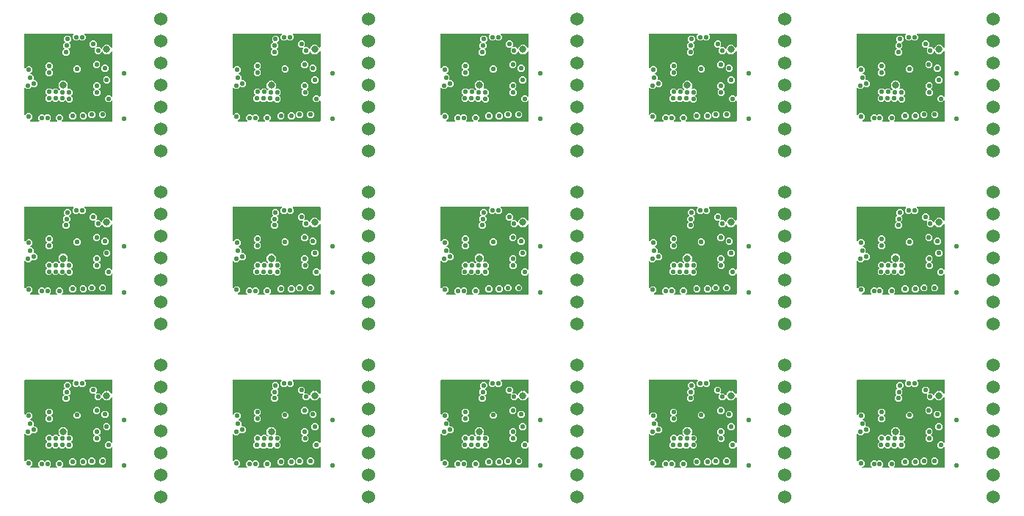
<source format=gbr>
G04 EAGLE Gerber X2 export*
%TF.Part,Single*%
%TF.FileFunction,Copper,L2,Inr,Mixed*%
%TF.FilePolarity,Positive*%
%TF.GenerationSoftware,Autodesk,EAGLE,8.7.1*%
%TF.CreationDate,2018-04-12T23:37:32Z*%
G75*
%MOMM*%
%FSLAX34Y34*%
%LPD*%
%AMOC8*
5,1,8,0,0,1.08239X$1,22.5*%
G01*
%ADD10C,1.524000*%
%ADD11C,0.558800*%
%ADD12C,0.804800*%

G36*
X975873Y-750D02*
X975873Y-750D01*
X975945Y-748D01*
X975994Y-730D01*
X976045Y-722D01*
X976108Y-688D01*
X976176Y-663D01*
X976216Y-631D01*
X976263Y-606D01*
X976312Y-554D01*
X976368Y-510D01*
X976396Y-466D01*
X976432Y-428D01*
X976462Y-363D01*
X976501Y-303D01*
X976514Y-252D01*
X976536Y-205D01*
X976543Y-134D01*
X976561Y-64D01*
X976557Y-12D01*
X976563Y39D01*
X976547Y110D01*
X976542Y181D01*
X976521Y229D01*
X976510Y280D01*
X976474Y341D01*
X976445Y407D01*
X976401Y463D01*
X976384Y491D01*
X976366Y506D01*
X976341Y538D01*
X975039Y1840D01*
X975039Y5207D01*
X977420Y7588D01*
X980787Y7588D01*
X981943Y6433D01*
X981959Y6421D01*
X981971Y6406D01*
X982059Y6350D01*
X982142Y6289D01*
X982161Y6284D01*
X982178Y6273D01*
X982279Y6248D01*
X982378Y6217D01*
X982397Y6218D01*
X982417Y6213D01*
X982520Y6221D01*
X982623Y6223D01*
X982642Y6230D01*
X982662Y6232D01*
X982757Y6272D01*
X982854Y6308D01*
X982870Y6320D01*
X982888Y6328D01*
X983019Y6433D01*
X984142Y7556D01*
X987509Y7556D01*
X989890Y5175D01*
X989890Y1807D01*
X988621Y538D01*
X988580Y480D01*
X988530Y428D01*
X988508Y381D01*
X988478Y339D01*
X988457Y270D01*
X988427Y205D01*
X988421Y153D01*
X988405Y103D01*
X988407Y32D01*
X988399Y-39D01*
X988410Y-90D01*
X988412Y-142D01*
X988436Y-210D01*
X988452Y-280D01*
X988478Y-325D01*
X988496Y-373D01*
X988541Y-429D01*
X988578Y-491D01*
X988617Y-525D01*
X988650Y-565D01*
X988710Y-604D01*
X988765Y-651D01*
X988813Y-670D01*
X988857Y-698D01*
X988926Y-716D01*
X988993Y-743D01*
X989064Y-751D01*
X989095Y-759D01*
X989119Y-757D01*
X989160Y-761D01*
X996397Y-761D01*
X996468Y-750D01*
X996539Y-748D01*
X996588Y-730D01*
X996640Y-722D01*
X996703Y-688D01*
X996770Y-663D01*
X996811Y-631D01*
X996857Y-606D01*
X996906Y-554D01*
X996962Y-510D01*
X996991Y-466D01*
X997026Y-428D01*
X997057Y-363D01*
X997095Y-303D01*
X997108Y-252D01*
X997130Y-205D01*
X997138Y-134D01*
X997155Y-64D01*
X997151Y-12D01*
X997157Y39D01*
X997142Y110D01*
X997136Y181D01*
X997116Y229D01*
X997105Y280D01*
X997068Y341D01*
X997040Y407D01*
X996995Y463D01*
X996979Y491D01*
X996961Y506D01*
X996935Y538D01*
X995477Y1997D01*
X995477Y5364D01*
X997858Y7745D01*
X1001225Y7745D01*
X1003606Y5364D01*
X1003606Y1997D01*
X1002148Y538D01*
X1002106Y480D01*
X1002057Y428D01*
X1002035Y381D01*
X1002004Y339D01*
X1001983Y270D01*
X1001953Y205D01*
X1001947Y153D01*
X1001932Y103D01*
X1001934Y32D01*
X1001926Y-39D01*
X1001937Y-90D01*
X1001938Y-142D01*
X1001963Y-210D01*
X1001978Y-280D01*
X1002005Y-325D01*
X1002023Y-373D01*
X1002068Y-429D01*
X1002105Y-491D01*
X1002144Y-525D01*
X1002177Y-565D01*
X1002237Y-604D01*
X1002291Y-651D01*
X1002340Y-670D01*
X1002384Y-698D01*
X1002453Y-716D01*
X1002520Y-743D01*
X1002591Y-751D01*
X1002622Y-759D01*
X1002645Y-757D01*
X1002686Y-761D01*
X1060000Y-761D01*
X1060020Y-758D01*
X1060039Y-760D01*
X1060141Y-738D01*
X1060243Y-722D01*
X1060260Y-712D01*
X1060280Y-708D01*
X1060369Y-655D01*
X1060460Y-606D01*
X1060474Y-592D01*
X1060491Y-582D01*
X1060558Y-503D01*
X1060630Y-428D01*
X1060638Y-410D01*
X1060651Y-395D01*
X1060690Y-299D01*
X1060733Y-205D01*
X1060735Y-185D01*
X1060743Y-167D01*
X1060761Y0D01*
X1060761Y22731D01*
X1060750Y22802D01*
X1060748Y22874D01*
X1060730Y22923D01*
X1060722Y22974D01*
X1060688Y23037D01*
X1060663Y23105D01*
X1060631Y23146D01*
X1060606Y23191D01*
X1060555Y23241D01*
X1060510Y23297D01*
X1060466Y23325D01*
X1060428Y23361D01*
X1060363Y23391D01*
X1060303Y23430D01*
X1060252Y23443D01*
X1060205Y23464D01*
X1060134Y23472D01*
X1060064Y23490D01*
X1060012Y23486D01*
X1059961Y23492D01*
X1059890Y23476D01*
X1059819Y23471D01*
X1059771Y23450D01*
X1059720Y23439D01*
X1059659Y23402D01*
X1059593Y23374D01*
X1059537Y23330D01*
X1059509Y23313D01*
X1059494Y23295D01*
X1059462Y23270D01*
X1057875Y21683D01*
X1054508Y21683D01*
X1052127Y24064D01*
X1052127Y27432D01*
X1054508Y29813D01*
X1057875Y29813D01*
X1059462Y28227D01*
X1059520Y28185D01*
X1059572Y28135D01*
X1059619Y28113D01*
X1059661Y28083D01*
X1059730Y28062D01*
X1059795Y28032D01*
X1059847Y28026D01*
X1059897Y28011D01*
X1059968Y28013D01*
X1060039Y28005D01*
X1060090Y28016D01*
X1060142Y28017D01*
X1060210Y28042D01*
X1060280Y28057D01*
X1060324Y28084D01*
X1060373Y28101D01*
X1060429Y28146D01*
X1060491Y28183D01*
X1060525Y28223D01*
X1060565Y28255D01*
X1060604Y28315D01*
X1060651Y28370D01*
X1060670Y28418D01*
X1060698Y28462D01*
X1060716Y28532D01*
X1060743Y28598D01*
X1060751Y28669D01*
X1060759Y28701D01*
X1060757Y28724D01*
X1060761Y28765D01*
X1060761Y79867D01*
X1060750Y79938D01*
X1060748Y80010D01*
X1060730Y80059D01*
X1060722Y80110D01*
X1060688Y80173D01*
X1060663Y80241D01*
X1060631Y80282D01*
X1060606Y80328D01*
X1060555Y80377D01*
X1060510Y80433D01*
X1060466Y80461D01*
X1060428Y80497D01*
X1060363Y80527D01*
X1060303Y80566D01*
X1060252Y80579D01*
X1060205Y80601D01*
X1060134Y80608D01*
X1060064Y80626D01*
X1060012Y80622D01*
X1059961Y80628D01*
X1059890Y80612D01*
X1059819Y80607D01*
X1059771Y80587D01*
X1059720Y80575D01*
X1059659Y80539D01*
X1059593Y80511D01*
X1059537Y80466D01*
X1059509Y80449D01*
X1059494Y80431D01*
X1059462Y80406D01*
X1056443Y77387D01*
X1052057Y77387D01*
X1049515Y79929D01*
X1049457Y79971D01*
X1049405Y80020D01*
X1049358Y80042D01*
X1049316Y80072D01*
X1049247Y80093D01*
X1049182Y80124D01*
X1049130Y80129D01*
X1049081Y80145D01*
X1049009Y80143D01*
X1048938Y80151D01*
X1048887Y80140D01*
X1048835Y80138D01*
X1048767Y80114D01*
X1048697Y80099D01*
X1048653Y80072D01*
X1048604Y80054D01*
X1048548Y80009D01*
X1048486Y79972D01*
X1048452Y79933D01*
X1048412Y79900D01*
X1048373Y79840D01*
X1048326Y79785D01*
X1048307Y79737D01*
X1048279Y79693D01*
X1048261Y79624D01*
X1048251Y79598D01*
X1045835Y77182D01*
X1042467Y77182D01*
X1040086Y79563D01*
X1040086Y82931D01*
X1040691Y83536D01*
X1040733Y83594D01*
X1040783Y83646D01*
X1040805Y83693D01*
X1040835Y83735D01*
X1040856Y83804D01*
X1040886Y83869D01*
X1040892Y83921D01*
X1040907Y83971D01*
X1040905Y84042D01*
X1040913Y84113D01*
X1040902Y84164D01*
X1040901Y84216D01*
X1040876Y84284D01*
X1040861Y84354D01*
X1040834Y84399D01*
X1040817Y84447D01*
X1040772Y84503D01*
X1040735Y84565D01*
X1040695Y84599D01*
X1040663Y84639D01*
X1040603Y84678D01*
X1040548Y84725D01*
X1040500Y84744D01*
X1040456Y84772D01*
X1040386Y84790D01*
X1040320Y84817D01*
X1040249Y84825D01*
X1040217Y84833D01*
X1040194Y84831D01*
X1040153Y84835D01*
X1037056Y84835D01*
X1034675Y87216D01*
X1034675Y90584D01*
X1037056Y92965D01*
X1040424Y92965D01*
X1042805Y90584D01*
X1042805Y87216D01*
X1042200Y86611D01*
X1042158Y86553D01*
X1042108Y86501D01*
X1042086Y86454D01*
X1042056Y86412D01*
X1042035Y86343D01*
X1042005Y86278D01*
X1041999Y86226D01*
X1041984Y86176D01*
X1041986Y86105D01*
X1041978Y86034D01*
X1041989Y85983D01*
X1041990Y85931D01*
X1042015Y85863D01*
X1042030Y85793D01*
X1042057Y85748D01*
X1042075Y85700D01*
X1042119Y85644D01*
X1042156Y85582D01*
X1042196Y85548D01*
X1042228Y85508D01*
X1042289Y85469D01*
X1042343Y85422D01*
X1042391Y85403D01*
X1042435Y85375D01*
X1042505Y85357D01*
X1042571Y85330D01*
X1042642Y85322D01*
X1042674Y85314D01*
X1042697Y85316D01*
X1042738Y85312D01*
X1045835Y85312D01*
X1047656Y83491D01*
X1047714Y83449D01*
X1047766Y83399D01*
X1047813Y83377D01*
X1047856Y83347D01*
X1047924Y83326D01*
X1047989Y83296D01*
X1048041Y83290D01*
X1048091Y83275D01*
X1048162Y83277D01*
X1048234Y83269D01*
X1048284Y83280D01*
X1048337Y83281D01*
X1048404Y83306D01*
X1048474Y83321D01*
X1048519Y83348D01*
X1048568Y83366D01*
X1048624Y83410D01*
X1048685Y83447D01*
X1048719Y83487D01*
X1048760Y83519D01*
X1048798Y83580D01*
X1048845Y83634D01*
X1048864Y83682D01*
X1048893Y83726D01*
X1048910Y83796D01*
X1048937Y83862D01*
X1048945Y83934D01*
X1048953Y83965D01*
X1048951Y83988D01*
X1048955Y84029D01*
X1048955Y84875D01*
X1052057Y87977D01*
X1056443Y87977D01*
X1059462Y84958D01*
X1059520Y84916D01*
X1059572Y84867D01*
X1059619Y84845D01*
X1059661Y84815D01*
X1059730Y84794D01*
X1059795Y84763D01*
X1059847Y84758D01*
X1059897Y84742D01*
X1059968Y84744D01*
X1060039Y84736D01*
X1060090Y84747D01*
X1060142Y84749D01*
X1060210Y84773D01*
X1060280Y84789D01*
X1060324Y84815D01*
X1060373Y84833D01*
X1060429Y84878D01*
X1060491Y84915D01*
X1060525Y84954D01*
X1060565Y84987D01*
X1060604Y85047D01*
X1060651Y85102D01*
X1060670Y85150D01*
X1060698Y85194D01*
X1060716Y85263D01*
X1060743Y85330D01*
X1060751Y85401D01*
X1060759Y85432D01*
X1060757Y85456D01*
X1060761Y85497D01*
X1060761Y100000D01*
X1060758Y100020D01*
X1060760Y100039D01*
X1060738Y100141D01*
X1060722Y100243D01*
X1060712Y100260D01*
X1060708Y100280D01*
X1060655Y100369D01*
X1060606Y100460D01*
X1060592Y100474D01*
X1060582Y100491D01*
X1060503Y100558D01*
X1060428Y100630D01*
X1060410Y100638D01*
X1060395Y100651D01*
X1060299Y100690D01*
X1060205Y100733D01*
X1060185Y100735D01*
X1060167Y100743D01*
X1060000Y100761D01*
X1029412Y100761D01*
X1029342Y100750D01*
X1029270Y100748D01*
X1029221Y100730D01*
X1029170Y100722D01*
X1029106Y100688D01*
X1029039Y100663D01*
X1028998Y100631D01*
X1028952Y100606D01*
X1028903Y100555D01*
X1028847Y100510D01*
X1028819Y100466D01*
X1028783Y100428D01*
X1028753Y100363D01*
X1028714Y100303D01*
X1028701Y100252D01*
X1028679Y100205D01*
X1028671Y100134D01*
X1028654Y100064D01*
X1028658Y100012D01*
X1028652Y99961D01*
X1028667Y99890D01*
X1028673Y99819D01*
X1028693Y99771D01*
X1028704Y99720D01*
X1028741Y99659D01*
X1028769Y99593D01*
X1028814Y99537D01*
X1028831Y99509D01*
X1028848Y99494D01*
X1028874Y99462D01*
X1029899Y98437D01*
X1029899Y95070D01*
X1027518Y92689D01*
X1024150Y92689D01*
X1022885Y93954D01*
X1022869Y93965D01*
X1022857Y93981D01*
X1022769Y94037D01*
X1022686Y94097D01*
X1022667Y94103D01*
X1022650Y94114D01*
X1022549Y94139D01*
X1022451Y94170D01*
X1022431Y94169D01*
X1022411Y94174D01*
X1022308Y94166D01*
X1022205Y94163D01*
X1022186Y94156D01*
X1022166Y94155D01*
X1022071Y94114D01*
X1021974Y94079D01*
X1021958Y94066D01*
X1021940Y94058D01*
X1021809Y93954D01*
X1020660Y92804D01*
X1017292Y92804D01*
X1014911Y95186D01*
X1014911Y98553D01*
X1015820Y99462D01*
X1015862Y99520D01*
X1015911Y99572D01*
X1015933Y99619D01*
X1015964Y99661D01*
X1015985Y99730D01*
X1016015Y99795D01*
X1016021Y99847D01*
X1016036Y99897D01*
X1016034Y99968D01*
X1016042Y100039D01*
X1016031Y100090D01*
X1016030Y100142D01*
X1016005Y100210D01*
X1015990Y100280D01*
X1015963Y100324D01*
X1015945Y100373D01*
X1015900Y100429D01*
X1015864Y100491D01*
X1015824Y100525D01*
X1015791Y100565D01*
X1015731Y100604D01*
X1015677Y100651D01*
X1015628Y100670D01*
X1015585Y100698D01*
X1015515Y100716D01*
X1015448Y100743D01*
X1015377Y100751D01*
X1015346Y100759D01*
X1015323Y100757D01*
X1015282Y100761D01*
X960000Y100761D01*
X959980Y100758D01*
X959961Y100760D01*
X959859Y100738D01*
X959757Y100722D01*
X959740Y100712D01*
X959720Y100708D01*
X959631Y100655D01*
X959540Y100606D01*
X959526Y100592D01*
X959509Y100582D01*
X959442Y100503D01*
X959371Y100428D01*
X959362Y100410D01*
X959349Y100395D01*
X959310Y100299D01*
X959267Y100205D01*
X959265Y100185D01*
X959257Y100167D01*
X959239Y100000D01*
X959239Y61475D01*
X959250Y61405D01*
X959252Y61333D01*
X959270Y61284D01*
X959279Y61233D01*
X959312Y61169D01*
X959337Y61102D01*
X959369Y61061D01*
X959394Y61015D01*
X959446Y60966D01*
X959490Y60910D01*
X959534Y60882D01*
X959572Y60846D01*
X959637Y60816D01*
X959697Y60777D01*
X959748Y60764D01*
X959795Y60742D01*
X959866Y60734D01*
X959936Y60717D01*
X959988Y60721D01*
X960039Y60715D01*
X960110Y60731D01*
X960181Y60736D01*
X960229Y60756D01*
X960280Y60768D01*
X960341Y60804D01*
X960407Y60832D01*
X960463Y60877D01*
X960491Y60894D01*
X960506Y60911D01*
X960538Y60937D01*
X962864Y63263D01*
X966231Y63263D01*
X968612Y60882D01*
X968612Y57514D01*
X966413Y55315D01*
X966371Y55257D01*
X966321Y55205D01*
X966300Y55157D01*
X966269Y55115D01*
X966248Y55047D01*
X966218Y54982D01*
X966212Y54930D01*
X966197Y54880D01*
X966199Y54808D01*
X966191Y54737D01*
X966202Y54686D01*
X966203Y54634D01*
X966228Y54567D01*
X966243Y54497D01*
X966270Y54452D01*
X966288Y54403D01*
X966332Y54347D01*
X966369Y54286D01*
X966409Y54252D01*
X966441Y54211D01*
X966502Y54172D01*
X966556Y54126D01*
X966604Y54106D01*
X966648Y54078D01*
X966718Y54061D01*
X966784Y54034D01*
X966856Y54026D01*
X966887Y54018D01*
X966910Y54020D01*
X966951Y54015D01*
X967256Y54015D01*
X969637Y51634D01*
X969637Y48051D01*
X969640Y48031D01*
X969638Y48011D01*
X969660Y47910D01*
X969677Y47808D01*
X969686Y47790D01*
X969690Y47771D01*
X969744Y47682D01*
X969792Y47590D01*
X969806Y47577D01*
X969817Y47560D01*
X969895Y47492D01*
X969970Y47421D01*
X969988Y47413D01*
X970004Y47400D01*
X970100Y47361D01*
X970193Y47317D01*
X970213Y47315D01*
X970232Y47308D01*
X970398Y47289D01*
X972082Y47289D01*
X974463Y44908D01*
X974463Y41541D01*
X972082Y39160D01*
X968715Y39160D01*
X968626Y39249D01*
X968610Y39261D01*
X968597Y39276D01*
X968510Y39332D01*
X968426Y39392D01*
X968407Y39398D01*
X968390Y39409D01*
X968290Y39434D01*
X968191Y39465D01*
X968171Y39464D01*
X968152Y39469D01*
X968049Y39461D01*
X967945Y39458D01*
X967926Y39452D01*
X967906Y39450D01*
X967812Y39410D01*
X967714Y39374D01*
X967698Y39361D01*
X967680Y39354D01*
X967549Y39249D01*
X965224Y36924D01*
X961857Y36924D01*
X960538Y38242D01*
X960480Y38284D01*
X960428Y38333D01*
X960381Y38355D01*
X960339Y38386D01*
X960270Y38407D01*
X960205Y38437D01*
X960153Y38443D01*
X960103Y38458D01*
X960032Y38456D01*
X959961Y38464D01*
X959910Y38453D01*
X959858Y38452D01*
X959790Y38427D01*
X959720Y38412D01*
X959676Y38385D01*
X959627Y38367D01*
X959571Y38322D01*
X959509Y38286D01*
X959475Y38246D01*
X959435Y38214D01*
X959396Y38153D01*
X959349Y38099D01*
X959330Y38051D01*
X959302Y38007D01*
X959284Y37937D01*
X959257Y37871D01*
X959249Y37799D01*
X959241Y37768D01*
X959243Y37745D01*
X959239Y37704D01*
X959239Y7463D01*
X959250Y7393D01*
X959252Y7321D01*
X959270Y7272D01*
X959279Y7221D01*
X959312Y7157D01*
X959337Y7090D01*
X959369Y7049D01*
X959394Y7003D01*
X959446Y6954D01*
X959490Y6898D01*
X959534Y6870D01*
X959572Y6834D01*
X959637Y6804D01*
X959697Y6765D01*
X959748Y6752D01*
X959795Y6730D01*
X959866Y6722D01*
X959936Y6705D01*
X959988Y6709D01*
X960039Y6703D01*
X960110Y6718D01*
X960181Y6724D01*
X960229Y6744D01*
X960280Y6755D01*
X960341Y6792D01*
X960407Y6820D01*
X960463Y6865D01*
X960491Y6882D01*
X960506Y6899D01*
X960538Y6925D01*
X962471Y8858D01*
X965839Y8858D01*
X968220Y6477D01*
X968220Y3110D01*
X965648Y538D01*
X965606Y480D01*
X965557Y428D01*
X965535Y381D01*
X965505Y339D01*
X965484Y270D01*
X965453Y205D01*
X965448Y153D01*
X965432Y103D01*
X965434Y32D01*
X965426Y-39D01*
X965437Y-90D01*
X965439Y-142D01*
X965463Y-210D01*
X965479Y-280D01*
X965505Y-325D01*
X965523Y-373D01*
X965568Y-429D01*
X965605Y-491D01*
X965644Y-525D01*
X965677Y-565D01*
X965737Y-604D01*
X965792Y-651D01*
X965840Y-670D01*
X965884Y-698D01*
X965953Y-716D01*
X966020Y-743D01*
X966091Y-751D01*
X966122Y-759D01*
X966146Y-757D01*
X966187Y-761D01*
X975802Y-761D01*
X975873Y-750D01*
G37*
G36*
X975873Y399250D02*
X975873Y399250D01*
X975945Y399252D01*
X975994Y399270D01*
X976045Y399279D01*
X976108Y399312D01*
X976176Y399337D01*
X976216Y399369D01*
X976263Y399394D01*
X976312Y399446D01*
X976368Y399490D01*
X976396Y399534D01*
X976432Y399572D01*
X976462Y399637D01*
X976501Y399697D01*
X976514Y399748D01*
X976536Y399795D01*
X976543Y399866D01*
X976561Y399936D01*
X976557Y399988D01*
X976563Y400039D01*
X976547Y400110D01*
X976542Y400181D01*
X976521Y400229D01*
X976510Y400280D01*
X976474Y400341D01*
X976445Y400407D01*
X976401Y400463D01*
X976384Y400491D01*
X976366Y400506D01*
X976341Y400538D01*
X975039Y401840D01*
X975039Y405207D01*
X977420Y407588D01*
X980787Y407588D01*
X981943Y406433D01*
X981959Y406421D01*
X981971Y406406D01*
X982059Y406350D01*
X982142Y406289D01*
X982161Y406284D01*
X982178Y406273D01*
X982279Y406248D01*
X982378Y406217D01*
X982397Y406218D01*
X982417Y406213D01*
X982520Y406221D01*
X982623Y406223D01*
X982642Y406230D01*
X982662Y406232D01*
X982757Y406272D01*
X982854Y406308D01*
X982870Y406320D01*
X982888Y406328D01*
X983019Y406433D01*
X984142Y407556D01*
X987509Y407556D01*
X989890Y405175D01*
X989890Y401807D01*
X988621Y400538D01*
X988580Y400480D01*
X988530Y400428D01*
X988508Y400381D01*
X988478Y400339D01*
X988457Y400270D01*
X988427Y400205D01*
X988421Y400153D01*
X988405Y400103D01*
X988407Y400032D01*
X988399Y399961D01*
X988410Y399910D01*
X988412Y399858D01*
X988436Y399790D01*
X988452Y399720D01*
X988478Y399676D01*
X988496Y399627D01*
X988541Y399571D01*
X988578Y399509D01*
X988617Y399475D01*
X988650Y399435D01*
X988710Y399396D01*
X988765Y399349D01*
X988813Y399330D01*
X988857Y399302D01*
X988926Y399284D01*
X988993Y399257D01*
X989064Y399249D01*
X989095Y399241D01*
X989119Y399243D01*
X989160Y399239D01*
X996397Y399239D01*
X996468Y399250D01*
X996539Y399252D01*
X996588Y399270D01*
X996640Y399279D01*
X996703Y399312D01*
X996770Y399337D01*
X996811Y399369D01*
X996857Y399394D01*
X996906Y399446D01*
X996962Y399490D01*
X996991Y399534D01*
X997026Y399572D01*
X997057Y399637D01*
X997095Y399697D01*
X997108Y399748D01*
X997130Y399795D01*
X997138Y399866D01*
X997155Y399936D01*
X997151Y399988D01*
X997157Y400039D01*
X997142Y400110D01*
X997136Y400181D01*
X997116Y400229D01*
X997105Y400280D01*
X997068Y400341D01*
X997040Y400407D01*
X996995Y400463D01*
X996979Y400491D01*
X996961Y400506D01*
X996935Y400538D01*
X995477Y401997D01*
X995477Y405364D01*
X997858Y407745D01*
X1001225Y407745D01*
X1003606Y405364D01*
X1003606Y401997D01*
X1002148Y400538D01*
X1002106Y400480D01*
X1002057Y400428D01*
X1002035Y400381D01*
X1002004Y400339D01*
X1001983Y400270D01*
X1001953Y400205D01*
X1001947Y400153D01*
X1001932Y400103D01*
X1001934Y400032D01*
X1001926Y399961D01*
X1001937Y399910D01*
X1001938Y399858D01*
X1001963Y399790D01*
X1001978Y399720D01*
X1002005Y399676D01*
X1002023Y399627D01*
X1002068Y399571D01*
X1002105Y399509D01*
X1002144Y399475D01*
X1002177Y399435D01*
X1002237Y399396D01*
X1002291Y399349D01*
X1002340Y399330D01*
X1002384Y399302D01*
X1002453Y399284D01*
X1002520Y399257D01*
X1002591Y399249D01*
X1002622Y399241D01*
X1002645Y399243D01*
X1002686Y399239D01*
X1060000Y399239D01*
X1060020Y399242D01*
X1060039Y399240D01*
X1060141Y399262D01*
X1060243Y399279D01*
X1060260Y399288D01*
X1060280Y399292D01*
X1060369Y399345D01*
X1060460Y399394D01*
X1060474Y399408D01*
X1060491Y399418D01*
X1060558Y399497D01*
X1060630Y399572D01*
X1060638Y399590D01*
X1060651Y399605D01*
X1060690Y399701D01*
X1060733Y399795D01*
X1060735Y399815D01*
X1060743Y399833D01*
X1060761Y400000D01*
X1060761Y422731D01*
X1060750Y422802D01*
X1060748Y422874D01*
X1060730Y422923D01*
X1060722Y422974D01*
X1060688Y423037D01*
X1060663Y423105D01*
X1060631Y423146D01*
X1060606Y423191D01*
X1060555Y423241D01*
X1060510Y423297D01*
X1060466Y423325D01*
X1060428Y423361D01*
X1060363Y423391D01*
X1060303Y423430D01*
X1060252Y423443D01*
X1060205Y423464D01*
X1060134Y423472D01*
X1060064Y423490D01*
X1060012Y423486D01*
X1059961Y423492D01*
X1059890Y423476D01*
X1059819Y423471D01*
X1059771Y423450D01*
X1059720Y423439D01*
X1059659Y423402D01*
X1059593Y423374D01*
X1059537Y423330D01*
X1059509Y423313D01*
X1059494Y423295D01*
X1059462Y423270D01*
X1057875Y421683D01*
X1054508Y421683D01*
X1052127Y424064D01*
X1052127Y427432D01*
X1054508Y429813D01*
X1057875Y429813D01*
X1059462Y428227D01*
X1059520Y428185D01*
X1059572Y428135D01*
X1059619Y428113D01*
X1059661Y428083D01*
X1059730Y428062D01*
X1059795Y428032D01*
X1059847Y428026D01*
X1059897Y428011D01*
X1059968Y428013D01*
X1060039Y428005D01*
X1060090Y428016D01*
X1060142Y428017D01*
X1060210Y428042D01*
X1060280Y428057D01*
X1060324Y428084D01*
X1060373Y428101D01*
X1060429Y428146D01*
X1060491Y428183D01*
X1060525Y428223D01*
X1060565Y428255D01*
X1060604Y428315D01*
X1060651Y428370D01*
X1060670Y428418D01*
X1060698Y428462D01*
X1060716Y428532D01*
X1060743Y428598D01*
X1060751Y428669D01*
X1060759Y428701D01*
X1060757Y428724D01*
X1060761Y428765D01*
X1060761Y479867D01*
X1060750Y479938D01*
X1060748Y480010D01*
X1060730Y480059D01*
X1060722Y480110D01*
X1060688Y480173D01*
X1060663Y480241D01*
X1060631Y480282D01*
X1060606Y480328D01*
X1060555Y480377D01*
X1060510Y480433D01*
X1060466Y480461D01*
X1060428Y480497D01*
X1060363Y480527D01*
X1060303Y480566D01*
X1060252Y480579D01*
X1060205Y480601D01*
X1060134Y480608D01*
X1060064Y480626D01*
X1060012Y480622D01*
X1059961Y480628D01*
X1059890Y480612D01*
X1059819Y480607D01*
X1059771Y480587D01*
X1059720Y480575D01*
X1059659Y480539D01*
X1059593Y480511D01*
X1059537Y480466D01*
X1059509Y480449D01*
X1059494Y480431D01*
X1059462Y480406D01*
X1056443Y477387D01*
X1052057Y477387D01*
X1049515Y479929D01*
X1049457Y479971D01*
X1049405Y480020D01*
X1049358Y480042D01*
X1049316Y480072D01*
X1049247Y480093D01*
X1049182Y480124D01*
X1049130Y480129D01*
X1049081Y480145D01*
X1049009Y480143D01*
X1048938Y480151D01*
X1048887Y480140D01*
X1048835Y480138D01*
X1048767Y480114D01*
X1048697Y480099D01*
X1048653Y480072D01*
X1048604Y480054D01*
X1048548Y480009D01*
X1048486Y479972D01*
X1048452Y479933D01*
X1048412Y479900D01*
X1048373Y479840D01*
X1048326Y479785D01*
X1048307Y479737D01*
X1048279Y479693D01*
X1048261Y479624D01*
X1048251Y479598D01*
X1045835Y477182D01*
X1042467Y477182D01*
X1040086Y479563D01*
X1040086Y482931D01*
X1040691Y483536D01*
X1040733Y483594D01*
X1040783Y483646D01*
X1040805Y483693D01*
X1040835Y483735D01*
X1040856Y483804D01*
X1040886Y483869D01*
X1040892Y483921D01*
X1040907Y483971D01*
X1040905Y484042D01*
X1040913Y484113D01*
X1040902Y484164D01*
X1040901Y484216D01*
X1040876Y484284D01*
X1040861Y484354D01*
X1040834Y484399D01*
X1040817Y484447D01*
X1040772Y484503D01*
X1040735Y484565D01*
X1040695Y484599D01*
X1040663Y484639D01*
X1040603Y484678D01*
X1040548Y484725D01*
X1040500Y484744D01*
X1040456Y484772D01*
X1040386Y484790D01*
X1040320Y484817D01*
X1040249Y484825D01*
X1040217Y484833D01*
X1040194Y484831D01*
X1040153Y484835D01*
X1037056Y484835D01*
X1034675Y487216D01*
X1034675Y490584D01*
X1037056Y492965D01*
X1040424Y492965D01*
X1042805Y490584D01*
X1042805Y487216D01*
X1042200Y486611D01*
X1042158Y486553D01*
X1042108Y486501D01*
X1042086Y486454D01*
X1042056Y486412D01*
X1042035Y486343D01*
X1042005Y486278D01*
X1041999Y486226D01*
X1041984Y486176D01*
X1041986Y486105D01*
X1041978Y486034D01*
X1041989Y485983D01*
X1041990Y485931D01*
X1042015Y485863D01*
X1042030Y485793D01*
X1042057Y485748D01*
X1042075Y485700D01*
X1042119Y485644D01*
X1042156Y485582D01*
X1042196Y485548D01*
X1042228Y485508D01*
X1042289Y485469D01*
X1042343Y485422D01*
X1042391Y485403D01*
X1042435Y485375D01*
X1042505Y485357D01*
X1042571Y485330D01*
X1042642Y485322D01*
X1042674Y485314D01*
X1042697Y485316D01*
X1042738Y485312D01*
X1045835Y485312D01*
X1047656Y483491D01*
X1047714Y483449D01*
X1047766Y483399D01*
X1047813Y483377D01*
X1047856Y483347D01*
X1047924Y483326D01*
X1047989Y483296D01*
X1048041Y483290D01*
X1048091Y483275D01*
X1048162Y483277D01*
X1048234Y483269D01*
X1048284Y483280D01*
X1048337Y483281D01*
X1048404Y483306D01*
X1048474Y483321D01*
X1048519Y483348D01*
X1048568Y483366D01*
X1048624Y483410D01*
X1048685Y483447D01*
X1048719Y483487D01*
X1048760Y483519D01*
X1048798Y483580D01*
X1048845Y483634D01*
X1048864Y483682D01*
X1048893Y483726D01*
X1048910Y483796D01*
X1048937Y483862D01*
X1048945Y483934D01*
X1048953Y483965D01*
X1048951Y483988D01*
X1048955Y484029D01*
X1048955Y484875D01*
X1052057Y487977D01*
X1056443Y487977D01*
X1059462Y484958D01*
X1059520Y484916D01*
X1059572Y484867D01*
X1059619Y484845D01*
X1059661Y484815D01*
X1059730Y484794D01*
X1059795Y484763D01*
X1059847Y484758D01*
X1059897Y484742D01*
X1059968Y484744D01*
X1060039Y484736D01*
X1060090Y484747D01*
X1060142Y484749D01*
X1060210Y484773D01*
X1060280Y484789D01*
X1060324Y484815D01*
X1060373Y484833D01*
X1060429Y484878D01*
X1060491Y484915D01*
X1060525Y484954D01*
X1060565Y484987D01*
X1060604Y485047D01*
X1060651Y485102D01*
X1060670Y485150D01*
X1060698Y485194D01*
X1060716Y485263D01*
X1060743Y485330D01*
X1060751Y485401D01*
X1060759Y485432D01*
X1060757Y485456D01*
X1060761Y485497D01*
X1060761Y500000D01*
X1060758Y500020D01*
X1060760Y500039D01*
X1060738Y500141D01*
X1060722Y500243D01*
X1060712Y500260D01*
X1060708Y500280D01*
X1060655Y500369D01*
X1060606Y500460D01*
X1060592Y500474D01*
X1060582Y500491D01*
X1060503Y500558D01*
X1060428Y500630D01*
X1060410Y500638D01*
X1060395Y500651D01*
X1060299Y500690D01*
X1060205Y500733D01*
X1060185Y500735D01*
X1060167Y500743D01*
X1060000Y500761D01*
X1029412Y500761D01*
X1029342Y500750D01*
X1029270Y500748D01*
X1029221Y500730D01*
X1029170Y500722D01*
X1029106Y500688D01*
X1029039Y500663D01*
X1028998Y500631D01*
X1028952Y500606D01*
X1028903Y500555D01*
X1028847Y500510D01*
X1028819Y500466D01*
X1028783Y500428D01*
X1028753Y500363D01*
X1028714Y500303D01*
X1028701Y500252D01*
X1028679Y500205D01*
X1028671Y500134D01*
X1028654Y500064D01*
X1028658Y500012D01*
X1028652Y499961D01*
X1028667Y499890D01*
X1028673Y499819D01*
X1028693Y499771D01*
X1028704Y499720D01*
X1028741Y499659D01*
X1028769Y499593D01*
X1028814Y499537D01*
X1028831Y499509D01*
X1028848Y499494D01*
X1028874Y499462D01*
X1029899Y498437D01*
X1029899Y495070D01*
X1027518Y492689D01*
X1024150Y492689D01*
X1022885Y493954D01*
X1022869Y493965D01*
X1022857Y493981D01*
X1022769Y494037D01*
X1022686Y494097D01*
X1022667Y494103D01*
X1022650Y494114D01*
X1022549Y494139D01*
X1022451Y494170D01*
X1022431Y494169D01*
X1022411Y494174D01*
X1022308Y494166D01*
X1022205Y494163D01*
X1022186Y494156D01*
X1022166Y494155D01*
X1022071Y494114D01*
X1021974Y494079D01*
X1021958Y494066D01*
X1021940Y494058D01*
X1021809Y493954D01*
X1020660Y492804D01*
X1017292Y492804D01*
X1014911Y495186D01*
X1014911Y498553D01*
X1015820Y499462D01*
X1015862Y499520D01*
X1015911Y499572D01*
X1015933Y499619D01*
X1015964Y499661D01*
X1015985Y499730D01*
X1016015Y499795D01*
X1016021Y499847D01*
X1016036Y499897D01*
X1016034Y499968D01*
X1016042Y500039D01*
X1016031Y500090D01*
X1016030Y500142D01*
X1016005Y500210D01*
X1015990Y500280D01*
X1015963Y500324D01*
X1015945Y500373D01*
X1015900Y500429D01*
X1015864Y500491D01*
X1015824Y500525D01*
X1015791Y500565D01*
X1015731Y500604D01*
X1015677Y500651D01*
X1015628Y500670D01*
X1015585Y500698D01*
X1015515Y500716D01*
X1015448Y500743D01*
X1015377Y500751D01*
X1015346Y500759D01*
X1015323Y500757D01*
X1015282Y500761D01*
X960000Y500761D01*
X959980Y500758D01*
X959961Y500760D01*
X959859Y500738D01*
X959757Y500722D01*
X959740Y500712D01*
X959720Y500708D01*
X959631Y500655D01*
X959540Y500606D01*
X959526Y500592D01*
X959509Y500582D01*
X959442Y500503D01*
X959371Y500428D01*
X959362Y500410D01*
X959349Y500395D01*
X959310Y500299D01*
X959267Y500205D01*
X959265Y500185D01*
X959257Y500167D01*
X959239Y500000D01*
X959239Y461475D01*
X959250Y461405D01*
X959252Y461333D01*
X959270Y461284D01*
X959279Y461233D01*
X959312Y461169D01*
X959337Y461102D01*
X959369Y461061D01*
X959394Y461015D01*
X959446Y460966D01*
X959490Y460910D01*
X959534Y460882D01*
X959572Y460846D01*
X959637Y460816D01*
X959697Y460777D01*
X959748Y460764D01*
X959795Y460742D01*
X959866Y460734D01*
X959936Y460717D01*
X959988Y460721D01*
X960039Y460715D01*
X960110Y460731D01*
X960181Y460736D01*
X960229Y460756D01*
X960280Y460768D01*
X960341Y460804D01*
X960407Y460832D01*
X960463Y460877D01*
X960491Y460894D01*
X960506Y460911D01*
X960538Y460937D01*
X962864Y463263D01*
X966231Y463263D01*
X968612Y460882D01*
X968612Y457514D01*
X966413Y455315D01*
X966371Y455257D01*
X966321Y455205D01*
X966300Y455157D01*
X966269Y455115D01*
X966248Y455047D01*
X966218Y454982D01*
X966212Y454930D01*
X966197Y454880D01*
X966199Y454808D01*
X966191Y454737D01*
X966202Y454686D01*
X966203Y454634D01*
X966228Y454567D01*
X966243Y454497D01*
X966270Y454452D01*
X966288Y454403D01*
X966332Y454347D01*
X966369Y454286D01*
X966409Y454252D01*
X966441Y454211D01*
X966502Y454172D01*
X966556Y454126D01*
X966604Y454106D01*
X966648Y454078D01*
X966718Y454061D01*
X966784Y454034D01*
X966856Y454026D01*
X966887Y454018D01*
X966910Y454020D01*
X966951Y454015D01*
X967256Y454015D01*
X969637Y451634D01*
X969637Y448051D01*
X969640Y448031D01*
X969638Y448011D01*
X969660Y447910D01*
X969677Y447808D01*
X969686Y447790D01*
X969690Y447771D01*
X969744Y447682D01*
X969792Y447590D01*
X969806Y447577D01*
X969817Y447560D01*
X969895Y447492D01*
X969970Y447421D01*
X969988Y447413D01*
X970004Y447400D01*
X970100Y447361D01*
X970193Y447317D01*
X970213Y447315D01*
X970232Y447308D01*
X970398Y447289D01*
X972082Y447289D01*
X974463Y444908D01*
X974463Y441541D01*
X972082Y439160D01*
X968715Y439160D01*
X968626Y439249D01*
X968610Y439261D01*
X968597Y439276D01*
X968510Y439332D01*
X968426Y439392D01*
X968407Y439398D01*
X968390Y439409D01*
X968290Y439434D01*
X968191Y439465D01*
X968171Y439464D01*
X968152Y439469D01*
X968049Y439461D01*
X967945Y439458D01*
X967926Y439452D01*
X967906Y439450D01*
X967812Y439410D01*
X967714Y439374D01*
X967698Y439361D01*
X967680Y439354D01*
X967549Y439249D01*
X965224Y436924D01*
X961857Y436924D01*
X960538Y438242D01*
X960480Y438284D01*
X960428Y438333D01*
X960381Y438355D01*
X960339Y438386D01*
X960270Y438407D01*
X960205Y438437D01*
X960153Y438443D01*
X960103Y438458D01*
X960032Y438456D01*
X959961Y438464D01*
X959910Y438453D01*
X959858Y438452D01*
X959790Y438427D01*
X959720Y438412D01*
X959676Y438385D01*
X959627Y438367D01*
X959571Y438322D01*
X959509Y438286D01*
X959475Y438246D01*
X959435Y438214D01*
X959396Y438153D01*
X959349Y438099D01*
X959330Y438051D01*
X959302Y438007D01*
X959284Y437937D01*
X959257Y437871D01*
X959249Y437799D01*
X959241Y437768D01*
X959243Y437745D01*
X959239Y437704D01*
X959239Y407463D01*
X959250Y407393D01*
X959252Y407321D01*
X959270Y407272D01*
X959279Y407221D01*
X959312Y407157D01*
X959337Y407090D01*
X959369Y407049D01*
X959394Y407003D01*
X959446Y406954D01*
X959490Y406898D01*
X959534Y406870D01*
X959572Y406834D01*
X959637Y406804D01*
X959697Y406765D01*
X959748Y406752D01*
X959795Y406730D01*
X959866Y406722D01*
X959936Y406705D01*
X959988Y406709D01*
X960039Y406703D01*
X960110Y406718D01*
X960181Y406724D01*
X960229Y406744D01*
X960280Y406755D01*
X960341Y406792D01*
X960407Y406820D01*
X960463Y406865D01*
X960491Y406882D01*
X960506Y406899D01*
X960538Y406925D01*
X962471Y408858D01*
X965839Y408858D01*
X968220Y406477D01*
X968220Y403110D01*
X965648Y400538D01*
X965606Y400480D01*
X965557Y400428D01*
X965535Y400381D01*
X965505Y400339D01*
X965484Y400270D01*
X965453Y400205D01*
X965448Y400153D01*
X965432Y400103D01*
X965434Y400032D01*
X965426Y399961D01*
X965437Y399910D01*
X965439Y399858D01*
X965463Y399790D01*
X965479Y399720D01*
X965505Y399676D01*
X965523Y399627D01*
X965568Y399571D01*
X965605Y399509D01*
X965644Y399475D01*
X965677Y399435D01*
X965737Y399396D01*
X965792Y399349D01*
X965840Y399330D01*
X965884Y399302D01*
X965953Y399284D01*
X966020Y399257D01*
X966091Y399249D01*
X966122Y399241D01*
X966146Y399243D01*
X966187Y399239D01*
X975802Y399239D01*
X975873Y399250D01*
G37*
G36*
X255873Y-750D02*
X255873Y-750D01*
X255945Y-748D01*
X255994Y-730D01*
X256045Y-722D01*
X256108Y-688D01*
X256176Y-663D01*
X256216Y-631D01*
X256263Y-606D01*
X256312Y-554D01*
X256368Y-510D01*
X256396Y-466D01*
X256432Y-428D01*
X256462Y-363D01*
X256501Y-303D01*
X256514Y-252D01*
X256536Y-205D01*
X256543Y-134D01*
X256561Y-64D01*
X256557Y-12D01*
X256563Y39D01*
X256547Y110D01*
X256542Y181D01*
X256521Y229D01*
X256510Y280D01*
X256474Y341D01*
X256445Y407D01*
X256401Y463D01*
X256384Y491D01*
X256366Y506D01*
X256341Y538D01*
X255039Y1840D01*
X255039Y5207D01*
X257420Y7588D01*
X260787Y7588D01*
X261943Y6433D01*
X261959Y6421D01*
X261971Y6406D01*
X262059Y6350D01*
X262142Y6289D01*
X262161Y6284D01*
X262178Y6273D01*
X262279Y6248D01*
X262378Y6217D01*
X262397Y6218D01*
X262417Y6213D01*
X262520Y6221D01*
X262623Y6223D01*
X262642Y6230D01*
X262662Y6232D01*
X262757Y6272D01*
X262854Y6308D01*
X262870Y6320D01*
X262888Y6328D01*
X263019Y6433D01*
X264142Y7556D01*
X267509Y7556D01*
X269890Y5175D01*
X269890Y1807D01*
X268621Y538D01*
X268580Y480D01*
X268530Y428D01*
X268508Y381D01*
X268478Y339D01*
X268457Y270D01*
X268427Y205D01*
X268421Y153D01*
X268405Y103D01*
X268407Y32D01*
X268399Y-39D01*
X268410Y-90D01*
X268412Y-142D01*
X268436Y-210D01*
X268452Y-280D01*
X268478Y-325D01*
X268496Y-373D01*
X268541Y-429D01*
X268578Y-491D01*
X268617Y-525D01*
X268650Y-565D01*
X268710Y-604D01*
X268765Y-651D01*
X268813Y-670D01*
X268857Y-698D01*
X268926Y-716D01*
X268993Y-743D01*
X269064Y-751D01*
X269095Y-759D01*
X269119Y-757D01*
X269160Y-761D01*
X276397Y-761D01*
X276468Y-750D01*
X276539Y-748D01*
X276588Y-730D01*
X276640Y-722D01*
X276703Y-688D01*
X276770Y-663D01*
X276811Y-631D01*
X276857Y-606D01*
X276906Y-554D01*
X276962Y-510D01*
X276991Y-466D01*
X277026Y-428D01*
X277057Y-363D01*
X277095Y-303D01*
X277108Y-252D01*
X277130Y-205D01*
X277138Y-134D01*
X277155Y-64D01*
X277151Y-12D01*
X277157Y39D01*
X277142Y110D01*
X277136Y181D01*
X277116Y229D01*
X277105Y280D01*
X277068Y341D01*
X277040Y407D01*
X276995Y463D01*
X276979Y491D01*
X276961Y506D01*
X276935Y538D01*
X275477Y1997D01*
X275477Y5364D01*
X277858Y7745D01*
X281225Y7745D01*
X283606Y5364D01*
X283606Y1997D01*
X282148Y538D01*
X282106Y480D01*
X282057Y428D01*
X282035Y381D01*
X282004Y339D01*
X281983Y270D01*
X281953Y205D01*
X281947Y153D01*
X281932Y103D01*
X281934Y32D01*
X281926Y-39D01*
X281937Y-90D01*
X281938Y-142D01*
X281963Y-210D01*
X281978Y-280D01*
X282005Y-325D01*
X282023Y-373D01*
X282068Y-429D01*
X282105Y-491D01*
X282144Y-525D01*
X282177Y-565D01*
X282237Y-604D01*
X282291Y-651D01*
X282340Y-670D01*
X282384Y-698D01*
X282453Y-716D01*
X282520Y-743D01*
X282591Y-751D01*
X282622Y-759D01*
X282645Y-757D01*
X282686Y-761D01*
X340000Y-761D01*
X340020Y-758D01*
X340039Y-760D01*
X340141Y-738D01*
X340243Y-722D01*
X340260Y-712D01*
X340280Y-708D01*
X340369Y-655D01*
X340460Y-606D01*
X340474Y-592D01*
X340491Y-582D01*
X340558Y-503D01*
X340630Y-428D01*
X340638Y-410D01*
X340651Y-395D01*
X340690Y-299D01*
X340733Y-205D01*
X340735Y-185D01*
X340743Y-167D01*
X340761Y0D01*
X340761Y22731D01*
X340750Y22802D01*
X340748Y22874D01*
X340730Y22923D01*
X340722Y22974D01*
X340688Y23037D01*
X340663Y23105D01*
X340631Y23146D01*
X340606Y23191D01*
X340555Y23241D01*
X340510Y23297D01*
X340466Y23325D01*
X340428Y23361D01*
X340363Y23391D01*
X340303Y23430D01*
X340252Y23443D01*
X340205Y23464D01*
X340134Y23472D01*
X340064Y23490D01*
X340012Y23486D01*
X339961Y23492D01*
X339890Y23476D01*
X339819Y23471D01*
X339771Y23450D01*
X339720Y23439D01*
X339659Y23402D01*
X339593Y23374D01*
X339537Y23330D01*
X339509Y23313D01*
X339494Y23295D01*
X339462Y23270D01*
X337875Y21683D01*
X334508Y21683D01*
X332127Y24064D01*
X332127Y27432D01*
X334508Y29813D01*
X337875Y29813D01*
X339462Y28227D01*
X339520Y28185D01*
X339572Y28135D01*
X339619Y28113D01*
X339661Y28083D01*
X339730Y28062D01*
X339795Y28032D01*
X339847Y28026D01*
X339897Y28011D01*
X339968Y28013D01*
X340039Y28005D01*
X340090Y28016D01*
X340142Y28017D01*
X340210Y28042D01*
X340280Y28057D01*
X340324Y28084D01*
X340373Y28101D01*
X340429Y28146D01*
X340491Y28183D01*
X340525Y28223D01*
X340565Y28255D01*
X340604Y28315D01*
X340651Y28370D01*
X340670Y28418D01*
X340698Y28462D01*
X340716Y28532D01*
X340743Y28598D01*
X340751Y28669D01*
X340759Y28701D01*
X340757Y28724D01*
X340761Y28765D01*
X340761Y79867D01*
X340750Y79938D01*
X340748Y80010D01*
X340730Y80059D01*
X340722Y80110D01*
X340688Y80173D01*
X340663Y80241D01*
X340631Y80282D01*
X340606Y80328D01*
X340555Y80377D01*
X340510Y80433D01*
X340466Y80461D01*
X340428Y80497D01*
X340363Y80527D01*
X340303Y80566D01*
X340252Y80579D01*
X340205Y80601D01*
X340134Y80608D01*
X340064Y80626D01*
X340012Y80622D01*
X339961Y80628D01*
X339890Y80612D01*
X339819Y80607D01*
X339771Y80587D01*
X339720Y80575D01*
X339659Y80539D01*
X339593Y80511D01*
X339537Y80466D01*
X339509Y80449D01*
X339494Y80431D01*
X339462Y80406D01*
X336443Y77387D01*
X332057Y77387D01*
X329515Y79929D01*
X329457Y79971D01*
X329405Y80020D01*
X329358Y80042D01*
X329316Y80072D01*
X329247Y80093D01*
X329182Y80124D01*
X329130Y80129D01*
X329081Y80145D01*
X329009Y80143D01*
X328938Y80151D01*
X328887Y80140D01*
X328835Y80138D01*
X328767Y80114D01*
X328697Y80099D01*
X328653Y80072D01*
X328604Y80054D01*
X328548Y80009D01*
X328486Y79972D01*
X328452Y79933D01*
X328412Y79900D01*
X328373Y79840D01*
X328326Y79785D01*
X328307Y79737D01*
X328279Y79693D01*
X328261Y79624D01*
X328251Y79598D01*
X325835Y77182D01*
X322467Y77182D01*
X320086Y79563D01*
X320086Y82931D01*
X320691Y83536D01*
X320733Y83594D01*
X320783Y83646D01*
X320805Y83693D01*
X320835Y83735D01*
X320856Y83804D01*
X320886Y83869D01*
X320892Y83921D01*
X320907Y83971D01*
X320905Y84042D01*
X320913Y84113D01*
X320902Y84164D01*
X320901Y84216D01*
X320876Y84284D01*
X320861Y84354D01*
X320834Y84399D01*
X320817Y84447D01*
X320772Y84503D01*
X320735Y84565D01*
X320695Y84599D01*
X320663Y84639D01*
X320603Y84678D01*
X320548Y84725D01*
X320500Y84744D01*
X320456Y84772D01*
X320386Y84790D01*
X320320Y84817D01*
X320249Y84825D01*
X320217Y84833D01*
X320194Y84831D01*
X320153Y84835D01*
X317056Y84835D01*
X314675Y87216D01*
X314675Y90584D01*
X317056Y92965D01*
X320424Y92965D01*
X322805Y90584D01*
X322805Y87216D01*
X322200Y86611D01*
X322158Y86553D01*
X322108Y86501D01*
X322086Y86454D01*
X322056Y86412D01*
X322035Y86343D01*
X322005Y86278D01*
X321999Y86226D01*
X321984Y86176D01*
X321986Y86105D01*
X321978Y86034D01*
X321989Y85983D01*
X321990Y85931D01*
X322015Y85863D01*
X322030Y85793D01*
X322057Y85748D01*
X322075Y85700D01*
X322119Y85644D01*
X322156Y85582D01*
X322196Y85548D01*
X322228Y85508D01*
X322289Y85469D01*
X322343Y85422D01*
X322391Y85403D01*
X322435Y85375D01*
X322505Y85357D01*
X322571Y85330D01*
X322642Y85322D01*
X322674Y85314D01*
X322697Y85316D01*
X322738Y85312D01*
X325835Y85312D01*
X327656Y83491D01*
X327714Y83449D01*
X327766Y83399D01*
X327813Y83377D01*
X327856Y83347D01*
X327924Y83326D01*
X327989Y83296D01*
X328041Y83290D01*
X328091Y83275D01*
X328162Y83277D01*
X328234Y83269D01*
X328284Y83280D01*
X328337Y83281D01*
X328404Y83306D01*
X328474Y83321D01*
X328519Y83348D01*
X328568Y83366D01*
X328624Y83410D01*
X328685Y83447D01*
X328719Y83487D01*
X328760Y83519D01*
X328798Y83580D01*
X328845Y83634D01*
X328864Y83682D01*
X328893Y83726D01*
X328910Y83796D01*
X328937Y83862D01*
X328945Y83934D01*
X328953Y83965D01*
X328951Y83988D01*
X328955Y84029D01*
X328955Y84875D01*
X332057Y87977D01*
X336443Y87977D01*
X339462Y84958D01*
X339520Y84916D01*
X339572Y84867D01*
X339619Y84845D01*
X339661Y84815D01*
X339730Y84794D01*
X339795Y84763D01*
X339847Y84758D01*
X339897Y84742D01*
X339968Y84744D01*
X340039Y84736D01*
X340090Y84747D01*
X340142Y84749D01*
X340210Y84773D01*
X340280Y84789D01*
X340324Y84815D01*
X340373Y84833D01*
X340429Y84878D01*
X340491Y84915D01*
X340525Y84954D01*
X340565Y84987D01*
X340604Y85047D01*
X340651Y85102D01*
X340670Y85150D01*
X340698Y85194D01*
X340716Y85263D01*
X340743Y85330D01*
X340751Y85401D01*
X340759Y85432D01*
X340757Y85456D01*
X340761Y85497D01*
X340761Y100000D01*
X340758Y100020D01*
X340760Y100039D01*
X340738Y100141D01*
X340722Y100243D01*
X340712Y100260D01*
X340708Y100280D01*
X340655Y100369D01*
X340606Y100460D01*
X340592Y100474D01*
X340582Y100491D01*
X340503Y100558D01*
X340428Y100630D01*
X340410Y100638D01*
X340395Y100651D01*
X340299Y100690D01*
X340205Y100733D01*
X340185Y100735D01*
X340167Y100743D01*
X340000Y100761D01*
X309412Y100761D01*
X309342Y100750D01*
X309270Y100748D01*
X309221Y100730D01*
X309170Y100722D01*
X309106Y100688D01*
X309039Y100663D01*
X308998Y100631D01*
X308952Y100606D01*
X308903Y100555D01*
X308847Y100510D01*
X308819Y100466D01*
X308783Y100428D01*
X308753Y100363D01*
X308714Y100303D01*
X308701Y100252D01*
X308679Y100205D01*
X308671Y100134D01*
X308654Y100064D01*
X308658Y100012D01*
X308652Y99961D01*
X308667Y99890D01*
X308673Y99819D01*
X308693Y99771D01*
X308704Y99720D01*
X308741Y99659D01*
X308769Y99593D01*
X308814Y99537D01*
X308831Y99509D01*
X308848Y99494D01*
X308874Y99462D01*
X309899Y98437D01*
X309899Y95070D01*
X307518Y92689D01*
X304150Y92689D01*
X302885Y93954D01*
X302869Y93965D01*
X302857Y93981D01*
X302769Y94037D01*
X302686Y94097D01*
X302667Y94103D01*
X302650Y94114D01*
X302549Y94139D01*
X302451Y94170D01*
X302431Y94169D01*
X302411Y94174D01*
X302308Y94166D01*
X302205Y94163D01*
X302186Y94156D01*
X302166Y94155D01*
X302071Y94114D01*
X301974Y94079D01*
X301958Y94066D01*
X301940Y94058D01*
X301809Y93954D01*
X300660Y92804D01*
X297292Y92804D01*
X294911Y95186D01*
X294911Y98553D01*
X295820Y99462D01*
X295862Y99520D01*
X295911Y99572D01*
X295933Y99619D01*
X295964Y99661D01*
X295985Y99730D01*
X296015Y99795D01*
X296021Y99847D01*
X296036Y99897D01*
X296034Y99968D01*
X296042Y100039D01*
X296031Y100090D01*
X296030Y100142D01*
X296005Y100210D01*
X295990Y100280D01*
X295963Y100324D01*
X295945Y100373D01*
X295900Y100429D01*
X295864Y100491D01*
X295824Y100525D01*
X295791Y100565D01*
X295731Y100604D01*
X295677Y100651D01*
X295628Y100670D01*
X295585Y100698D01*
X295515Y100716D01*
X295448Y100743D01*
X295377Y100751D01*
X295346Y100759D01*
X295323Y100757D01*
X295282Y100761D01*
X240000Y100761D01*
X239980Y100758D01*
X239961Y100760D01*
X239859Y100738D01*
X239757Y100722D01*
X239740Y100712D01*
X239720Y100708D01*
X239631Y100655D01*
X239540Y100606D01*
X239526Y100592D01*
X239509Y100582D01*
X239442Y100503D01*
X239371Y100428D01*
X239362Y100410D01*
X239349Y100395D01*
X239310Y100299D01*
X239267Y100205D01*
X239265Y100185D01*
X239257Y100167D01*
X239239Y100000D01*
X239239Y61475D01*
X239250Y61405D01*
X239252Y61333D01*
X239270Y61284D01*
X239279Y61233D01*
X239312Y61169D01*
X239337Y61102D01*
X239369Y61061D01*
X239394Y61015D01*
X239446Y60966D01*
X239490Y60910D01*
X239534Y60882D01*
X239572Y60846D01*
X239637Y60816D01*
X239697Y60777D01*
X239748Y60764D01*
X239795Y60742D01*
X239866Y60734D01*
X239936Y60717D01*
X239988Y60721D01*
X240039Y60715D01*
X240110Y60731D01*
X240181Y60736D01*
X240229Y60756D01*
X240280Y60768D01*
X240341Y60804D01*
X240407Y60832D01*
X240463Y60877D01*
X240491Y60894D01*
X240506Y60911D01*
X240538Y60937D01*
X242864Y63263D01*
X246231Y63263D01*
X248612Y60882D01*
X248612Y57514D01*
X246413Y55315D01*
X246371Y55257D01*
X246321Y55205D01*
X246300Y55157D01*
X246269Y55115D01*
X246248Y55047D01*
X246218Y54982D01*
X246212Y54930D01*
X246197Y54880D01*
X246199Y54808D01*
X246191Y54737D01*
X246202Y54686D01*
X246203Y54634D01*
X246228Y54567D01*
X246243Y54497D01*
X246270Y54452D01*
X246288Y54403D01*
X246332Y54347D01*
X246369Y54286D01*
X246409Y54252D01*
X246441Y54211D01*
X246502Y54172D01*
X246556Y54126D01*
X246604Y54106D01*
X246648Y54078D01*
X246718Y54061D01*
X246784Y54034D01*
X246856Y54026D01*
X246887Y54018D01*
X246910Y54020D01*
X246951Y54015D01*
X247256Y54015D01*
X249637Y51634D01*
X249637Y48051D01*
X249640Y48031D01*
X249638Y48011D01*
X249660Y47910D01*
X249677Y47808D01*
X249686Y47790D01*
X249690Y47771D01*
X249744Y47682D01*
X249792Y47590D01*
X249806Y47577D01*
X249817Y47560D01*
X249895Y47492D01*
X249970Y47421D01*
X249988Y47413D01*
X250004Y47400D01*
X250100Y47361D01*
X250193Y47317D01*
X250213Y47315D01*
X250232Y47308D01*
X250398Y47289D01*
X252082Y47289D01*
X254463Y44908D01*
X254463Y41541D01*
X252082Y39160D01*
X248715Y39160D01*
X248626Y39249D01*
X248610Y39261D01*
X248597Y39276D01*
X248510Y39332D01*
X248426Y39392D01*
X248407Y39398D01*
X248390Y39409D01*
X248290Y39434D01*
X248191Y39465D01*
X248171Y39464D01*
X248152Y39469D01*
X248049Y39461D01*
X247945Y39458D01*
X247926Y39452D01*
X247906Y39450D01*
X247812Y39410D01*
X247714Y39374D01*
X247698Y39361D01*
X247680Y39354D01*
X247549Y39249D01*
X245224Y36924D01*
X241857Y36924D01*
X240538Y38242D01*
X240480Y38284D01*
X240428Y38333D01*
X240381Y38355D01*
X240339Y38386D01*
X240270Y38407D01*
X240205Y38437D01*
X240153Y38443D01*
X240103Y38458D01*
X240032Y38456D01*
X239961Y38464D01*
X239910Y38453D01*
X239858Y38452D01*
X239790Y38427D01*
X239720Y38412D01*
X239676Y38385D01*
X239627Y38367D01*
X239571Y38322D01*
X239509Y38286D01*
X239475Y38246D01*
X239435Y38214D01*
X239396Y38153D01*
X239349Y38099D01*
X239330Y38051D01*
X239302Y38007D01*
X239284Y37937D01*
X239257Y37871D01*
X239249Y37799D01*
X239241Y37768D01*
X239243Y37745D01*
X239239Y37704D01*
X239239Y7463D01*
X239250Y7393D01*
X239252Y7321D01*
X239270Y7272D01*
X239279Y7221D01*
X239312Y7157D01*
X239337Y7090D01*
X239369Y7049D01*
X239394Y7003D01*
X239446Y6954D01*
X239490Y6898D01*
X239534Y6870D01*
X239572Y6834D01*
X239637Y6804D01*
X239697Y6765D01*
X239748Y6752D01*
X239795Y6730D01*
X239866Y6722D01*
X239936Y6705D01*
X239988Y6709D01*
X240039Y6703D01*
X240110Y6718D01*
X240181Y6724D01*
X240229Y6744D01*
X240280Y6755D01*
X240341Y6792D01*
X240407Y6820D01*
X240463Y6865D01*
X240491Y6882D01*
X240506Y6899D01*
X240538Y6925D01*
X242471Y8858D01*
X245839Y8858D01*
X248220Y6477D01*
X248220Y3110D01*
X245648Y538D01*
X245606Y480D01*
X245557Y428D01*
X245535Y381D01*
X245505Y339D01*
X245484Y270D01*
X245453Y205D01*
X245448Y153D01*
X245432Y103D01*
X245434Y32D01*
X245426Y-39D01*
X245437Y-90D01*
X245439Y-142D01*
X245463Y-210D01*
X245479Y-280D01*
X245505Y-325D01*
X245523Y-373D01*
X245568Y-429D01*
X245605Y-491D01*
X245644Y-525D01*
X245677Y-565D01*
X245737Y-604D01*
X245792Y-651D01*
X245840Y-670D01*
X245884Y-698D01*
X245953Y-716D01*
X246020Y-743D01*
X246091Y-751D01*
X246122Y-759D01*
X246146Y-757D01*
X246187Y-761D01*
X255802Y-761D01*
X255873Y-750D01*
G37*
G36*
X15873Y399250D02*
X15873Y399250D01*
X15945Y399252D01*
X15994Y399270D01*
X16045Y399279D01*
X16108Y399312D01*
X16176Y399337D01*
X16216Y399369D01*
X16263Y399394D01*
X16312Y399446D01*
X16368Y399490D01*
X16396Y399534D01*
X16432Y399572D01*
X16462Y399637D01*
X16501Y399697D01*
X16514Y399748D01*
X16536Y399795D01*
X16543Y399866D01*
X16561Y399936D01*
X16557Y399988D01*
X16563Y400039D01*
X16547Y400110D01*
X16542Y400181D01*
X16521Y400229D01*
X16510Y400280D01*
X16474Y400341D01*
X16445Y400407D01*
X16401Y400463D01*
X16384Y400491D01*
X16366Y400506D01*
X16341Y400538D01*
X15039Y401840D01*
X15039Y405207D01*
X17420Y407588D01*
X20787Y407588D01*
X21943Y406433D01*
X21959Y406421D01*
X21971Y406406D01*
X22059Y406350D01*
X22142Y406289D01*
X22161Y406284D01*
X22178Y406273D01*
X22279Y406248D01*
X22378Y406217D01*
X22397Y406218D01*
X22417Y406213D01*
X22520Y406221D01*
X22623Y406223D01*
X22642Y406230D01*
X22662Y406232D01*
X22757Y406272D01*
X22854Y406308D01*
X22870Y406320D01*
X22888Y406328D01*
X23019Y406433D01*
X24142Y407556D01*
X27509Y407556D01*
X29890Y405175D01*
X29890Y401807D01*
X28621Y400538D01*
X28580Y400480D01*
X28530Y400428D01*
X28508Y400381D01*
X28478Y400339D01*
X28457Y400270D01*
X28427Y400205D01*
X28421Y400153D01*
X28405Y400103D01*
X28407Y400032D01*
X28399Y399961D01*
X28410Y399910D01*
X28412Y399858D01*
X28436Y399790D01*
X28452Y399720D01*
X28478Y399676D01*
X28496Y399627D01*
X28541Y399571D01*
X28578Y399509D01*
X28617Y399475D01*
X28650Y399435D01*
X28710Y399396D01*
X28765Y399349D01*
X28813Y399330D01*
X28857Y399302D01*
X28926Y399284D01*
X28993Y399257D01*
X29064Y399249D01*
X29095Y399241D01*
X29119Y399243D01*
X29160Y399239D01*
X36397Y399239D01*
X36468Y399250D01*
X36539Y399252D01*
X36588Y399270D01*
X36640Y399279D01*
X36703Y399312D01*
X36770Y399337D01*
X36811Y399369D01*
X36857Y399394D01*
X36906Y399446D01*
X36962Y399490D01*
X36991Y399534D01*
X37026Y399572D01*
X37057Y399637D01*
X37095Y399697D01*
X37108Y399748D01*
X37130Y399795D01*
X37138Y399866D01*
X37155Y399936D01*
X37151Y399988D01*
X37157Y400039D01*
X37142Y400110D01*
X37136Y400181D01*
X37116Y400229D01*
X37105Y400280D01*
X37068Y400341D01*
X37040Y400407D01*
X36995Y400463D01*
X36979Y400491D01*
X36961Y400506D01*
X36935Y400538D01*
X35477Y401997D01*
X35477Y405364D01*
X37858Y407745D01*
X41225Y407745D01*
X43606Y405364D01*
X43606Y401997D01*
X42148Y400538D01*
X42106Y400480D01*
X42057Y400428D01*
X42035Y400381D01*
X42004Y400339D01*
X41983Y400270D01*
X41953Y400205D01*
X41947Y400153D01*
X41932Y400103D01*
X41934Y400032D01*
X41926Y399961D01*
X41937Y399910D01*
X41938Y399858D01*
X41963Y399790D01*
X41978Y399720D01*
X42005Y399676D01*
X42023Y399627D01*
X42068Y399571D01*
X42105Y399509D01*
X42144Y399475D01*
X42177Y399435D01*
X42237Y399396D01*
X42291Y399349D01*
X42340Y399330D01*
X42384Y399302D01*
X42453Y399284D01*
X42520Y399257D01*
X42591Y399249D01*
X42622Y399241D01*
X42645Y399243D01*
X42686Y399239D01*
X100000Y399239D01*
X100020Y399242D01*
X100039Y399240D01*
X100141Y399262D01*
X100243Y399279D01*
X100260Y399288D01*
X100280Y399292D01*
X100369Y399345D01*
X100460Y399394D01*
X100474Y399408D01*
X100491Y399418D01*
X100558Y399497D01*
X100630Y399572D01*
X100638Y399590D01*
X100651Y399605D01*
X100690Y399701D01*
X100733Y399795D01*
X100735Y399815D01*
X100743Y399833D01*
X100761Y400000D01*
X100761Y422731D01*
X100750Y422802D01*
X100748Y422874D01*
X100730Y422923D01*
X100722Y422974D01*
X100688Y423037D01*
X100663Y423105D01*
X100631Y423146D01*
X100606Y423191D01*
X100555Y423241D01*
X100510Y423297D01*
X100466Y423325D01*
X100428Y423361D01*
X100363Y423391D01*
X100303Y423430D01*
X100252Y423443D01*
X100205Y423464D01*
X100134Y423472D01*
X100064Y423490D01*
X100012Y423486D01*
X99961Y423492D01*
X99890Y423476D01*
X99819Y423471D01*
X99771Y423450D01*
X99720Y423439D01*
X99659Y423402D01*
X99593Y423374D01*
X99537Y423330D01*
X99509Y423313D01*
X99494Y423295D01*
X99462Y423270D01*
X97875Y421683D01*
X94508Y421683D01*
X92127Y424064D01*
X92127Y427432D01*
X94508Y429813D01*
X97875Y429813D01*
X99462Y428227D01*
X99520Y428185D01*
X99572Y428135D01*
X99619Y428113D01*
X99661Y428083D01*
X99730Y428062D01*
X99795Y428032D01*
X99847Y428026D01*
X99897Y428011D01*
X99968Y428013D01*
X100039Y428005D01*
X100090Y428016D01*
X100142Y428017D01*
X100210Y428042D01*
X100280Y428057D01*
X100324Y428084D01*
X100373Y428101D01*
X100429Y428146D01*
X100491Y428183D01*
X100525Y428223D01*
X100565Y428255D01*
X100604Y428315D01*
X100651Y428370D01*
X100670Y428418D01*
X100698Y428462D01*
X100716Y428532D01*
X100743Y428598D01*
X100751Y428669D01*
X100759Y428701D01*
X100757Y428724D01*
X100761Y428765D01*
X100761Y479867D01*
X100750Y479938D01*
X100748Y480010D01*
X100730Y480059D01*
X100722Y480110D01*
X100688Y480173D01*
X100663Y480241D01*
X100631Y480282D01*
X100606Y480328D01*
X100555Y480377D01*
X100510Y480433D01*
X100466Y480461D01*
X100428Y480497D01*
X100363Y480527D01*
X100303Y480566D01*
X100252Y480579D01*
X100205Y480601D01*
X100134Y480608D01*
X100064Y480626D01*
X100012Y480622D01*
X99961Y480628D01*
X99890Y480612D01*
X99819Y480607D01*
X99771Y480587D01*
X99720Y480575D01*
X99659Y480539D01*
X99593Y480511D01*
X99537Y480466D01*
X99509Y480449D01*
X99494Y480431D01*
X99462Y480406D01*
X96443Y477387D01*
X92057Y477387D01*
X89515Y479929D01*
X89457Y479971D01*
X89405Y480020D01*
X89358Y480042D01*
X89316Y480072D01*
X89247Y480093D01*
X89182Y480124D01*
X89130Y480129D01*
X89081Y480145D01*
X89009Y480143D01*
X88938Y480151D01*
X88887Y480140D01*
X88835Y480138D01*
X88767Y480114D01*
X88697Y480099D01*
X88653Y480072D01*
X88604Y480054D01*
X88548Y480009D01*
X88486Y479972D01*
X88452Y479933D01*
X88412Y479900D01*
X88373Y479840D01*
X88326Y479785D01*
X88307Y479737D01*
X88279Y479693D01*
X88261Y479624D01*
X88251Y479598D01*
X85835Y477182D01*
X82467Y477182D01*
X80086Y479563D01*
X80086Y482931D01*
X80691Y483536D01*
X80733Y483594D01*
X80783Y483646D01*
X80805Y483693D01*
X80835Y483735D01*
X80856Y483804D01*
X80886Y483869D01*
X80892Y483921D01*
X80907Y483971D01*
X80905Y484042D01*
X80913Y484113D01*
X80902Y484164D01*
X80901Y484216D01*
X80876Y484284D01*
X80861Y484354D01*
X80834Y484399D01*
X80817Y484447D01*
X80772Y484503D01*
X80735Y484565D01*
X80695Y484599D01*
X80663Y484639D01*
X80603Y484678D01*
X80548Y484725D01*
X80500Y484744D01*
X80456Y484772D01*
X80386Y484790D01*
X80320Y484817D01*
X80249Y484825D01*
X80217Y484833D01*
X80194Y484831D01*
X80153Y484835D01*
X77056Y484835D01*
X74675Y487216D01*
X74675Y490584D01*
X77056Y492965D01*
X80424Y492965D01*
X82805Y490584D01*
X82805Y487216D01*
X82200Y486611D01*
X82158Y486553D01*
X82108Y486501D01*
X82086Y486454D01*
X82056Y486412D01*
X82035Y486343D01*
X82005Y486278D01*
X81999Y486226D01*
X81984Y486176D01*
X81986Y486105D01*
X81978Y486034D01*
X81989Y485983D01*
X81990Y485931D01*
X82015Y485863D01*
X82030Y485793D01*
X82057Y485748D01*
X82075Y485700D01*
X82119Y485644D01*
X82156Y485582D01*
X82196Y485548D01*
X82228Y485508D01*
X82289Y485469D01*
X82343Y485422D01*
X82391Y485403D01*
X82435Y485375D01*
X82505Y485357D01*
X82571Y485330D01*
X82642Y485322D01*
X82674Y485314D01*
X82697Y485316D01*
X82738Y485312D01*
X85835Y485312D01*
X87656Y483491D01*
X87714Y483449D01*
X87766Y483399D01*
X87813Y483377D01*
X87856Y483347D01*
X87924Y483326D01*
X87989Y483296D01*
X88041Y483290D01*
X88091Y483275D01*
X88162Y483277D01*
X88234Y483269D01*
X88284Y483280D01*
X88337Y483281D01*
X88404Y483306D01*
X88474Y483321D01*
X88519Y483348D01*
X88568Y483366D01*
X88624Y483410D01*
X88685Y483447D01*
X88719Y483487D01*
X88760Y483519D01*
X88798Y483580D01*
X88845Y483634D01*
X88864Y483682D01*
X88893Y483726D01*
X88910Y483796D01*
X88937Y483862D01*
X88945Y483934D01*
X88953Y483965D01*
X88951Y483988D01*
X88955Y484029D01*
X88955Y484875D01*
X92057Y487977D01*
X96443Y487977D01*
X99462Y484958D01*
X99520Y484916D01*
X99572Y484867D01*
X99619Y484845D01*
X99661Y484815D01*
X99730Y484794D01*
X99795Y484763D01*
X99847Y484758D01*
X99897Y484742D01*
X99968Y484744D01*
X100039Y484736D01*
X100090Y484747D01*
X100142Y484749D01*
X100210Y484773D01*
X100280Y484789D01*
X100324Y484815D01*
X100373Y484833D01*
X100429Y484878D01*
X100491Y484915D01*
X100525Y484954D01*
X100565Y484987D01*
X100604Y485047D01*
X100651Y485102D01*
X100670Y485150D01*
X100698Y485194D01*
X100716Y485263D01*
X100743Y485330D01*
X100751Y485401D01*
X100759Y485432D01*
X100757Y485456D01*
X100761Y485497D01*
X100761Y500000D01*
X100758Y500020D01*
X100760Y500039D01*
X100738Y500141D01*
X100722Y500243D01*
X100712Y500260D01*
X100708Y500280D01*
X100655Y500369D01*
X100606Y500460D01*
X100592Y500474D01*
X100582Y500491D01*
X100503Y500558D01*
X100428Y500630D01*
X100410Y500638D01*
X100395Y500651D01*
X100299Y500690D01*
X100205Y500733D01*
X100185Y500735D01*
X100167Y500743D01*
X100000Y500761D01*
X69412Y500761D01*
X69342Y500750D01*
X69270Y500748D01*
X69221Y500730D01*
X69170Y500722D01*
X69106Y500688D01*
X69039Y500663D01*
X68998Y500631D01*
X68952Y500606D01*
X68903Y500555D01*
X68847Y500510D01*
X68819Y500466D01*
X68783Y500428D01*
X68753Y500363D01*
X68714Y500303D01*
X68701Y500252D01*
X68679Y500205D01*
X68671Y500134D01*
X68654Y500064D01*
X68658Y500012D01*
X68652Y499961D01*
X68667Y499890D01*
X68673Y499819D01*
X68693Y499771D01*
X68704Y499720D01*
X68741Y499659D01*
X68769Y499593D01*
X68814Y499537D01*
X68831Y499509D01*
X68848Y499494D01*
X68874Y499462D01*
X69899Y498437D01*
X69899Y495070D01*
X67518Y492689D01*
X64150Y492689D01*
X62885Y493954D01*
X62869Y493965D01*
X62857Y493981D01*
X62769Y494037D01*
X62686Y494097D01*
X62667Y494103D01*
X62650Y494114D01*
X62549Y494139D01*
X62451Y494170D01*
X62431Y494169D01*
X62411Y494174D01*
X62308Y494166D01*
X62205Y494163D01*
X62186Y494156D01*
X62166Y494155D01*
X62071Y494114D01*
X61974Y494079D01*
X61958Y494066D01*
X61940Y494058D01*
X61809Y493954D01*
X60660Y492804D01*
X57292Y492804D01*
X54911Y495186D01*
X54911Y498553D01*
X55820Y499462D01*
X55862Y499520D01*
X55911Y499572D01*
X55933Y499619D01*
X55964Y499661D01*
X55985Y499730D01*
X56015Y499795D01*
X56021Y499847D01*
X56036Y499897D01*
X56034Y499968D01*
X56042Y500039D01*
X56031Y500090D01*
X56030Y500142D01*
X56005Y500210D01*
X55990Y500280D01*
X55963Y500324D01*
X55945Y500373D01*
X55900Y500429D01*
X55864Y500491D01*
X55824Y500525D01*
X55791Y500565D01*
X55731Y500604D01*
X55677Y500651D01*
X55628Y500670D01*
X55585Y500698D01*
X55515Y500716D01*
X55448Y500743D01*
X55377Y500751D01*
X55346Y500759D01*
X55323Y500757D01*
X55282Y500761D01*
X0Y500761D01*
X-20Y500758D01*
X-39Y500760D01*
X-141Y500738D01*
X-243Y500722D01*
X-260Y500712D01*
X-280Y500708D01*
X-369Y500655D01*
X-460Y500606D01*
X-474Y500592D01*
X-491Y500582D01*
X-558Y500503D01*
X-630Y500428D01*
X-638Y500410D01*
X-651Y500395D01*
X-690Y500299D01*
X-733Y500205D01*
X-735Y500185D01*
X-743Y500167D01*
X-761Y500000D01*
X-761Y461475D01*
X-750Y461405D01*
X-748Y461333D01*
X-730Y461284D01*
X-722Y461233D01*
X-688Y461169D01*
X-663Y461102D01*
X-631Y461061D01*
X-606Y461015D01*
X-554Y460966D01*
X-510Y460910D01*
X-466Y460882D01*
X-428Y460846D01*
X-363Y460816D01*
X-303Y460777D01*
X-252Y460764D01*
X-205Y460742D01*
X-134Y460734D01*
X-64Y460717D01*
X-12Y460721D01*
X39Y460715D01*
X110Y460731D01*
X181Y460736D01*
X229Y460756D01*
X280Y460768D01*
X341Y460804D01*
X407Y460832D01*
X463Y460877D01*
X491Y460894D01*
X506Y460911D01*
X538Y460937D01*
X2864Y463263D01*
X6231Y463263D01*
X8612Y460882D01*
X8612Y457514D01*
X6413Y455315D01*
X6371Y455257D01*
X6321Y455205D01*
X6300Y455157D01*
X6269Y455115D01*
X6248Y455047D01*
X6218Y454982D01*
X6212Y454930D01*
X6197Y454880D01*
X6199Y454808D01*
X6191Y454737D01*
X6202Y454686D01*
X6203Y454634D01*
X6228Y454567D01*
X6243Y454497D01*
X6270Y454452D01*
X6288Y454403D01*
X6332Y454347D01*
X6369Y454286D01*
X6409Y454252D01*
X6441Y454211D01*
X6502Y454172D01*
X6556Y454126D01*
X6604Y454106D01*
X6648Y454078D01*
X6718Y454061D01*
X6784Y454034D01*
X6856Y454026D01*
X6887Y454018D01*
X6910Y454020D01*
X6951Y454015D01*
X7256Y454015D01*
X9637Y451634D01*
X9637Y448051D01*
X9640Y448031D01*
X9638Y448011D01*
X9660Y447910D01*
X9677Y447808D01*
X9686Y447790D01*
X9690Y447771D01*
X9744Y447682D01*
X9792Y447590D01*
X9806Y447577D01*
X9817Y447560D01*
X9895Y447492D01*
X9970Y447421D01*
X9988Y447413D01*
X10004Y447400D01*
X10100Y447361D01*
X10193Y447317D01*
X10213Y447315D01*
X10232Y447308D01*
X10398Y447289D01*
X12082Y447289D01*
X14463Y444908D01*
X14463Y441541D01*
X12082Y439160D01*
X8715Y439160D01*
X8626Y439249D01*
X8610Y439261D01*
X8597Y439276D01*
X8510Y439332D01*
X8426Y439392D01*
X8407Y439398D01*
X8390Y439409D01*
X8290Y439434D01*
X8191Y439465D01*
X8171Y439464D01*
X8152Y439469D01*
X8049Y439461D01*
X7945Y439458D01*
X7926Y439452D01*
X7906Y439450D01*
X7812Y439410D01*
X7714Y439374D01*
X7698Y439361D01*
X7680Y439354D01*
X7549Y439249D01*
X5224Y436924D01*
X1857Y436924D01*
X538Y438242D01*
X480Y438284D01*
X428Y438333D01*
X381Y438355D01*
X339Y438386D01*
X270Y438407D01*
X205Y438437D01*
X153Y438443D01*
X103Y438458D01*
X32Y438456D01*
X-39Y438464D01*
X-90Y438453D01*
X-142Y438452D01*
X-210Y438427D01*
X-280Y438412D01*
X-325Y438385D01*
X-373Y438367D01*
X-429Y438322D01*
X-491Y438286D01*
X-525Y438246D01*
X-565Y438214D01*
X-604Y438153D01*
X-651Y438099D01*
X-670Y438051D01*
X-698Y438007D01*
X-716Y437937D01*
X-743Y437871D01*
X-751Y437799D01*
X-759Y437768D01*
X-757Y437745D01*
X-761Y437704D01*
X-761Y407463D01*
X-750Y407393D01*
X-748Y407321D01*
X-730Y407272D01*
X-722Y407221D01*
X-688Y407157D01*
X-663Y407090D01*
X-631Y407049D01*
X-606Y407003D01*
X-554Y406954D01*
X-510Y406898D01*
X-466Y406870D01*
X-428Y406834D01*
X-363Y406804D01*
X-303Y406765D01*
X-252Y406752D01*
X-205Y406730D01*
X-134Y406722D01*
X-64Y406705D01*
X-12Y406709D01*
X39Y406703D01*
X110Y406718D01*
X181Y406724D01*
X229Y406744D01*
X280Y406755D01*
X341Y406792D01*
X407Y406820D01*
X463Y406865D01*
X491Y406882D01*
X506Y406899D01*
X538Y406925D01*
X2471Y408858D01*
X5839Y408858D01*
X8220Y406477D01*
X8220Y403110D01*
X5648Y400538D01*
X5606Y400480D01*
X5557Y400428D01*
X5535Y400381D01*
X5505Y400339D01*
X5484Y400270D01*
X5453Y400205D01*
X5448Y400153D01*
X5432Y400103D01*
X5434Y400032D01*
X5426Y399961D01*
X5437Y399910D01*
X5439Y399858D01*
X5463Y399790D01*
X5479Y399720D01*
X5505Y399676D01*
X5523Y399627D01*
X5568Y399571D01*
X5605Y399509D01*
X5644Y399475D01*
X5677Y399435D01*
X5737Y399396D01*
X5792Y399349D01*
X5840Y399330D01*
X5884Y399302D01*
X5953Y399284D01*
X6020Y399257D01*
X6091Y399249D01*
X6122Y399241D01*
X6146Y399243D01*
X6187Y399239D01*
X15802Y399239D01*
X15873Y399250D01*
G37*
G36*
X255873Y399250D02*
X255873Y399250D01*
X255945Y399252D01*
X255994Y399270D01*
X256045Y399279D01*
X256108Y399312D01*
X256176Y399337D01*
X256216Y399369D01*
X256263Y399394D01*
X256312Y399446D01*
X256368Y399490D01*
X256396Y399534D01*
X256432Y399572D01*
X256462Y399637D01*
X256501Y399697D01*
X256514Y399748D01*
X256536Y399795D01*
X256543Y399866D01*
X256561Y399936D01*
X256557Y399988D01*
X256563Y400039D01*
X256547Y400110D01*
X256542Y400181D01*
X256521Y400229D01*
X256510Y400280D01*
X256474Y400341D01*
X256445Y400407D01*
X256401Y400463D01*
X256384Y400491D01*
X256366Y400506D01*
X256341Y400538D01*
X255039Y401840D01*
X255039Y405207D01*
X257420Y407588D01*
X260787Y407588D01*
X261943Y406433D01*
X261959Y406421D01*
X261971Y406406D01*
X262059Y406350D01*
X262142Y406289D01*
X262161Y406284D01*
X262178Y406273D01*
X262279Y406248D01*
X262378Y406217D01*
X262397Y406218D01*
X262417Y406213D01*
X262520Y406221D01*
X262623Y406223D01*
X262642Y406230D01*
X262662Y406232D01*
X262757Y406272D01*
X262854Y406308D01*
X262870Y406320D01*
X262888Y406328D01*
X263019Y406433D01*
X264142Y407556D01*
X267509Y407556D01*
X269890Y405175D01*
X269890Y401807D01*
X268621Y400538D01*
X268580Y400480D01*
X268530Y400428D01*
X268508Y400381D01*
X268478Y400339D01*
X268457Y400270D01*
X268427Y400205D01*
X268421Y400153D01*
X268405Y400103D01*
X268407Y400032D01*
X268399Y399961D01*
X268410Y399910D01*
X268412Y399858D01*
X268436Y399790D01*
X268452Y399720D01*
X268478Y399676D01*
X268496Y399627D01*
X268541Y399571D01*
X268578Y399509D01*
X268617Y399475D01*
X268650Y399435D01*
X268710Y399396D01*
X268765Y399349D01*
X268813Y399330D01*
X268857Y399302D01*
X268926Y399284D01*
X268993Y399257D01*
X269064Y399249D01*
X269095Y399241D01*
X269119Y399243D01*
X269160Y399239D01*
X276397Y399239D01*
X276468Y399250D01*
X276539Y399252D01*
X276588Y399270D01*
X276640Y399279D01*
X276703Y399312D01*
X276770Y399337D01*
X276811Y399369D01*
X276857Y399394D01*
X276906Y399446D01*
X276962Y399490D01*
X276991Y399534D01*
X277026Y399572D01*
X277057Y399637D01*
X277095Y399697D01*
X277108Y399748D01*
X277130Y399795D01*
X277138Y399866D01*
X277155Y399936D01*
X277151Y399988D01*
X277157Y400039D01*
X277142Y400110D01*
X277136Y400181D01*
X277116Y400229D01*
X277105Y400280D01*
X277068Y400341D01*
X277040Y400407D01*
X276995Y400463D01*
X276979Y400491D01*
X276961Y400506D01*
X276935Y400538D01*
X275477Y401997D01*
X275477Y405364D01*
X277858Y407745D01*
X281225Y407745D01*
X283606Y405364D01*
X283606Y401997D01*
X282148Y400538D01*
X282106Y400480D01*
X282057Y400428D01*
X282035Y400381D01*
X282004Y400339D01*
X281983Y400270D01*
X281953Y400205D01*
X281947Y400153D01*
X281932Y400103D01*
X281934Y400032D01*
X281926Y399961D01*
X281937Y399910D01*
X281938Y399858D01*
X281963Y399790D01*
X281978Y399720D01*
X282005Y399676D01*
X282023Y399627D01*
X282068Y399571D01*
X282105Y399509D01*
X282144Y399475D01*
X282177Y399435D01*
X282237Y399396D01*
X282291Y399349D01*
X282340Y399330D01*
X282384Y399302D01*
X282453Y399284D01*
X282520Y399257D01*
X282591Y399249D01*
X282622Y399241D01*
X282645Y399243D01*
X282686Y399239D01*
X340000Y399239D01*
X340020Y399242D01*
X340039Y399240D01*
X340141Y399262D01*
X340243Y399279D01*
X340260Y399288D01*
X340280Y399292D01*
X340369Y399345D01*
X340460Y399394D01*
X340474Y399408D01*
X340491Y399418D01*
X340558Y399497D01*
X340630Y399572D01*
X340638Y399590D01*
X340651Y399605D01*
X340690Y399701D01*
X340733Y399795D01*
X340735Y399815D01*
X340743Y399833D01*
X340761Y400000D01*
X340761Y422731D01*
X340750Y422802D01*
X340748Y422874D01*
X340730Y422923D01*
X340722Y422974D01*
X340688Y423037D01*
X340663Y423105D01*
X340631Y423146D01*
X340606Y423191D01*
X340555Y423241D01*
X340510Y423297D01*
X340466Y423325D01*
X340428Y423361D01*
X340363Y423391D01*
X340303Y423430D01*
X340252Y423443D01*
X340205Y423464D01*
X340134Y423472D01*
X340064Y423490D01*
X340012Y423486D01*
X339961Y423492D01*
X339890Y423476D01*
X339819Y423471D01*
X339771Y423450D01*
X339720Y423439D01*
X339659Y423402D01*
X339593Y423374D01*
X339537Y423330D01*
X339509Y423313D01*
X339494Y423295D01*
X339462Y423270D01*
X337875Y421683D01*
X334508Y421683D01*
X332127Y424064D01*
X332127Y427432D01*
X334508Y429813D01*
X337875Y429813D01*
X339462Y428227D01*
X339520Y428185D01*
X339572Y428135D01*
X339619Y428113D01*
X339661Y428083D01*
X339730Y428062D01*
X339795Y428032D01*
X339847Y428026D01*
X339897Y428011D01*
X339968Y428013D01*
X340039Y428005D01*
X340090Y428016D01*
X340142Y428017D01*
X340210Y428042D01*
X340280Y428057D01*
X340324Y428084D01*
X340373Y428101D01*
X340429Y428146D01*
X340491Y428183D01*
X340525Y428223D01*
X340565Y428255D01*
X340604Y428315D01*
X340651Y428370D01*
X340670Y428418D01*
X340698Y428462D01*
X340716Y428532D01*
X340743Y428598D01*
X340751Y428669D01*
X340759Y428701D01*
X340757Y428724D01*
X340761Y428765D01*
X340761Y479867D01*
X340750Y479938D01*
X340748Y480010D01*
X340730Y480059D01*
X340722Y480110D01*
X340688Y480173D01*
X340663Y480241D01*
X340631Y480282D01*
X340606Y480328D01*
X340555Y480377D01*
X340510Y480433D01*
X340466Y480461D01*
X340428Y480497D01*
X340363Y480527D01*
X340303Y480566D01*
X340252Y480579D01*
X340205Y480601D01*
X340134Y480608D01*
X340064Y480626D01*
X340012Y480622D01*
X339961Y480628D01*
X339890Y480612D01*
X339819Y480607D01*
X339771Y480587D01*
X339720Y480575D01*
X339659Y480539D01*
X339593Y480511D01*
X339537Y480466D01*
X339509Y480449D01*
X339494Y480431D01*
X339462Y480406D01*
X336443Y477387D01*
X332057Y477387D01*
X329515Y479929D01*
X329457Y479971D01*
X329405Y480020D01*
X329358Y480042D01*
X329316Y480072D01*
X329247Y480093D01*
X329182Y480124D01*
X329130Y480129D01*
X329081Y480145D01*
X329009Y480143D01*
X328938Y480151D01*
X328887Y480140D01*
X328835Y480138D01*
X328767Y480114D01*
X328697Y480099D01*
X328653Y480072D01*
X328604Y480054D01*
X328548Y480009D01*
X328486Y479972D01*
X328452Y479933D01*
X328412Y479900D01*
X328373Y479840D01*
X328326Y479785D01*
X328307Y479737D01*
X328279Y479693D01*
X328261Y479624D01*
X328251Y479598D01*
X325835Y477182D01*
X322467Y477182D01*
X320086Y479563D01*
X320086Y482931D01*
X320691Y483536D01*
X320733Y483594D01*
X320783Y483646D01*
X320805Y483693D01*
X320835Y483735D01*
X320856Y483804D01*
X320886Y483869D01*
X320892Y483921D01*
X320907Y483971D01*
X320905Y484042D01*
X320913Y484113D01*
X320902Y484164D01*
X320901Y484216D01*
X320876Y484284D01*
X320861Y484354D01*
X320834Y484399D01*
X320817Y484447D01*
X320772Y484503D01*
X320735Y484565D01*
X320695Y484599D01*
X320663Y484639D01*
X320603Y484678D01*
X320548Y484725D01*
X320500Y484744D01*
X320456Y484772D01*
X320386Y484790D01*
X320320Y484817D01*
X320249Y484825D01*
X320217Y484833D01*
X320194Y484831D01*
X320153Y484835D01*
X317056Y484835D01*
X314675Y487216D01*
X314675Y490584D01*
X317056Y492965D01*
X320424Y492965D01*
X322805Y490584D01*
X322805Y487216D01*
X322200Y486611D01*
X322158Y486553D01*
X322108Y486501D01*
X322086Y486454D01*
X322056Y486412D01*
X322035Y486343D01*
X322005Y486278D01*
X321999Y486226D01*
X321984Y486176D01*
X321986Y486105D01*
X321978Y486034D01*
X321989Y485983D01*
X321990Y485931D01*
X322015Y485863D01*
X322030Y485793D01*
X322057Y485748D01*
X322075Y485700D01*
X322119Y485644D01*
X322156Y485582D01*
X322196Y485548D01*
X322228Y485508D01*
X322289Y485469D01*
X322343Y485422D01*
X322391Y485403D01*
X322435Y485375D01*
X322505Y485357D01*
X322571Y485330D01*
X322642Y485322D01*
X322674Y485314D01*
X322697Y485316D01*
X322738Y485312D01*
X325835Y485312D01*
X327656Y483491D01*
X327714Y483449D01*
X327766Y483399D01*
X327813Y483377D01*
X327856Y483347D01*
X327924Y483326D01*
X327989Y483296D01*
X328041Y483290D01*
X328091Y483275D01*
X328162Y483277D01*
X328234Y483269D01*
X328284Y483280D01*
X328337Y483281D01*
X328404Y483306D01*
X328474Y483321D01*
X328519Y483348D01*
X328568Y483366D01*
X328624Y483410D01*
X328685Y483447D01*
X328719Y483487D01*
X328760Y483519D01*
X328798Y483580D01*
X328845Y483634D01*
X328864Y483682D01*
X328893Y483726D01*
X328910Y483796D01*
X328937Y483862D01*
X328945Y483934D01*
X328953Y483965D01*
X328951Y483988D01*
X328955Y484029D01*
X328955Y484875D01*
X332057Y487977D01*
X336443Y487977D01*
X339462Y484958D01*
X339520Y484916D01*
X339572Y484867D01*
X339619Y484845D01*
X339661Y484815D01*
X339730Y484794D01*
X339795Y484763D01*
X339847Y484758D01*
X339897Y484742D01*
X339968Y484744D01*
X340039Y484736D01*
X340090Y484747D01*
X340142Y484749D01*
X340210Y484773D01*
X340280Y484789D01*
X340324Y484815D01*
X340373Y484833D01*
X340429Y484878D01*
X340491Y484915D01*
X340525Y484954D01*
X340565Y484987D01*
X340604Y485047D01*
X340651Y485102D01*
X340670Y485150D01*
X340698Y485194D01*
X340716Y485263D01*
X340743Y485330D01*
X340751Y485401D01*
X340759Y485432D01*
X340757Y485456D01*
X340761Y485497D01*
X340761Y500000D01*
X340758Y500020D01*
X340760Y500039D01*
X340738Y500141D01*
X340722Y500243D01*
X340712Y500260D01*
X340708Y500280D01*
X340655Y500369D01*
X340606Y500460D01*
X340592Y500474D01*
X340582Y500491D01*
X340503Y500558D01*
X340428Y500630D01*
X340410Y500638D01*
X340395Y500651D01*
X340299Y500690D01*
X340205Y500733D01*
X340185Y500735D01*
X340167Y500743D01*
X340000Y500761D01*
X309412Y500761D01*
X309342Y500750D01*
X309270Y500748D01*
X309221Y500730D01*
X309170Y500722D01*
X309106Y500688D01*
X309039Y500663D01*
X308998Y500631D01*
X308952Y500606D01*
X308903Y500555D01*
X308847Y500510D01*
X308819Y500466D01*
X308783Y500428D01*
X308753Y500363D01*
X308714Y500303D01*
X308701Y500252D01*
X308679Y500205D01*
X308671Y500134D01*
X308654Y500064D01*
X308658Y500012D01*
X308652Y499961D01*
X308667Y499890D01*
X308673Y499819D01*
X308693Y499771D01*
X308704Y499720D01*
X308741Y499659D01*
X308769Y499593D01*
X308814Y499537D01*
X308831Y499509D01*
X308848Y499494D01*
X308874Y499462D01*
X309899Y498437D01*
X309899Y495070D01*
X307518Y492689D01*
X304150Y492689D01*
X302885Y493954D01*
X302869Y493965D01*
X302857Y493981D01*
X302769Y494037D01*
X302686Y494097D01*
X302667Y494103D01*
X302650Y494114D01*
X302549Y494139D01*
X302451Y494170D01*
X302431Y494169D01*
X302411Y494174D01*
X302308Y494166D01*
X302205Y494163D01*
X302186Y494156D01*
X302166Y494155D01*
X302071Y494114D01*
X301974Y494079D01*
X301958Y494066D01*
X301940Y494058D01*
X301809Y493954D01*
X300660Y492804D01*
X297292Y492804D01*
X294911Y495186D01*
X294911Y498553D01*
X295820Y499462D01*
X295862Y499520D01*
X295911Y499572D01*
X295933Y499619D01*
X295964Y499661D01*
X295985Y499730D01*
X296015Y499795D01*
X296021Y499847D01*
X296036Y499897D01*
X296034Y499968D01*
X296042Y500039D01*
X296031Y500090D01*
X296030Y500142D01*
X296005Y500210D01*
X295990Y500280D01*
X295963Y500324D01*
X295945Y500373D01*
X295900Y500429D01*
X295864Y500491D01*
X295824Y500525D01*
X295791Y500565D01*
X295731Y500604D01*
X295677Y500651D01*
X295628Y500670D01*
X295585Y500698D01*
X295515Y500716D01*
X295448Y500743D01*
X295377Y500751D01*
X295346Y500759D01*
X295323Y500757D01*
X295282Y500761D01*
X240000Y500761D01*
X239980Y500758D01*
X239961Y500760D01*
X239859Y500738D01*
X239757Y500722D01*
X239740Y500712D01*
X239720Y500708D01*
X239631Y500655D01*
X239540Y500606D01*
X239526Y500592D01*
X239509Y500582D01*
X239442Y500503D01*
X239371Y500428D01*
X239362Y500410D01*
X239349Y500395D01*
X239310Y500299D01*
X239267Y500205D01*
X239265Y500185D01*
X239257Y500167D01*
X239239Y500000D01*
X239239Y461475D01*
X239250Y461405D01*
X239252Y461333D01*
X239270Y461284D01*
X239279Y461233D01*
X239312Y461169D01*
X239337Y461102D01*
X239369Y461061D01*
X239394Y461015D01*
X239446Y460966D01*
X239490Y460910D01*
X239534Y460882D01*
X239572Y460846D01*
X239637Y460816D01*
X239697Y460777D01*
X239748Y460764D01*
X239795Y460742D01*
X239866Y460734D01*
X239936Y460717D01*
X239988Y460721D01*
X240039Y460715D01*
X240110Y460731D01*
X240181Y460736D01*
X240229Y460756D01*
X240280Y460768D01*
X240341Y460804D01*
X240407Y460832D01*
X240463Y460877D01*
X240491Y460894D01*
X240506Y460911D01*
X240538Y460937D01*
X242864Y463263D01*
X246231Y463263D01*
X248612Y460882D01*
X248612Y457514D01*
X246413Y455315D01*
X246371Y455257D01*
X246321Y455205D01*
X246300Y455157D01*
X246269Y455115D01*
X246248Y455047D01*
X246218Y454982D01*
X246212Y454930D01*
X246197Y454880D01*
X246199Y454808D01*
X246191Y454737D01*
X246202Y454686D01*
X246203Y454634D01*
X246228Y454567D01*
X246243Y454497D01*
X246270Y454452D01*
X246288Y454403D01*
X246332Y454347D01*
X246369Y454286D01*
X246409Y454252D01*
X246441Y454211D01*
X246502Y454172D01*
X246556Y454126D01*
X246604Y454106D01*
X246648Y454078D01*
X246718Y454061D01*
X246784Y454034D01*
X246856Y454026D01*
X246887Y454018D01*
X246910Y454020D01*
X246951Y454015D01*
X247256Y454015D01*
X249637Y451634D01*
X249637Y448051D01*
X249640Y448031D01*
X249638Y448011D01*
X249660Y447910D01*
X249677Y447808D01*
X249686Y447790D01*
X249690Y447771D01*
X249744Y447682D01*
X249792Y447590D01*
X249806Y447577D01*
X249817Y447560D01*
X249895Y447492D01*
X249970Y447421D01*
X249988Y447413D01*
X250004Y447400D01*
X250100Y447361D01*
X250193Y447317D01*
X250213Y447315D01*
X250232Y447308D01*
X250398Y447289D01*
X252082Y447289D01*
X254463Y444908D01*
X254463Y441541D01*
X252082Y439160D01*
X248715Y439160D01*
X248626Y439249D01*
X248610Y439261D01*
X248597Y439276D01*
X248510Y439332D01*
X248426Y439392D01*
X248407Y439398D01*
X248390Y439409D01*
X248290Y439434D01*
X248191Y439465D01*
X248171Y439464D01*
X248152Y439469D01*
X248049Y439461D01*
X247945Y439458D01*
X247926Y439452D01*
X247906Y439450D01*
X247812Y439410D01*
X247714Y439374D01*
X247698Y439361D01*
X247680Y439354D01*
X247549Y439249D01*
X245224Y436924D01*
X241857Y436924D01*
X240538Y438242D01*
X240480Y438284D01*
X240428Y438333D01*
X240381Y438355D01*
X240339Y438386D01*
X240270Y438407D01*
X240205Y438437D01*
X240153Y438443D01*
X240103Y438458D01*
X240032Y438456D01*
X239961Y438464D01*
X239910Y438453D01*
X239858Y438452D01*
X239790Y438427D01*
X239720Y438412D01*
X239676Y438385D01*
X239627Y438367D01*
X239571Y438322D01*
X239509Y438286D01*
X239475Y438246D01*
X239435Y438214D01*
X239396Y438153D01*
X239349Y438099D01*
X239330Y438051D01*
X239302Y438007D01*
X239284Y437937D01*
X239257Y437871D01*
X239249Y437799D01*
X239241Y437768D01*
X239243Y437745D01*
X239239Y437704D01*
X239239Y407463D01*
X239250Y407393D01*
X239252Y407321D01*
X239270Y407272D01*
X239279Y407221D01*
X239312Y407157D01*
X239337Y407090D01*
X239369Y407049D01*
X239394Y407003D01*
X239446Y406954D01*
X239490Y406898D01*
X239534Y406870D01*
X239572Y406834D01*
X239637Y406804D01*
X239697Y406765D01*
X239748Y406752D01*
X239795Y406730D01*
X239866Y406722D01*
X239936Y406705D01*
X239988Y406709D01*
X240039Y406703D01*
X240110Y406718D01*
X240181Y406724D01*
X240229Y406744D01*
X240280Y406755D01*
X240341Y406792D01*
X240407Y406820D01*
X240463Y406865D01*
X240491Y406882D01*
X240506Y406899D01*
X240538Y406925D01*
X242471Y408858D01*
X245839Y408858D01*
X248220Y406477D01*
X248220Y403110D01*
X245648Y400538D01*
X245606Y400480D01*
X245557Y400428D01*
X245535Y400381D01*
X245505Y400339D01*
X245484Y400270D01*
X245453Y400205D01*
X245448Y400153D01*
X245432Y400103D01*
X245434Y400032D01*
X245426Y399961D01*
X245437Y399910D01*
X245439Y399858D01*
X245463Y399790D01*
X245479Y399720D01*
X245505Y399676D01*
X245523Y399627D01*
X245568Y399571D01*
X245605Y399509D01*
X245644Y399475D01*
X245677Y399435D01*
X245737Y399396D01*
X245792Y399349D01*
X245840Y399330D01*
X245884Y399302D01*
X245953Y399284D01*
X246020Y399257D01*
X246091Y399249D01*
X246122Y399241D01*
X246146Y399243D01*
X246187Y399239D01*
X255802Y399239D01*
X255873Y399250D01*
G37*
G36*
X15873Y199250D02*
X15873Y199250D01*
X15945Y199252D01*
X15994Y199270D01*
X16045Y199279D01*
X16108Y199312D01*
X16176Y199337D01*
X16216Y199369D01*
X16263Y199394D01*
X16312Y199446D01*
X16368Y199490D01*
X16396Y199534D01*
X16432Y199572D01*
X16462Y199637D01*
X16501Y199697D01*
X16514Y199748D01*
X16536Y199795D01*
X16543Y199866D01*
X16561Y199936D01*
X16557Y199988D01*
X16563Y200039D01*
X16547Y200110D01*
X16542Y200181D01*
X16521Y200229D01*
X16510Y200280D01*
X16474Y200341D01*
X16445Y200407D01*
X16401Y200463D01*
X16384Y200491D01*
X16366Y200506D01*
X16341Y200538D01*
X15039Y201840D01*
X15039Y205207D01*
X17420Y207588D01*
X20787Y207588D01*
X21943Y206433D01*
X21959Y206421D01*
X21971Y206406D01*
X22059Y206350D01*
X22142Y206289D01*
X22161Y206284D01*
X22178Y206273D01*
X22279Y206248D01*
X22378Y206217D01*
X22397Y206218D01*
X22417Y206213D01*
X22520Y206221D01*
X22623Y206223D01*
X22642Y206230D01*
X22662Y206232D01*
X22757Y206272D01*
X22854Y206308D01*
X22870Y206320D01*
X22888Y206328D01*
X23019Y206433D01*
X24142Y207556D01*
X27509Y207556D01*
X29890Y205175D01*
X29890Y201807D01*
X28621Y200538D01*
X28580Y200480D01*
X28530Y200428D01*
X28508Y200381D01*
X28478Y200339D01*
X28457Y200270D01*
X28427Y200205D01*
X28421Y200153D01*
X28405Y200103D01*
X28407Y200032D01*
X28399Y199961D01*
X28410Y199910D01*
X28412Y199858D01*
X28436Y199790D01*
X28452Y199720D01*
X28478Y199676D01*
X28496Y199627D01*
X28541Y199571D01*
X28578Y199509D01*
X28617Y199475D01*
X28650Y199435D01*
X28710Y199396D01*
X28765Y199349D01*
X28813Y199330D01*
X28857Y199302D01*
X28926Y199284D01*
X28993Y199257D01*
X29064Y199249D01*
X29095Y199241D01*
X29119Y199243D01*
X29160Y199239D01*
X36397Y199239D01*
X36468Y199250D01*
X36539Y199252D01*
X36588Y199270D01*
X36640Y199279D01*
X36703Y199312D01*
X36770Y199337D01*
X36811Y199369D01*
X36857Y199394D01*
X36906Y199446D01*
X36962Y199490D01*
X36991Y199534D01*
X37026Y199572D01*
X37057Y199637D01*
X37095Y199697D01*
X37108Y199748D01*
X37130Y199795D01*
X37138Y199866D01*
X37155Y199936D01*
X37151Y199988D01*
X37157Y200039D01*
X37142Y200110D01*
X37136Y200181D01*
X37116Y200229D01*
X37105Y200280D01*
X37068Y200341D01*
X37040Y200407D01*
X36995Y200463D01*
X36979Y200491D01*
X36961Y200506D01*
X36935Y200538D01*
X35477Y201997D01*
X35477Y205364D01*
X37858Y207745D01*
X41225Y207745D01*
X43606Y205364D01*
X43606Y201997D01*
X42148Y200538D01*
X42106Y200480D01*
X42057Y200428D01*
X42035Y200381D01*
X42004Y200339D01*
X41983Y200270D01*
X41953Y200205D01*
X41947Y200153D01*
X41932Y200103D01*
X41934Y200032D01*
X41926Y199961D01*
X41937Y199910D01*
X41938Y199858D01*
X41963Y199790D01*
X41978Y199720D01*
X42005Y199676D01*
X42023Y199627D01*
X42068Y199571D01*
X42105Y199509D01*
X42144Y199475D01*
X42177Y199435D01*
X42237Y199396D01*
X42291Y199349D01*
X42340Y199330D01*
X42384Y199302D01*
X42453Y199284D01*
X42520Y199257D01*
X42591Y199249D01*
X42622Y199241D01*
X42645Y199243D01*
X42686Y199239D01*
X100000Y199239D01*
X100020Y199242D01*
X100039Y199240D01*
X100141Y199262D01*
X100243Y199279D01*
X100260Y199288D01*
X100280Y199292D01*
X100369Y199345D01*
X100460Y199394D01*
X100474Y199408D01*
X100491Y199418D01*
X100558Y199497D01*
X100630Y199572D01*
X100638Y199590D01*
X100651Y199605D01*
X100690Y199701D01*
X100733Y199795D01*
X100735Y199815D01*
X100743Y199833D01*
X100761Y200000D01*
X100761Y222731D01*
X100750Y222802D01*
X100748Y222874D01*
X100730Y222923D01*
X100722Y222974D01*
X100688Y223037D01*
X100663Y223105D01*
X100631Y223146D01*
X100606Y223191D01*
X100555Y223241D01*
X100510Y223297D01*
X100466Y223325D01*
X100428Y223361D01*
X100363Y223391D01*
X100303Y223430D01*
X100252Y223443D01*
X100205Y223464D01*
X100134Y223472D01*
X100064Y223490D01*
X100012Y223486D01*
X99961Y223492D01*
X99890Y223476D01*
X99819Y223471D01*
X99771Y223450D01*
X99720Y223439D01*
X99659Y223402D01*
X99593Y223374D01*
X99537Y223330D01*
X99509Y223313D01*
X99494Y223295D01*
X99462Y223270D01*
X97875Y221683D01*
X94508Y221683D01*
X92127Y224064D01*
X92127Y227432D01*
X94508Y229813D01*
X97875Y229813D01*
X99462Y228227D01*
X99520Y228185D01*
X99572Y228135D01*
X99619Y228113D01*
X99661Y228083D01*
X99730Y228062D01*
X99795Y228032D01*
X99847Y228026D01*
X99897Y228011D01*
X99968Y228013D01*
X100039Y228005D01*
X100090Y228016D01*
X100142Y228017D01*
X100210Y228042D01*
X100280Y228057D01*
X100324Y228084D01*
X100373Y228101D01*
X100429Y228146D01*
X100491Y228183D01*
X100525Y228223D01*
X100565Y228255D01*
X100604Y228315D01*
X100651Y228370D01*
X100670Y228418D01*
X100698Y228462D01*
X100716Y228532D01*
X100743Y228598D01*
X100751Y228669D01*
X100759Y228701D01*
X100757Y228724D01*
X100761Y228765D01*
X100761Y279867D01*
X100750Y279938D01*
X100748Y280010D01*
X100730Y280059D01*
X100722Y280110D01*
X100688Y280173D01*
X100663Y280241D01*
X100631Y280282D01*
X100606Y280328D01*
X100555Y280377D01*
X100510Y280433D01*
X100466Y280461D01*
X100428Y280497D01*
X100363Y280527D01*
X100303Y280566D01*
X100252Y280579D01*
X100205Y280601D01*
X100134Y280608D01*
X100064Y280626D01*
X100012Y280622D01*
X99961Y280628D01*
X99890Y280612D01*
X99819Y280607D01*
X99771Y280587D01*
X99720Y280575D01*
X99659Y280539D01*
X99593Y280511D01*
X99537Y280466D01*
X99509Y280449D01*
X99494Y280431D01*
X99462Y280406D01*
X96443Y277387D01*
X92057Y277387D01*
X89515Y279929D01*
X89457Y279971D01*
X89405Y280020D01*
X89358Y280042D01*
X89316Y280072D01*
X89247Y280093D01*
X89182Y280124D01*
X89130Y280129D01*
X89081Y280145D01*
X89009Y280143D01*
X88938Y280151D01*
X88887Y280140D01*
X88835Y280138D01*
X88767Y280114D01*
X88697Y280099D01*
X88653Y280072D01*
X88604Y280054D01*
X88548Y280009D01*
X88486Y279972D01*
X88452Y279933D01*
X88412Y279900D01*
X88373Y279840D01*
X88326Y279785D01*
X88307Y279737D01*
X88279Y279693D01*
X88261Y279624D01*
X88251Y279598D01*
X85835Y277182D01*
X82467Y277182D01*
X80086Y279563D01*
X80086Y282931D01*
X80691Y283536D01*
X80733Y283594D01*
X80783Y283646D01*
X80805Y283693D01*
X80835Y283735D01*
X80856Y283804D01*
X80886Y283869D01*
X80892Y283921D01*
X80907Y283971D01*
X80905Y284042D01*
X80913Y284113D01*
X80902Y284164D01*
X80901Y284216D01*
X80876Y284284D01*
X80861Y284354D01*
X80834Y284399D01*
X80817Y284447D01*
X80772Y284503D01*
X80735Y284565D01*
X80695Y284599D01*
X80663Y284639D01*
X80603Y284678D01*
X80548Y284725D01*
X80500Y284744D01*
X80456Y284772D01*
X80386Y284790D01*
X80320Y284817D01*
X80249Y284825D01*
X80217Y284833D01*
X80194Y284831D01*
X80153Y284835D01*
X77056Y284835D01*
X74675Y287216D01*
X74675Y290584D01*
X77056Y292965D01*
X80424Y292965D01*
X82805Y290584D01*
X82805Y287216D01*
X82200Y286611D01*
X82158Y286553D01*
X82108Y286501D01*
X82086Y286454D01*
X82056Y286412D01*
X82035Y286343D01*
X82005Y286278D01*
X81999Y286226D01*
X81984Y286176D01*
X81986Y286105D01*
X81978Y286034D01*
X81989Y285983D01*
X81990Y285931D01*
X82015Y285863D01*
X82030Y285793D01*
X82057Y285748D01*
X82075Y285700D01*
X82119Y285644D01*
X82156Y285582D01*
X82196Y285548D01*
X82228Y285508D01*
X82289Y285469D01*
X82343Y285422D01*
X82391Y285403D01*
X82435Y285375D01*
X82505Y285357D01*
X82571Y285330D01*
X82642Y285322D01*
X82674Y285314D01*
X82697Y285316D01*
X82738Y285312D01*
X85835Y285312D01*
X87656Y283491D01*
X87714Y283449D01*
X87766Y283399D01*
X87813Y283377D01*
X87856Y283347D01*
X87924Y283326D01*
X87989Y283296D01*
X88041Y283290D01*
X88091Y283275D01*
X88162Y283277D01*
X88234Y283269D01*
X88284Y283280D01*
X88337Y283281D01*
X88404Y283306D01*
X88474Y283321D01*
X88519Y283348D01*
X88568Y283366D01*
X88624Y283410D01*
X88685Y283447D01*
X88719Y283487D01*
X88760Y283519D01*
X88798Y283580D01*
X88845Y283634D01*
X88864Y283682D01*
X88893Y283726D01*
X88910Y283796D01*
X88937Y283862D01*
X88945Y283934D01*
X88953Y283965D01*
X88951Y283988D01*
X88955Y284029D01*
X88955Y284875D01*
X92057Y287977D01*
X96443Y287977D01*
X99462Y284958D01*
X99520Y284916D01*
X99572Y284867D01*
X99619Y284845D01*
X99661Y284815D01*
X99730Y284794D01*
X99795Y284763D01*
X99847Y284758D01*
X99897Y284742D01*
X99968Y284744D01*
X100039Y284736D01*
X100090Y284747D01*
X100142Y284749D01*
X100210Y284773D01*
X100280Y284789D01*
X100324Y284815D01*
X100373Y284833D01*
X100429Y284878D01*
X100491Y284915D01*
X100525Y284954D01*
X100565Y284987D01*
X100604Y285047D01*
X100651Y285102D01*
X100670Y285150D01*
X100698Y285194D01*
X100716Y285263D01*
X100743Y285330D01*
X100751Y285401D01*
X100759Y285432D01*
X100757Y285456D01*
X100761Y285497D01*
X100761Y300000D01*
X100758Y300020D01*
X100760Y300039D01*
X100738Y300141D01*
X100722Y300243D01*
X100712Y300260D01*
X100708Y300280D01*
X100655Y300369D01*
X100606Y300460D01*
X100592Y300474D01*
X100582Y300491D01*
X100503Y300558D01*
X100428Y300630D01*
X100410Y300638D01*
X100395Y300651D01*
X100299Y300690D01*
X100205Y300733D01*
X100185Y300735D01*
X100167Y300743D01*
X100000Y300761D01*
X69412Y300761D01*
X69342Y300750D01*
X69270Y300748D01*
X69221Y300730D01*
X69170Y300722D01*
X69106Y300688D01*
X69039Y300663D01*
X68998Y300631D01*
X68952Y300606D01*
X68903Y300555D01*
X68847Y300510D01*
X68819Y300466D01*
X68783Y300428D01*
X68753Y300363D01*
X68714Y300303D01*
X68701Y300252D01*
X68679Y300205D01*
X68671Y300134D01*
X68654Y300064D01*
X68658Y300012D01*
X68652Y299961D01*
X68667Y299890D01*
X68673Y299819D01*
X68693Y299771D01*
X68704Y299720D01*
X68741Y299659D01*
X68769Y299593D01*
X68814Y299537D01*
X68831Y299509D01*
X68848Y299494D01*
X68874Y299462D01*
X69899Y298437D01*
X69899Y295070D01*
X67518Y292689D01*
X64150Y292689D01*
X62885Y293954D01*
X62869Y293965D01*
X62857Y293981D01*
X62769Y294037D01*
X62686Y294097D01*
X62667Y294103D01*
X62650Y294114D01*
X62549Y294139D01*
X62451Y294170D01*
X62431Y294169D01*
X62411Y294174D01*
X62308Y294166D01*
X62205Y294163D01*
X62186Y294156D01*
X62166Y294155D01*
X62071Y294114D01*
X61974Y294079D01*
X61958Y294066D01*
X61940Y294058D01*
X61809Y293954D01*
X60660Y292804D01*
X57292Y292804D01*
X54911Y295186D01*
X54911Y298553D01*
X55820Y299462D01*
X55862Y299520D01*
X55911Y299572D01*
X55933Y299619D01*
X55964Y299661D01*
X55985Y299730D01*
X56015Y299795D01*
X56021Y299847D01*
X56036Y299897D01*
X56034Y299968D01*
X56042Y300039D01*
X56031Y300090D01*
X56030Y300142D01*
X56005Y300210D01*
X55990Y300280D01*
X55963Y300324D01*
X55945Y300373D01*
X55900Y300429D01*
X55864Y300491D01*
X55824Y300525D01*
X55791Y300565D01*
X55731Y300604D01*
X55677Y300651D01*
X55628Y300670D01*
X55585Y300698D01*
X55515Y300716D01*
X55448Y300743D01*
X55377Y300751D01*
X55346Y300759D01*
X55323Y300757D01*
X55282Y300761D01*
X0Y300761D01*
X-20Y300758D01*
X-39Y300760D01*
X-141Y300738D01*
X-243Y300722D01*
X-260Y300712D01*
X-280Y300708D01*
X-369Y300655D01*
X-460Y300606D01*
X-474Y300592D01*
X-491Y300582D01*
X-558Y300503D01*
X-630Y300428D01*
X-638Y300410D01*
X-651Y300395D01*
X-690Y300299D01*
X-733Y300205D01*
X-735Y300185D01*
X-743Y300167D01*
X-761Y300000D01*
X-761Y261475D01*
X-750Y261405D01*
X-748Y261333D01*
X-730Y261284D01*
X-722Y261233D01*
X-688Y261169D01*
X-663Y261102D01*
X-631Y261061D01*
X-606Y261015D01*
X-554Y260966D01*
X-510Y260910D01*
X-466Y260882D01*
X-428Y260846D01*
X-363Y260816D01*
X-303Y260777D01*
X-252Y260764D01*
X-205Y260742D01*
X-134Y260734D01*
X-64Y260717D01*
X-12Y260721D01*
X39Y260715D01*
X110Y260731D01*
X181Y260736D01*
X229Y260756D01*
X280Y260768D01*
X341Y260804D01*
X407Y260832D01*
X463Y260877D01*
X491Y260894D01*
X506Y260911D01*
X538Y260937D01*
X2864Y263263D01*
X6231Y263263D01*
X8612Y260882D01*
X8612Y257514D01*
X6413Y255315D01*
X6371Y255257D01*
X6321Y255205D01*
X6300Y255157D01*
X6269Y255115D01*
X6248Y255047D01*
X6218Y254982D01*
X6212Y254930D01*
X6197Y254880D01*
X6199Y254808D01*
X6191Y254737D01*
X6202Y254686D01*
X6203Y254634D01*
X6228Y254567D01*
X6243Y254497D01*
X6270Y254452D01*
X6288Y254403D01*
X6332Y254347D01*
X6369Y254286D01*
X6409Y254252D01*
X6441Y254211D01*
X6502Y254172D01*
X6556Y254126D01*
X6604Y254106D01*
X6648Y254078D01*
X6718Y254061D01*
X6784Y254034D01*
X6856Y254026D01*
X6887Y254018D01*
X6910Y254020D01*
X6951Y254015D01*
X7256Y254015D01*
X9637Y251634D01*
X9637Y248051D01*
X9640Y248031D01*
X9638Y248011D01*
X9660Y247910D01*
X9677Y247808D01*
X9686Y247790D01*
X9690Y247771D01*
X9744Y247682D01*
X9792Y247590D01*
X9806Y247577D01*
X9817Y247560D01*
X9895Y247492D01*
X9970Y247421D01*
X9988Y247413D01*
X10004Y247400D01*
X10100Y247361D01*
X10193Y247317D01*
X10213Y247315D01*
X10232Y247308D01*
X10398Y247289D01*
X12082Y247289D01*
X14463Y244908D01*
X14463Y241541D01*
X12082Y239160D01*
X8715Y239160D01*
X8626Y239249D01*
X8610Y239261D01*
X8597Y239276D01*
X8510Y239332D01*
X8426Y239392D01*
X8407Y239398D01*
X8390Y239409D01*
X8290Y239434D01*
X8191Y239465D01*
X8171Y239464D01*
X8152Y239469D01*
X8049Y239461D01*
X7945Y239458D01*
X7926Y239452D01*
X7906Y239450D01*
X7812Y239410D01*
X7714Y239374D01*
X7698Y239361D01*
X7680Y239354D01*
X7549Y239249D01*
X5224Y236924D01*
X1857Y236924D01*
X538Y238242D01*
X480Y238284D01*
X428Y238333D01*
X381Y238355D01*
X339Y238386D01*
X270Y238407D01*
X205Y238437D01*
X153Y238443D01*
X103Y238458D01*
X32Y238456D01*
X-39Y238464D01*
X-90Y238453D01*
X-142Y238452D01*
X-210Y238427D01*
X-280Y238412D01*
X-325Y238385D01*
X-373Y238367D01*
X-429Y238322D01*
X-491Y238286D01*
X-525Y238246D01*
X-565Y238214D01*
X-604Y238153D01*
X-651Y238099D01*
X-670Y238051D01*
X-698Y238007D01*
X-716Y237937D01*
X-743Y237871D01*
X-751Y237799D01*
X-759Y237768D01*
X-757Y237745D01*
X-761Y237704D01*
X-761Y207463D01*
X-750Y207393D01*
X-748Y207321D01*
X-730Y207272D01*
X-722Y207221D01*
X-688Y207157D01*
X-663Y207090D01*
X-631Y207049D01*
X-606Y207003D01*
X-554Y206954D01*
X-510Y206898D01*
X-466Y206870D01*
X-428Y206834D01*
X-363Y206804D01*
X-303Y206765D01*
X-252Y206752D01*
X-205Y206730D01*
X-134Y206722D01*
X-64Y206705D01*
X-12Y206709D01*
X39Y206703D01*
X110Y206718D01*
X181Y206724D01*
X229Y206744D01*
X280Y206755D01*
X341Y206792D01*
X407Y206820D01*
X463Y206865D01*
X491Y206882D01*
X506Y206899D01*
X538Y206925D01*
X2471Y208858D01*
X5839Y208858D01*
X8220Y206477D01*
X8220Y203110D01*
X5648Y200538D01*
X5606Y200480D01*
X5557Y200428D01*
X5535Y200381D01*
X5505Y200339D01*
X5484Y200270D01*
X5453Y200205D01*
X5448Y200153D01*
X5432Y200103D01*
X5434Y200032D01*
X5426Y199961D01*
X5437Y199910D01*
X5439Y199858D01*
X5463Y199790D01*
X5479Y199720D01*
X5505Y199676D01*
X5523Y199627D01*
X5568Y199571D01*
X5605Y199509D01*
X5644Y199475D01*
X5677Y199435D01*
X5737Y199396D01*
X5792Y199349D01*
X5840Y199330D01*
X5884Y199302D01*
X5953Y199284D01*
X6020Y199257D01*
X6091Y199249D01*
X6122Y199241D01*
X6146Y199243D01*
X6187Y199239D01*
X15802Y199239D01*
X15873Y199250D01*
G37*
G36*
X735873Y199250D02*
X735873Y199250D01*
X735945Y199252D01*
X735994Y199270D01*
X736045Y199279D01*
X736108Y199312D01*
X736176Y199337D01*
X736216Y199369D01*
X736263Y199394D01*
X736312Y199446D01*
X736368Y199490D01*
X736396Y199534D01*
X736432Y199572D01*
X736462Y199637D01*
X736501Y199697D01*
X736514Y199748D01*
X736536Y199795D01*
X736543Y199866D01*
X736561Y199936D01*
X736557Y199988D01*
X736563Y200039D01*
X736547Y200110D01*
X736542Y200181D01*
X736521Y200229D01*
X736510Y200280D01*
X736474Y200341D01*
X736445Y200407D01*
X736401Y200463D01*
X736384Y200491D01*
X736366Y200506D01*
X736341Y200538D01*
X735039Y201840D01*
X735039Y205207D01*
X737420Y207588D01*
X740787Y207588D01*
X741943Y206433D01*
X741959Y206421D01*
X741971Y206406D01*
X742059Y206350D01*
X742142Y206289D01*
X742161Y206284D01*
X742178Y206273D01*
X742279Y206248D01*
X742378Y206217D01*
X742397Y206218D01*
X742417Y206213D01*
X742520Y206221D01*
X742623Y206223D01*
X742642Y206230D01*
X742662Y206232D01*
X742757Y206272D01*
X742854Y206308D01*
X742870Y206320D01*
X742888Y206328D01*
X743019Y206433D01*
X744142Y207556D01*
X747509Y207556D01*
X749890Y205175D01*
X749890Y201807D01*
X748621Y200538D01*
X748580Y200480D01*
X748530Y200428D01*
X748508Y200381D01*
X748478Y200339D01*
X748457Y200270D01*
X748427Y200205D01*
X748421Y200153D01*
X748405Y200103D01*
X748407Y200032D01*
X748399Y199961D01*
X748410Y199910D01*
X748412Y199858D01*
X748436Y199790D01*
X748452Y199720D01*
X748478Y199676D01*
X748496Y199627D01*
X748541Y199571D01*
X748578Y199509D01*
X748617Y199475D01*
X748650Y199435D01*
X748710Y199396D01*
X748765Y199349D01*
X748813Y199330D01*
X748857Y199302D01*
X748926Y199284D01*
X748993Y199257D01*
X749064Y199249D01*
X749095Y199241D01*
X749119Y199243D01*
X749160Y199239D01*
X756397Y199239D01*
X756468Y199250D01*
X756539Y199252D01*
X756588Y199270D01*
X756640Y199279D01*
X756703Y199312D01*
X756770Y199337D01*
X756811Y199369D01*
X756857Y199394D01*
X756906Y199446D01*
X756962Y199490D01*
X756991Y199534D01*
X757026Y199572D01*
X757057Y199637D01*
X757095Y199697D01*
X757108Y199748D01*
X757130Y199795D01*
X757138Y199866D01*
X757155Y199936D01*
X757151Y199988D01*
X757157Y200039D01*
X757142Y200110D01*
X757136Y200181D01*
X757116Y200229D01*
X757105Y200280D01*
X757068Y200341D01*
X757040Y200407D01*
X756995Y200463D01*
X756979Y200491D01*
X756961Y200506D01*
X756935Y200538D01*
X755477Y201997D01*
X755477Y205364D01*
X757858Y207745D01*
X761225Y207745D01*
X763606Y205364D01*
X763606Y201997D01*
X762148Y200538D01*
X762106Y200480D01*
X762057Y200428D01*
X762035Y200381D01*
X762004Y200339D01*
X761983Y200270D01*
X761953Y200205D01*
X761947Y200153D01*
X761932Y200103D01*
X761934Y200032D01*
X761926Y199961D01*
X761937Y199910D01*
X761938Y199858D01*
X761963Y199790D01*
X761978Y199720D01*
X762005Y199676D01*
X762023Y199627D01*
X762068Y199571D01*
X762105Y199509D01*
X762144Y199475D01*
X762177Y199435D01*
X762237Y199396D01*
X762291Y199349D01*
X762340Y199330D01*
X762384Y199302D01*
X762453Y199284D01*
X762520Y199257D01*
X762591Y199249D01*
X762622Y199241D01*
X762645Y199243D01*
X762686Y199239D01*
X820000Y199239D01*
X820020Y199242D01*
X820039Y199240D01*
X820141Y199262D01*
X820243Y199279D01*
X820260Y199288D01*
X820280Y199292D01*
X820369Y199345D01*
X820460Y199394D01*
X820474Y199408D01*
X820491Y199418D01*
X820558Y199497D01*
X820630Y199572D01*
X820638Y199590D01*
X820651Y199605D01*
X820690Y199701D01*
X820733Y199795D01*
X820735Y199815D01*
X820743Y199833D01*
X820761Y200000D01*
X820761Y222731D01*
X820750Y222802D01*
X820748Y222874D01*
X820730Y222923D01*
X820722Y222974D01*
X820688Y223037D01*
X820663Y223105D01*
X820631Y223146D01*
X820606Y223191D01*
X820555Y223241D01*
X820510Y223297D01*
X820466Y223325D01*
X820428Y223361D01*
X820363Y223391D01*
X820303Y223430D01*
X820252Y223443D01*
X820205Y223464D01*
X820134Y223472D01*
X820064Y223490D01*
X820012Y223486D01*
X819961Y223492D01*
X819890Y223476D01*
X819819Y223471D01*
X819771Y223450D01*
X819720Y223439D01*
X819659Y223402D01*
X819593Y223374D01*
X819537Y223330D01*
X819509Y223313D01*
X819494Y223295D01*
X819462Y223270D01*
X817875Y221683D01*
X814508Y221683D01*
X812127Y224064D01*
X812127Y227432D01*
X814508Y229813D01*
X817875Y229813D01*
X819462Y228227D01*
X819520Y228185D01*
X819572Y228135D01*
X819619Y228113D01*
X819661Y228083D01*
X819730Y228062D01*
X819795Y228032D01*
X819847Y228026D01*
X819897Y228011D01*
X819968Y228013D01*
X820039Y228005D01*
X820090Y228016D01*
X820142Y228017D01*
X820210Y228042D01*
X820280Y228057D01*
X820324Y228084D01*
X820373Y228101D01*
X820429Y228146D01*
X820491Y228183D01*
X820525Y228223D01*
X820565Y228255D01*
X820604Y228315D01*
X820651Y228370D01*
X820670Y228418D01*
X820698Y228462D01*
X820716Y228532D01*
X820743Y228598D01*
X820751Y228669D01*
X820759Y228701D01*
X820757Y228724D01*
X820761Y228765D01*
X820761Y279867D01*
X820750Y279938D01*
X820748Y280010D01*
X820730Y280059D01*
X820722Y280110D01*
X820688Y280173D01*
X820663Y280241D01*
X820631Y280282D01*
X820606Y280328D01*
X820555Y280377D01*
X820510Y280433D01*
X820466Y280461D01*
X820428Y280497D01*
X820363Y280527D01*
X820303Y280566D01*
X820252Y280579D01*
X820205Y280601D01*
X820134Y280608D01*
X820064Y280626D01*
X820012Y280622D01*
X819961Y280628D01*
X819890Y280612D01*
X819819Y280607D01*
X819771Y280587D01*
X819720Y280575D01*
X819659Y280539D01*
X819593Y280511D01*
X819537Y280466D01*
X819509Y280449D01*
X819494Y280431D01*
X819462Y280406D01*
X816443Y277387D01*
X812057Y277387D01*
X809515Y279929D01*
X809457Y279971D01*
X809405Y280020D01*
X809358Y280042D01*
X809316Y280072D01*
X809247Y280093D01*
X809182Y280124D01*
X809130Y280129D01*
X809081Y280145D01*
X809009Y280143D01*
X808938Y280151D01*
X808887Y280140D01*
X808835Y280138D01*
X808767Y280114D01*
X808697Y280099D01*
X808653Y280072D01*
X808604Y280054D01*
X808548Y280009D01*
X808486Y279972D01*
X808452Y279933D01*
X808412Y279900D01*
X808373Y279840D01*
X808326Y279785D01*
X808307Y279737D01*
X808279Y279693D01*
X808261Y279624D01*
X808251Y279598D01*
X805835Y277182D01*
X802467Y277182D01*
X800086Y279563D01*
X800086Y282931D01*
X800691Y283536D01*
X800733Y283594D01*
X800783Y283646D01*
X800805Y283693D01*
X800835Y283735D01*
X800856Y283804D01*
X800886Y283869D01*
X800892Y283921D01*
X800907Y283971D01*
X800905Y284042D01*
X800913Y284113D01*
X800902Y284164D01*
X800901Y284216D01*
X800876Y284284D01*
X800861Y284354D01*
X800834Y284399D01*
X800817Y284447D01*
X800772Y284503D01*
X800735Y284565D01*
X800695Y284599D01*
X800663Y284639D01*
X800603Y284678D01*
X800548Y284725D01*
X800500Y284744D01*
X800456Y284772D01*
X800386Y284790D01*
X800320Y284817D01*
X800249Y284825D01*
X800217Y284833D01*
X800194Y284831D01*
X800153Y284835D01*
X797056Y284835D01*
X794675Y287216D01*
X794675Y290584D01*
X797056Y292965D01*
X800424Y292965D01*
X802805Y290584D01*
X802805Y287216D01*
X802200Y286611D01*
X802158Y286553D01*
X802108Y286501D01*
X802086Y286454D01*
X802056Y286412D01*
X802035Y286343D01*
X802005Y286278D01*
X801999Y286226D01*
X801984Y286176D01*
X801986Y286105D01*
X801978Y286034D01*
X801989Y285983D01*
X801990Y285931D01*
X802015Y285863D01*
X802030Y285793D01*
X802057Y285748D01*
X802075Y285700D01*
X802119Y285644D01*
X802156Y285582D01*
X802196Y285548D01*
X802228Y285508D01*
X802289Y285469D01*
X802343Y285422D01*
X802391Y285403D01*
X802435Y285375D01*
X802505Y285357D01*
X802571Y285330D01*
X802642Y285322D01*
X802674Y285314D01*
X802697Y285316D01*
X802738Y285312D01*
X805835Y285312D01*
X807656Y283491D01*
X807714Y283449D01*
X807766Y283399D01*
X807813Y283377D01*
X807856Y283347D01*
X807924Y283326D01*
X807989Y283296D01*
X808041Y283290D01*
X808091Y283275D01*
X808162Y283277D01*
X808234Y283269D01*
X808284Y283280D01*
X808337Y283281D01*
X808404Y283306D01*
X808474Y283321D01*
X808519Y283348D01*
X808568Y283366D01*
X808624Y283410D01*
X808685Y283447D01*
X808719Y283487D01*
X808760Y283519D01*
X808798Y283580D01*
X808845Y283634D01*
X808864Y283682D01*
X808893Y283726D01*
X808910Y283796D01*
X808937Y283862D01*
X808945Y283934D01*
X808953Y283965D01*
X808951Y283988D01*
X808955Y284029D01*
X808955Y284875D01*
X812057Y287977D01*
X816443Y287977D01*
X819462Y284958D01*
X819520Y284916D01*
X819572Y284867D01*
X819619Y284845D01*
X819661Y284815D01*
X819730Y284794D01*
X819795Y284763D01*
X819847Y284758D01*
X819897Y284742D01*
X819968Y284744D01*
X820039Y284736D01*
X820090Y284747D01*
X820142Y284749D01*
X820210Y284773D01*
X820280Y284789D01*
X820324Y284815D01*
X820373Y284833D01*
X820429Y284878D01*
X820491Y284915D01*
X820525Y284954D01*
X820565Y284987D01*
X820604Y285047D01*
X820651Y285102D01*
X820670Y285150D01*
X820698Y285194D01*
X820716Y285263D01*
X820743Y285330D01*
X820751Y285401D01*
X820759Y285432D01*
X820757Y285456D01*
X820761Y285497D01*
X820761Y300000D01*
X820758Y300020D01*
X820760Y300039D01*
X820738Y300141D01*
X820722Y300243D01*
X820712Y300260D01*
X820708Y300280D01*
X820655Y300369D01*
X820606Y300460D01*
X820592Y300474D01*
X820582Y300491D01*
X820503Y300558D01*
X820428Y300630D01*
X820410Y300638D01*
X820395Y300651D01*
X820299Y300690D01*
X820205Y300733D01*
X820185Y300735D01*
X820167Y300743D01*
X820000Y300761D01*
X789412Y300761D01*
X789342Y300750D01*
X789270Y300748D01*
X789221Y300730D01*
X789170Y300722D01*
X789106Y300688D01*
X789039Y300663D01*
X788998Y300631D01*
X788952Y300606D01*
X788903Y300555D01*
X788847Y300510D01*
X788819Y300466D01*
X788783Y300428D01*
X788753Y300363D01*
X788714Y300303D01*
X788701Y300252D01*
X788679Y300205D01*
X788671Y300134D01*
X788654Y300064D01*
X788658Y300012D01*
X788652Y299961D01*
X788667Y299890D01*
X788673Y299819D01*
X788693Y299771D01*
X788704Y299720D01*
X788741Y299659D01*
X788769Y299593D01*
X788814Y299537D01*
X788831Y299509D01*
X788848Y299494D01*
X788874Y299462D01*
X789899Y298437D01*
X789899Y295070D01*
X787518Y292689D01*
X784150Y292689D01*
X782885Y293954D01*
X782869Y293965D01*
X782857Y293981D01*
X782769Y294037D01*
X782686Y294097D01*
X782667Y294103D01*
X782650Y294114D01*
X782549Y294139D01*
X782451Y294170D01*
X782431Y294169D01*
X782411Y294174D01*
X782308Y294166D01*
X782205Y294163D01*
X782186Y294156D01*
X782166Y294155D01*
X782071Y294114D01*
X781974Y294079D01*
X781958Y294066D01*
X781940Y294058D01*
X781809Y293954D01*
X780660Y292804D01*
X777292Y292804D01*
X774911Y295186D01*
X774911Y298553D01*
X775820Y299462D01*
X775862Y299520D01*
X775911Y299572D01*
X775933Y299619D01*
X775964Y299661D01*
X775985Y299730D01*
X776015Y299795D01*
X776021Y299847D01*
X776036Y299897D01*
X776034Y299968D01*
X776042Y300039D01*
X776031Y300090D01*
X776030Y300142D01*
X776005Y300210D01*
X775990Y300280D01*
X775963Y300324D01*
X775945Y300373D01*
X775900Y300429D01*
X775864Y300491D01*
X775824Y300525D01*
X775791Y300565D01*
X775731Y300604D01*
X775677Y300651D01*
X775628Y300670D01*
X775585Y300698D01*
X775515Y300716D01*
X775448Y300743D01*
X775377Y300751D01*
X775346Y300759D01*
X775323Y300757D01*
X775282Y300761D01*
X720000Y300761D01*
X719980Y300758D01*
X719961Y300760D01*
X719859Y300738D01*
X719757Y300722D01*
X719740Y300712D01*
X719720Y300708D01*
X719631Y300655D01*
X719540Y300606D01*
X719526Y300592D01*
X719509Y300582D01*
X719442Y300503D01*
X719371Y300428D01*
X719362Y300410D01*
X719349Y300395D01*
X719310Y300299D01*
X719267Y300205D01*
X719265Y300185D01*
X719257Y300167D01*
X719239Y300000D01*
X719239Y261475D01*
X719250Y261405D01*
X719252Y261333D01*
X719270Y261284D01*
X719279Y261233D01*
X719312Y261169D01*
X719337Y261102D01*
X719369Y261061D01*
X719394Y261015D01*
X719446Y260966D01*
X719490Y260910D01*
X719534Y260882D01*
X719572Y260846D01*
X719637Y260816D01*
X719697Y260777D01*
X719748Y260764D01*
X719795Y260742D01*
X719866Y260734D01*
X719936Y260717D01*
X719988Y260721D01*
X720039Y260715D01*
X720110Y260731D01*
X720181Y260736D01*
X720229Y260756D01*
X720280Y260768D01*
X720341Y260804D01*
X720407Y260832D01*
X720463Y260877D01*
X720491Y260894D01*
X720506Y260911D01*
X720538Y260937D01*
X722864Y263263D01*
X726231Y263263D01*
X728612Y260882D01*
X728612Y257514D01*
X726413Y255315D01*
X726371Y255257D01*
X726321Y255205D01*
X726300Y255157D01*
X726269Y255115D01*
X726248Y255047D01*
X726218Y254982D01*
X726212Y254930D01*
X726197Y254880D01*
X726199Y254808D01*
X726191Y254737D01*
X726202Y254686D01*
X726203Y254634D01*
X726228Y254567D01*
X726243Y254497D01*
X726270Y254452D01*
X726288Y254403D01*
X726332Y254347D01*
X726369Y254286D01*
X726409Y254252D01*
X726441Y254211D01*
X726502Y254172D01*
X726556Y254126D01*
X726604Y254106D01*
X726648Y254078D01*
X726718Y254061D01*
X726784Y254034D01*
X726856Y254026D01*
X726887Y254018D01*
X726910Y254020D01*
X726951Y254015D01*
X727256Y254015D01*
X729637Y251634D01*
X729637Y248051D01*
X729640Y248031D01*
X729638Y248011D01*
X729660Y247910D01*
X729677Y247808D01*
X729686Y247790D01*
X729690Y247771D01*
X729744Y247682D01*
X729792Y247590D01*
X729806Y247577D01*
X729817Y247560D01*
X729895Y247492D01*
X729970Y247421D01*
X729988Y247413D01*
X730004Y247400D01*
X730100Y247361D01*
X730193Y247317D01*
X730213Y247315D01*
X730232Y247308D01*
X730398Y247289D01*
X732082Y247289D01*
X734463Y244908D01*
X734463Y241541D01*
X732082Y239160D01*
X728715Y239160D01*
X728626Y239249D01*
X728610Y239261D01*
X728597Y239276D01*
X728510Y239332D01*
X728426Y239392D01*
X728407Y239398D01*
X728390Y239409D01*
X728290Y239434D01*
X728191Y239465D01*
X728171Y239464D01*
X728152Y239469D01*
X728049Y239461D01*
X727945Y239458D01*
X727926Y239452D01*
X727906Y239450D01*
X727812Y239410D01*
X727714Y239374D01*
X727698Y239361D01*
X727680Y239354D01*
X727549Y239249D01*
X725224Y236924D01*
X721857Y236924D01*
X720538Y238242D01*
X720480Y238284D01*
X720428Y238333D01*
X720381Y238355D01*
X720339Y238386D01*
X720270Y238407D01*
X720205Y238437D01*
X720153Y238443D01*
X720103Y238458D01*
X720032Y238456D01*
X719961Y238464D01*
X719910Y238453D01*
X719858Y238452D01*
X719790Y238427D01*
X719720Y238412D01*
X719676Y238385D01*
X719627Y238367D01*
X719571Y238322D01*
X719509Y238286D01*
X719475Y238246D01*
X719435Y238214D01*
X719396Y238153D01*
X719349Y238099D01*
X719330Y238051D01*
X719302Y238007D01*
X719284Y237937D01*
X719257Y237871D01*
X719249Y237799D01*
X719241Y237768D01*
X719243Y237745D01*
X719239Y237704D01*
X719239Y207463D01*
X719250Y207393D01*
X719252Y207321D01*
X719270Y207272D01*
X719279Y207221D01*
X719312Y207157D01*
X719337Y207090D01*
X719369Y207049D01*
X719394Y207003D01*
X719446Y206954D01*
X719490Y206898D01*
X719534Y206870D01*
X719572Y206834D01*
X719637Y206804D01*
X719697Y206765D01*
X719748Y206752D01*
X719795Y206730D01*
X719866Y206722D01*
X719936Y206705D01*
X719988Y206709D01*
X720039Y206703D01*
X720110Y206718D01*
X720181Y206724D01*
X720229Y206744D01*
X720280Y206755D01*
X720341Y206792D01*
X720407Y206820D01*
X720463Y206865D01*
X720491Y206882D01*
X720506Y206899D01*
X720538Y206925D01*
X722471Y208858D01*
X725839Y208858D01*
X728220Y206477D01*
X728220Y203110D01*
X725648Y200538D01*
X725606Y200480D01*
X725557Y200428D01*
X725535Y200381D01*
X725505Y200339D01*
X725484Y200270D01*
X725453Y200205D01*
X725448Y200153D01*
X725432Y200103D01*
X725434Y200032D01*
X725426Y199961D01*
X725437Y199910D01*
X725439Y199858D01*
X725463Y199790D01*
X725479Y199720D01*
X725505Y199676D01*
X725523Y199627D01*
X725568Y199571D01*
X725605Y199509D01*
X725644Y199475D01*
X725677Y199435D01*
X725737Y199396D01*
X725792Y199349D01*
X725840Y199330D01*
X725884Y199302D01*
X725953Y199284D01*
X726020Y199257D01*
X726091Y199249D01*
X726122Y199241D01*
X726146Y199243D01*
X726187Y199239D01*
X735802Y199239D01*
X735873Y199250D01*
G37*
G36*
X255873Y199250D02*
X255873Y199250D01*
X255945Y199252D01*
X255994Y199270D01*
X256045Y199279D01*
X256108Y199312D01*
X256176Y199337D01*
X256216Y199369D01*
X256263Y199394D01*
X256312Y199446D01*
X256368Y199490D01*
X256396Y199534D01*
X256432Y199572D01*
X256462Y199637D01*
X256501Y199697D01*
X256514Y199748D01*
X256536Y199795D01*
X256543Y199866D01*
X256561Y199936D01*
X256557Y199988D01*
X256563Y200039D01*
X256547Y200110D01*
X256542Y200181D01*
X256521Y200229D01*
X256510Y200280D01*
X256474Y200341D01*
X256445Y200407D01*
X256401Y200463D01*
X256384Y200491D01*
X256366Y200506D01*
X256341Y200538D01*
X255039Y201840D01*
X255039Y205207D01*
X257420Y207588D01*
X260787Y207588D01*
X261943Y206433D01*
X261959Y206421D01*
X261971Y206406D01*
X262059Y206350D01*
X262142Y206289D01*
X262161Y206284D01*
X262178Y206273D01*
X262279Y206248D01*
X262378Y206217D01*
X262397Y206218D01*
X262417Y206213D01*
X262520Y206221D01*
X262623Y206223D01*
X262642Y206230D01*
X262662Y206232D01*
X262757Y206272D01*
X262854Y206308D01*
X262870Y206320D01*
X262888Y206328D01*
X263019Y206433D01*
X264142Y207556D01*
X267509Y207556D01*
X269890Y205175D01*
X269890Y201807D01*
X268621Y200538D01*
X268580Y200480D01*
X268530Y200428D01*
X268508Y200381D01*
X268478Y200339D01*
X268457Y200270D01*
X268427Y200205D01*
X268421Y200153D01*
X268405Y200103D01*
X268407Y200032D01*
X268399Y199961D01*
X268410Y199910D01*
X268412Y199858D01*
X268436Y199790D01*
X268452Y199720D01*
X268478Y199676D01*
X268496Y199627D01*
X268541Y199571D01*
X268578Y199509D01*
X268617Y199475D01*
X268650Y199435D01*
X268710Y199396D01*
X268765Y199349D01*
X268813Y199330D01*
X268857Y199302D01*
X268926Y199284D01*
X268993Y199257D01*
X269064Y199249D01*
X269095Y199241D01*
X269119Y199243D01*
X269160Y199239D01*
X276397Y199239D01*
X276468Y199250D01*
X276539Y199252D01*
X276588Y199270D01*
X276640Y199279D01*
X276703Y199312D01*
X276770Y199337D01*
X276811Y199369D01*
X276857Y199394D01*
X276906Y199446D01*
X276962Y199490D01*
X276991Y199534D01*
X277026Y199572D01*
X277057Y199637D01*
X277095Y199697D01*
X277108Y199748D01*
X277130Y199795D01*
X277138Y199866D01*
X277155Y199936D01*
X277151Y199988D01*
X277157Y200039D01*
X277142Y200110D01*
X277136Y200181D01*
X277116Y200229D01*
X277105Y200280D01*
X277068Y200341D01*
X277040Y200407D01*
X276995Y200463D01*
X276979Y200491D01*
X276961Y200506D01*
X276935Y200538D01*
X275477Y201997D01*
X275477Y205364D01*
X277858Y207745D01*
X281225Y207745D01*
X283606Y205364D01*
X283606Y201997D01*
X282148Y200538D01*
X282106Y200480D01*
X282057Y200428D01*
X282035Y200381D01*
X282004Y200339D01*
X281983Y200270D01*
X281953Y200205D01*
X281947Y200153D01*
X281932Y200103D01*
X281934Y200032D01*
X281926Y199961D01*
X281937Y199910D01*
X281938Y199858D01*
X281963Y199790D01*
X281978Y199720D01*
X282005Y199676D01*
X282023Y199627D01*
X282068Y199571D01*
X282105Y199509D01*
X282144Y199475D01*
X282177Y199435D01*
X282237Y199396D01*
X282291Y199349D01*
X282340Y199330D01*
X282384Y199302D01*
X282453Y199284D01*
X282520Y199257D01*
X282591Y199249D01*
X282622Y199241D01*
X282645Y199243D01*
X282686Y199239D01*
X340000Y199239D01*
X340020Y199242D01*
X340039Y199240D01*
X340141Y199262D01*
X340243Y199279D01*
X340260Y199288D01*
X340280Y199292D01*
X340369Y199345D01*
X340460Y199394D01*
X340474Y199408D01*
X340491Y199418D01*
X340558Y199497D01*
X340630Y199572D01*
X340638Y199590D01*
X340651Y199605D01*
X340690Y199701D01*
X340733Y199795D01*
X340735Y199815D01*
X340743Y199833D01*
X340761Y200000D01*
X340761Y222731D01*
X340750Y222802D01*
X340748Y222874D01*
X340730Y222923D01*
X340722Y222974D01*
X340688Y223037D01*
X340663Y223105D01*
X340631Y223146D01*
X340606Y223191D01*
X340555Y223241D01*
X340510Y223297D01*
X340466Y223325D01*
X340428Y223361D01*
X340363Y223391D01*
X340303Y223430D01*
X340252Y223443D01*
X340205Y223464D01*
X340134Y223472D01*
X340064Y223490D01*
X340012Y223486D01*
X339961Y223492D01*
X339890Y223476D01*
X339819Y223471D01*
X339771Y223450D01*
X339720Y223439D01*
X339659Y223402D01*
X339593Y223374D01*
X339537Y223330D01*
X339509Y223313D01*
X339494Y223295D01*
X339462Y223270D01*
X337875Y221683D01*
X334508Y221683D01*
X332127Y224064D01*
X332127Y227432D01*
X334508Y229813D01*
X337875Y229813D01*
X339462Y228227D01*
X339520Y228185D01*
X339572Y228135D01*
X339619Y228113D01*
X339661Y228083D01*
X339730Y228062D01*
X339795Y228032D01*
X339847Y228026D01*
X339897Y228011D01*
X339968Y228013D01*
X340039Y228005D01*
X340090Y228016D01*
X340142Y228017D01*
X340210Y228042D01*
X340280Y228057D01*
X340324Y228084D01*
X340373Y228101D01*
X340429Y228146D01*
X340491Y228183D01*
X340525Y228223D01*
X340565Y228255D01*
X340604Y228315D01*
X340651Y228370D01*
X340670Y228418D01*
X340698Y228462D01*
X340716Y228532D01*
X340743Y228598D01*
X340751Y228669D01*
X340759Y228701D01*
X340757Y228724D01*
X340761Y228765D01*
X340761Y279867D01*
X340750Y279938D01*
X340748Y280010D01*
X340730Y280059D01*
X340722Y280110D01*
X340688Y280173D01*
X340663Y280241D01*
X340631Y280282D01*
X340606Y280328D01*
X340555Y280377D01*
X340510Y280433D01*
X340466Y280461D01*
X340428Y280497D01*
X340363Y280527D01*
X340303Y280566D01*
X340252Y280579D01*
X340205Y280601D01*
X340134Y280608D01*
X340064Y280626D01*
X340012Y280622D01*
X339961Y280628D01*
X339890Y280612D01*
X339819Y280607D01*
X339771Y280587D01*
X339720Y280575D01*
X339659Y280539D01*
X339593Y280511D01*
X339537Y280466D01*
X339509Y280449D01*
X339494Y280431D01*
X339462Y280406D01*
X336443Y277387D01*
X332057Y277387D01*
X329515Y279929D01*
X329457Y279971D01*
X329405Y280020D01*
X329358Y280042D01*
X329316Y280072D01*
X329247Y280093D01*
X329182Y280124D01*
X329130Y280129D01*
X329081Y280145D01*
X329009Y280143D01*
X328938Y280151D01*
X328887Y280140D01*
X328835Y280138D01*
X328767Y280114D01*
X328697Y280099D01*
X328653Y280072D01*
X328604Y280054D01*
X328548Y280009D01*
X328486Y279972D01*
X328452Y279933D01*
X328412Y279900D01*
X328373Y279840D01*
X328326Y279785D01*
X328307Y279737D01*
X328279Y279693D01*
X328261Y279624D01*
X328251Y279598D01*
X325835Y277182D01*
X322467Y277182D01*
X320086Y279563D01*
X320086Y282931D01*
X320691Y283536D01*
X320733Y283594D01*
X320783Y283646D01*
X320805Y283693D01*
X320835Y283735D01*
X320856Y283804D01*
X320886Y283869D01*
X320892Y283921D01*
X320907Y283971D01*
X320905Y284042D01*
X320913Y284113D01*
X320902Y284164D01*
X320901Y284216D01*
X320876Y284284D01*
X320861Y284354D01*
X320834Y284399D01*
X320817Y284447D01*
X320772Y284503D01*
X320735Y284565D01*
X320695Y284599D01*
X320663Y284639D01*
X320603Y284678D01*
X320548Y284725D01*
X320500Y284744D01*
X320456Y284772D01*
X320386Y284790D01*
X320320Y284817D01*
X320249Y284825D01*
X320217Y284833D01*
X320194Y284831D01*
X320153Y284835D01*
X317056Y284835D01*
X314675Y287216D01*
X314675Y290584D01*
X317056Y292965D01*
X320424Y292965D01*
X322805Y290584D01*
X322805Y287216D01*
X322200Y286611D01*
X322158Y286553D01*
X322108Y286501D01*
X322086Y286454D01*
X322056Y286412D01*
X322035Y286343D01*
X322005Y286278D01*
X321999Y286226D01*
X321984Y286176D01*
X321986Y286105D01*
X321978Y286034D01*
X321989Y285983D01*
X321990Y285931D01*
X322015Y285863D01*
X322030Y285793D01*
X322057Y285748D01*
X322075Y285700D01*
X322119Y285644D01*
X322156Y285582D01*
X322196Y285548D01*
X322228Y285508D01*
X322289Y285469D01*
X322343Y285422D01*
X322391Y285403D01*
X322435Y285375D01*
X322505Y285357D01*
X322571Y285330D01*
X322642Y285322D01*
X322674Y285314D01*
X322697Y285316D01*
X322738Y285312D01*
X325835Y285312D01*
X327656Y283491D01*
X327714Y283449D01*
X327766Y283399D01*
X327813Y283377D01*
X327856Y283347D01*
X327924Y283326D01*
X327989Y283296D01*
X328041Y283290D01*
X328091Y283275D01*
X328162Y283277D01*
X328234Y283269D01*
X328284Y283280D01*
X328337Y283281D01*
X328404Y283306D01*
X328474Y283321D01*
X328519Y283348D01*
X328568Y283366D01*
X328624Y283410D01*
X328685Y283447D01*
X328719Y283487D01*
X328760Y283519D01*
X328798Y283580D01*
X328845Y283634D01*
X328864Y283682D01*
X328893Y283726D01*
X328910Y283796D01*
X328937Y283862D01*
X328945Y283934D01*
X328953Y283965D01*
X328951Y283988D01*
X328955Y284029D01*
X328955Y284875D01*
X332057Y287977D01*
X336443Y287977D01*
X339462Y284958D01*
X339520Y284916D01*
X339572Y284867D01*
X339619Y284845D01*
X339661Y284815D01*
X339730Y284794D01*
X339795Y284763D01*
X339847Y284758D01*
X339897Y284742D01*
X339968Y284744D01*
X340039Y284736D01*
X340090Y284747D01*
X340142Y284749D01*
X340210Y284773D01*
X340280Y284789D01*
X340324Y284815D01*
X340373Y284833D01*
X340429Y284878D01*
X340491Y284915D01*
X340525Y284954D01*
X340565Y284987D01*
X340604Y285047D01*
X340651Y285102D01*
X340670Y285150D01*
X340698Y285194D01*
X340716Y285263D01*
X340743Y285330D01*
X340751Y285401D01*
X340759Y285432D01*
X340757Y285456D01*
X340761Y285497D01*
X340761Y300000D01*
X340758Y300020D01*
X340760Y300039D01*
X340738Y300141D01*
X340722Y300243D01*
X340712Y300260D01*
X340708Y300280D01*
X340655Y300369D01*
X340606Y300460D01*
X340592Y300474D01*
X340582Y300491D01*
X340503Y300558D01*
X340428Y300630D01*
X340410Y300638D01*
X340395Y300651D01*
X340299Y300690D01*
X340205Y300733D01*
X340185Y300735D01*
X340167Y300743D01*
X340000Y300761D01*
X309412Y300761D01*
X309342Y300750D01*
X309270Y300748D01*
X309221Y300730D01*
X309170Y300722D01*
X309106Y300688D01*
X309039Y300663D01*
X308998Y300631D01*
X308952Y300606D01*
X308903Y300555D01*
X308847Y300510D01*
X308819Y300466D01*
X308783Y300428D01*
X308753Y300363D01*
X308714Y300303D01*
X308701Y300252D01*
X308679Y300205D01*
X308671Y300134D01*
X308654Y300064D01*
X308658Y300012D01*
X308652Y299961D01*
X308667Y299890D01*
X308673Y299819D01*
X308693Y299771D01*
X308704Y299720D01*
X308741Y299659D01*
X308769Y299593D01*
X308814Y299537D01*
X308831Y299509D01*
X308848Y299494D01*
X308874Y299462D01*
X309899Y298437D01*
X309899Y295070D01*
X307518Y292689D01*
X304150Y292689D01*
X302885Y293954D01*
X302869Y293965D01*
X302857Y293981D01*
X302769Y294037D01*
X302686Y294097D01*
X302667Y294103D01*
X302650Y294114D01*
X302549Y294139D01*
X302451Y294170D01*
X302431Y294169D01*
X302411Y294174D01*
X302308Y294166D01*
X302205Y294163D01*
X302186Y294156D01*
X302166Y294155D01*
X302071Y294114D01*
X301974Y294079D01*
X301958Y294066D01*
X301940Y294058D01*
X301809Y293954D01*
X300660Y292804D01*
X297292Y292804D01*
X294911Y295186D01*
X294911Y298553D01*
X295820Y299462D01*
X295862Y299520D01*
X295911Y299572D01*
X295933Y299619D01*
X295964Y299661D01*
X295985Y299730D01*
X296015Y299795D01*
X296021Y299847D01*
X296036Y299897D01*
X296034Y299968D01*
X296042Y300039D01*
X296031Y300090D01*
X296030Y300142D01*
X296005Y300210D01*
X295990Y300280D01*
X295963Y300324D01*
X295945Y300373D01*
X295900Y300429D01*
X295864Y300491D01*
X295824Y300525D01*
X295791Y300565D01*
X295731Y300604D01*
X295677Y300651D01*
X295628Y300670D01*
X295585Y300698D01*
X295515Y300716D01*
X295448Y300743D01*
X295377Y300751D01*
X295346Y300759D01*
X295323Y300757D01*
X295282Y300761D01*
X240000Y300761D01*
X239980Y300758D01*
X239961Y300760D01*
X239859Y300738D01*
X239757Y300722D01*
X239740Y300712D01*
X239720Y300708D01*
X239631Y300655D01*
X239540Y300606D01*
X239526Y300592D01*
X239509Y300582D01*
X239442Y300503D01*
X239371Y300428D01*
X239362Y300410D01*
X239349Y300395D01*
X239310Y300299D01*
X239267Y300205D01*
X239265Y300185D01*
X239257Y300167D01*
X239239Y300000D01*
X239239Y261475D01*
X239250Y261405D01*
X239252Y261333D01*
X239270Y261284D01*
X239279Y261233D01*
X239312Y261169D01*
X239337Y261102D01*
X239369Y261061D01*
X239394Y261015D01*
X239446Y260966D01*
X239490Y260910D01*
X239534Y260882D01*
X239572Y260846D01*
X239637Y260816D01*
X239697Y260777D01*
X239748Y260764D01*
X239795Y260742D01*
X239866Y260734D01*
X239936Y260717D01*
X239988Y260721D01*
X240039Y260715D01*
X240110Y260731D01*
X240181Y260736D01*
X240229Y260756D01*
X240280Y260768D01*
X240341Y260804D01*
X240407Y260832D01*
X240463Y260877D01*
X240491Y260894D01*
X240506Y260911D01*
X240538Y260937D01*
X242864Y263263D01*
X246231Y263263D01*
X248612Y260882D01*
X248612Y257514D01*
X246413Y255315D01*
X246371Y255257D01*
X246321Y255205D01*
X246300Y255157D01*
X246269Y255115D01*
X246248Y255047D01*
X246218Y254982D01*
X246212Y254930D01*
X246197Y254880D01*
X246199Y254808D01*
X246191Y254737D01*
X246202Y254686D01*
X246203Y254634D01*
X246228Y254567D01*
X246243Y254497D01*
X246270Y254452D01*
X246288Y254403D01*
X246332Y254347D01*
X246369Y254286D01*
X246409Y254252D01*
X246441Y254211D01*
X246502Y254172D01*
X246556Y254126D01*
X246604Y254106D01*
X246648Y254078D01*
X246718Y254061D01*
X246784Y254034D01*
X246856Y254026D01*
X246887Y254018D01*
X246910Y254020D01*
X246951Y254015D01*
X247256Y254015D01*
X249637Y251634D01*
X249637Y248051D01*
X249640Y248031D01*
X249638Y248011D01*
X249660Y247910D01*
X249677Y247808D01*
X249686Y247790D01*
X249690Y247771D01*
X249744Y247682D01*
X249792Y247590D01*
X249806Y247577D01*
X249817Y247560D01*
X249895Y247492D01*
X249970Y247421D01*
X249988Y247413D01*
X250004Y247400D01*
X250100Y247361D01*
X250193Y247317D01*
X250213Y247315D01*
X250232Y247308D01*
X250398Y247289D01*
X252082Y247289D01*
X254463Y244908D01*
X254463Y241541D01*
X252082Y239160D01*
X248715Y239160D01*
X248626Y239249D01*
X248610Y239260D01*
X248597Y239276D01*
X248510Y239332D01*
X248426Y239392D01*
X248407Y239398D01*
X248390Y239409D01*
X248290Y239434D01*
X248191Y239465D01*
X248171Y239464D01*
X248152Y239469D01*
X248049Y239461D01*
X247945Y239458D01*
X247926Y239452D01*
X247907Y239450D01*
X247811Y239410D01*
X247714Y239374D01*
X247698Y239361D01*
X247680Y239354D01*
X247549Y239249D01*
X245224Y236924D01*
X241857Y236924D01*
X240538Y238242D01*
X240480Y238284D01*
X240428Y238333D01*
X240381Y238355D01*
X240339Y238386D01*
X240270Y238407D01*
X240205Y238437D01*
X240153Y238443D01*
X240103Y238458D01*
X240032Y238456D01*
X239961Y238464D01*
X239910Y238453D01*
X239858Y238452D01*
X239790Y238427D01*
X239720Y238412D01*
X239676Y238385D01*
X239627Y238367D01*
X239571Y238322D01*
X239509Y238286D01*
X239475Y238246D01*
X239435Y238214D01*
X239396Y238153D01*
X239349Y238099D01*
X239330Y238051D01*
X239302Y238007D01*
X239284Y237937D01*
X239257Y237871D01*
X239249Y237799D01*
X239241Y237768D01*
X239243Y237745D01*
X239239Y237704D01*
X239239Y207463D01*
X239250Y207393D01*
X239252Y207321D01*
X239270Y207272D01*
X239279Y207221D01*
X239312Y207157D01*
X239337Y207090D01*
X239369Y207049D01*
X239394Y207003D01*
X239446Y206954D01*
X239490Y206898D01*
X239534Y206870D01*
X239572Y206834D01*
X239637Y206804D01*
X239697Y206765D01*
X239748Y206752D01*
X239795Y206730D01*
X239866Y206722D01*
X239936Y206705D01*
X239988Y206709D01*
X240039Y206703D01*
X240110Y206718D01*
X240181Y206724D01*
X240229Y206744D01*
X240280Y206755D01*
X240341Y206792D01*
X240407Y206820D01*
X240463Y206865D01*
X240491Y206882D01*
X240506Y206899D01*
X240538Y206925D01*
X242471Y208858D01*
X245839Y208858D01*
X248220Y206477D01*
X248220Y203110D01*
X245648Y200538D01*
X245606Y200480D01*
X245557Y200428D01*
X245535Y200381D01*
X245505Y200339D01*
X245484Y200270D01*
X245453Y200205D01*
X245448Y200153D01*
X245432Y200103D01*
X245434Y200032D01*
X245426Y199961D01*
X245437Y199910D01*
X245439Y199858D01*
X245463Y199790D01*
X245479Y199720D01*
X245505Y199676D01*
X245523Y199627D01*
X245568Y199571D01*
X245605Y199509D01*
X245644Y199475D01*
X245677Y199435D01*
X245737Y199396D01*
X245792Y199349D01*
X245840Y199330D01*
X245884Y199302D01*
X245953Y199284D01*
X246020Y199257D01*
X246091Y199249D01*
X246122Y199241D01*
X246146Y199243D01*
X246187Y199239D01*
X255802Y199239D01*
X255873Y199250D01*
G37*
G36*
X495873Y-750D02*
X495873Y-750D01*
X495945Y-748D01*
X495994Y-730D01*
X496045Y-722D01*
X496108Y-688D01*
X496176Y-663D01*
X496216Y-631D01*
X496263Y-606D01*
X496312Y-554D01*
X496368Y-510D01*
X496396Y-466D01*
X496432Y-428D01*
X496462Y-363D01*
X496501Y-303D01*
X496514Y-252D01*
X496536Y-205D01*
X496543Y-134D01*
X496561Y-64D01*
X496557Y-12D01*
X496563Y39D01*
X496547Y110D01*
X496542Y181D01*
X496521Y229D01*
X496510Y280D01*
X496474Y341D01*
X496445Y407D01*
X496401Y463D01*
X496384Y491D01*
X496366Y506D01*
X496341Y538D01*
X495039Y1840D01*
X495039Y5207D01*
X497420Y7588D01*
X500787Y7588D01*
X501943Y6433D01*
X501959Y6421D01*
X501971Y6406D01*
X502059Y6350D01*
X502142Y6289D01*
X502161Y6284D01*
X502178Y6273D01*
X502279Y6248D01*
X502378Y6217D01*
X502397Y6218D01*
X502417Y6213D01*
X502520Y6221D01*
X502623Y6223D01*
X502642Y6230D01*
X502662Y6232D01*
X502757Y6272D01*
X502854Y6308D01*
X502870Y6320D01*
X502888Y6328D01*
X503019Y6433D01*
X504142Y7556D01*
X507509Y7556D01*
X509890Y5175D01*
X509890Y1807D01*
X508621Y538D01*
X508580Y480D01*
X508530Y428D01*
X508508Y381D01*
X508478Y339D01*
X508457Y270D01*
X508427Y205D01*
X508421Y153D01*
X508405Y103D01*
X508407Y32D01*
X508399Y-39D01*
X508410Y-90D01*
X508412Y-142D01*
X508436Y-210D01*
X508452Y-280D01*
X508478Y-325D01*
X508496Y-373D01*
X508541Y-429D01*
X508578Y-491D01*
X508617Y-525D01*
X508650Y-565D01*
X508710Y-604D01*
X508765Y-651D01*
X508813Y-670D01*
X508857Y-698D01*
X508926Y-716D01*
X508993Y-743D01*
X509064Y-751D01*
X509095Y-759D01*
X509119Y-757D01*
X509160Y-761D01*
X516397Y-761D01*
X516468Y-750D01*
X516539Y-748D01*
X516588Y-730D01*
X516640Y-722D01*
X516703Y-688D01*
X516770Y-663D01*
X516811Y-631D01*
X516857Y-606D01*
X516906Y-554D01*
X516962Y-510D01*
X516991Y-466D01*
X517026Y-428D01*
X517057Y-363D01*
X517095Y-303D01*
X517108Y-252D01*
X517130Y-205D01*
X517138Y-134D01*
X517155Y-64D01*
X517151Y-12D01*
X517157Y39D01*
X517142Y110D01*
X517136Y181D01*
X517116Y229D01*
X517105Y280D01*
X517068Y341D01*
X517040Y407D01*
X516995Y463D01*
X516979Y491D01*
X516961Y506D01*
X516935Y538D01*
X515477Y1997D01*
X515477Y5364D01*
X517858Y7745D01*
X521225Y7745D01*
X523606Y5364D01*
X523606Y1997D01*
X522148Y538D01*
X522106Y480D01*
X522057Y428D01*
X522035Y381D01*
X522004Y339D01*
X521983Y270D01*
X521953Y205D01*
X521947Y153D01*
X521932Y103D01*
X521934Y32D01*
X521926Y-39D01*
X521937Y-90D01*
X521938Y-142D01*
X521963Y-210D01*
X521978Y-280D01*
X522005Y-325D01*
X522023Y-373D01*
X522068Y-429D01*
X522105Y-491D01*
X522144Y-525D01*
X522177Y-565D01*
X522237Y-604D01*
X522291Y-651D01*
X522340Y-670D01*
X522384Y-698D01*
X522453Y-716D01*
X522520Y-743D01*
X522591Y-751D01*
X522622Y-759D01*
X522645Y-757D01*
X522686Y-761D01*
X580000Y-761D01*
X580020Y-758D01*
X580039Y-760D01*
X580141Y-738D01*
X580243Y-722D01*
X580260Y-712D01*
X580280Y-708D01*
X580369Y-655D01*
X580460Y-606D01*
X580474Y-592D01*
X580491Y-582D01*
X580558Y-503D01*
X580630Y-428D01*
X580638Y-410D01*
X580651Y-395D01*
X580690Y-299D01*
X580733Y-205D01*
X580735Y-185D01*
X580743Y-167D01*
X580761Y0D01*
X580761Y22731D01*
X580750Y22802D01*
X580748Y22874D01*
X580730Y22923D01*
X580722Y22974D01*
X580688Y23037D01*
X580663Y23105D01*
X580631Y23146D01*
X580606Y23191D01*
X580555Y23241D01*
X580510Y23297D01*
X580466Y23325D01*
X580428Y23361D01*
X580363Y23391D01*
X580303Y23430D01*
X580252Y23443D01*
X580205Y23464D01*
X580134Y23472D01*
X580064Y23490D01*
X580012Y23486D01*
X579961Y23492D01*
X579890Y23476D01*
X579819Y23471D01*
X579771Y23450D01*
X579720Y23439D01*
X579659Y23402D01*
X579593Y23374D01*
X579537Y23330D01*
X579509Y23313D01*
X579494Y23295D01*
X579462Y23270D01*
X577875Y21683D01*
X574508Y21683D01*
X572127Y24064D01*
X572127Y27432D01*
X574508Y29813D01*
X577875Y29813D01*
X579462Y28227D01*
X579520Y28185D01*
X579572Y28135D01*
X579619Y28113D01*
X579661Y28083D01*
X579730Y28062D01*
X579795Y28032D01*
X579847Y28026D01*
X579897Y28011D01*
X579968Y28013D01*
X580039Y28005D01*
X580090Y28016D01*
X580142Y28017D01*
X580210Y28042D01*
X580280Y28057D01*
X580324Y28084D01*
X580373Y28101D01*
X580429Y28146D01*
X580491Y28183D01*
X580525Y28223D01*
X580565Y28255D01*
X580604Y28315D01*
X580651Y28370D01*
X580670Y28418D01*
X580698Y28462D01*
X580716Y28532D01*
X580743Y28598D01*
X580751Y28669D01*
X580759Y28701D01*
X580757Y28724D01*
X580761Y28765D01*
X580761Y79867D01*
X580750Y79938D01*
X580748Y80010D01*
X580730Y80059D01*
X580722Y80110D01*
X580688Y80173D01*
X580663Y80241D01*
X580631Y80282D01*
X580606Y80328D01*
X580555Y80377D01*
X580510Y80433D01*
X580466Y80461D01*
X580428Y80497D01*
X580363Y80527D01*
X580303Y80566D01*
X580252Y80579D01*
X580205Y80601D01*
X580134Y80608D01*
X580064Y80626D01*
X580012Y80622D01*
X579961Y80628D01*
X579890Y80612D01*
X579819Y80607D01*
X579771Y80587D01*
X579720Y80575D01*
X579659Y80539D01*
X579593Y80511D01*
X579537Y80466D01*
X579509Y80449D01*
X579494Y80431D01*
X579462Y80406D01*
X576443Y77387D01*
X572057Y77387D01*
X569515Y79929D01*
X569457Y79971D01*
X569405Y80020D01*
X569358Y80042D01*
X569316Y80072D01*
X569247Y80093D01*
X569182Y80124D01*
X569130Y80129D01*
X569081Y80145D01*
X569009Y80143D01*
X568938Y80151D01*
X568887Y80140D01*
X568835Y80138D01*
X568767Y80114D01*
X568697Y80099D01*
X568653Y80072D01*
X568604Y80054D01*
X568548Y80009D01*
X568486Y79972D01*
X568452Y79933D01*
X568412Y79900D01*
X568373Y79840D01*
X568326Y79785D01*
X568307Y79737D01*
X568279Y79693D01*
X568261Y79624D01*
X568251Y79598D01*
X565835Y77182D01*
X562467Y77182D01*
X560086Y79563D01*
X560086Y82931D01*
X560691Y83536D01*
X560733Y83594D01*
X560783Y83646D01*
X560805Y83693D01*
X560835Y83735D01*
X560856Y83804D01*
X560886Y83869D01*
X560892Y83921D01*
X560907Y83971D01*
X560905Y84042D01*
X560913Y84113D01*
X560902Y84164D01*
X560901Y84216D01*
X560876Y84284D01*
X560861Y84354D01*
X560834Y84399D01*
X560817Y84447D01*
X560772Y84503D01*
X560735Y84565D01*
X560695Y84599D01*
X560663Y84639D01*
X560603Y84678D01*
X560548Y84725D01*
X560500Y84744D01*
X560456Y84772D01*
X560386Y84790D01*
X560320Y84817D01*
X560249Y84825D01*
X560217Y84833D01*
X560194Y84831D01*
X560153Y84835D01*
X557056Y84835D01*
X554675Y87216D01*
X554675Y90584D01*
X557056Y92965D01*
X560424Y92965D01*
X562805Y90584D01*
X562805Y87216D01*
X562200Y86611D01*
X562158Y86553D01*
X562108Y86501D01*
X562086Y86454D01*
X562056Y86412D01*
X562035Y86343D01*
X562005Y86278D01*
X561999Y86226D01*
X561984Y86176D01*
X561986Y86105D01*
X561978Y86034D01*
X561989Y85983D01*
X561990Y85931D01*
X562015Y85863D01*
X562030Y85793D01*
X562057Y85748D01*
X562075Y85700D01*
X562119Y85644D01*
X562156Y85582D01*
X562196Y85548D01*
X562228Y85508D01*
X562289Y85469D01*
X562343Y85422D01*
X562391Y85403D01*
X562435Y85375D01*
X562505Y85357D01*
X562571Y85330D01*
X562642Y85322D01*
X562674Y85314D01*
X562697Y85316D01*
X562738Y85312D01*
X565835Y85312D01*
X567656Y83491D01*
X567714Y83449D01*
X567766Y83399D01*
X567813Y83377D01*
X567856Y83347D01*
X567924Y83326D01*
X567989Y83296D01*
X568041Y83290D01*
X568091Y83275D01*
X568162Y83277D01*
X568234Y83269D01*
X568284Y83280D01*
X568337Y83281D01*
X568404Y83306D01*
X568474Y83321D01*
X568519Y83348D01*
X568568Y83366D01*
X568624Y83410D01*
X568685Y83447D01*
X568719Y83487D01*
X568760Y83519D01*
X568798Y83580D01*
X568845Y83634D01*
X568864Y83682D01*
X568893Y83726D01*
X568910Y83796D01*
X568937Y83862D01*
X568945Y83934D01*
X568953Y83965D01*
X568951Y83988D01*
X568955Y84029D01*
X568955Y84875D01*
X572057Y87977D01*
X576443Y87977D01*
X579462Y84958D01*
X579520Y84916D01*
X579572Y84867D01*
X579619Y84845D01*
X579661Y84815D01*
X579730Y84794D01*
X579795Y84763D01*
X579847Y84758D01*
X579897Y84742D01*
X579968Y84744D01*
X580039Y84736D01*
X580090Y84747D01*
X580142Y84749D01*
X580210Y84773D01*
X580280Y84789D01*
X580324Y84815D01*
X580373Y84833D01*
X580429Y84878D01*
X580491Y84915D01*
X580525Y84954D01*
X580565Y84987D01*
X580604Y85047D01*
X580651Y85102D01*
X580670Y85150D01*
X580698Y85194D01*
X580716Y85263D01*
X580743Y85330D01*
X580751Y85401D01*
X580759Y85432D01*
X580757Y85456D01*
X580761Y85497D01*
X580761Y100000D01*
X580758Y100020D01*
X580760Y100039D01*
X580738Y100141D01*
X580722Y100243D01*
X580712Y100260D01*
X580708Y100280D01*
X580655Y100369D01*
X580606Y100460D01*
X580592Y100474D01*
X580582Y100491D01*
X580503Y100558D01*
X580428Y100630D01*
X580410Y100638D01*
X580395Y100651D01*
X580299Y100690D01*
X580205Y100733D01*
X580185Y100735D01*
X580167Y100743D01*
X580000Y100761D01*
X549412Y100761D01*
X549342Y100750D01*
X549270Y100748D01*
X549221Y100730D01*
X549170Y100722D01*
X549106Y100688D01*
X549039Y100663D01*
X548998Y100631D01*
X548952Y100606D01*
X548903Y100555D01*
X548847Y100510D01*
X548819Y100466D01*
X548783Y100428D01*
X548753Y100363D01*
X548714Y100303D01*
X548701Y100252D01*
X548679Y100205D01*
X548671Y100134D01*
X548654Y100064D01*
X548658Y100012D01*
X548652Y99961D01*
X548667Y99890D01*
X548673Y99819D01*
X548693Y99771D01*
X548704Y99720D01*
X548741Y99659D01*
X548769Y99593D01*
X548814Y99537D01*
X548831Y99509D01*
X548848Y99494D01*
X548874Y99462D01*
X549899Y98437D01*
X549899Y95070D01*
X547518Y92689D01*
X544150Y92689D01*
X542885Y93954D01*
X542869Y93965D01*
X542857Y93981D01*
X542769Y94037D01*
X542686Y94097D01*
X542667Y94103D01*
X542650Y94114D01*
X542549Y94139D01*
X542451Y94170D01*
X542431Y94169D01*
X542411Y94174D01*
X542308Y94166D01*
X542205Y94163D01*
X542186Y94156D01*
X542166Y94155D01*
X542071Y94114D01*
X541974Y94079D01*
X541958Y94066D01*
X541940Y94058D01*
X541809Y93954D01*
X540660Y92804D01*
X537292Y92804D01*
X534911Y95186D01*
X534911Y98553D01*
X535820Y99462D01*
X535862Y99520D01*
X535911Y99572D01*
X535933Y99619D01*
X535964Y99661D01*
X535985Y99730D01*
X536015Y99795D01*
X536021Y99847D01*
X536036Y99897D01*
X536034Y99968D01*
X536042Y100039D01*
X536031Y100090D01*
X536030Y100142D01*
X536005Y100210D01*
X535990Y100280D01*
X535963Y100324D01*
X535945Y100373D01*
X535900Y100429D01*
X535864Y100491D01*
X535824Y100525D01*
X535791Y100565D01*
X535731Y100604D01*
X535677Y100651D01*
X535628Y100670D01*
X535585Y100698D01*
X535515Y100716D01*
X535448Y100743D01*
X535377Y100751D01*
X535346Y100759D01*
X535323Y100757D01*
X535282Y100761D01*
X480000Y100761D01*
X479980Y100758D01*
X479961Y100760D01*
X479859Y100738D01*
X479757Y100722D01*
X479740Y100712D01*
X479720Y100708D01*
X479631Y100655D01*
X479540Y100606D01*
X479526Y100592D01*
X479509Y100582D01*
X479442Y100503D01*
X479371Y100428D01*
X479362Y100410D01*
X479349Y100395D01*
X479310Y100299D01*
X479267Y100205D01*
X479265Y100185D01*
X479257Y100167D01*
X479239Y100000D01*
X479239Y61475D01*
X479250Y61405D01*
X479252Y61333D01*
X479270Y61284D01*
X479279Y61233D01*
X479312Y61169D01*
X479337Y61102D01*
X479369Y61061D01*
X479394Y61015D01*
X479446Y60966D01*
X479490Y60910D01*
X479534Y60882D01*
X479572Y60846D01*
X479637Y60816D01*
X479697Y60777D01*
X479748Y60764D01*
X479795Y60742D01*
X479866Y60734D01*
X479936Y60717D01*
X479988Y60721D01*
X480039Y60715D01*
X480110Y60731D01*
X480181Y60736D01*
X480229Y60756D01*
X480280Y60768D01*
X480341Y60804D01*
X480407Y60832D01*
X480463Y60877D01*
X480491Y60894D01*
X480506Y60911D01*
X480538Y60937D01*
X482864Y63263D01*
X486231Y63263D01*
X488612Y60882D01*
X488612Y57514D01*
X486413Y55315D01*
X486371Y55257D01*
X486321Y55205D01*
X486300Y55157D01*
X486269Y55115D01*
X486248Y55047D01*
X486218Y54982D01*
X486212Y54930D01*
X486197Y54880D01*
X486199Y54808D01*
X486191Y54737D01*
X486202Y54686D01*
X486203Y54634D01*
X486228Y54567D01*
X486243Y54497D01*
X486270Y54452D01*
X486288Y54403D01*
X486332Y54347D01*
X486369Y54286D01*
X486409Y54252D01*
X486441Y54211D01*
X486502Y54172D01*
X486556Y54126D01*
X486604Y54106D01*
X486648Y54078D01*
X486718Y54061D01*
X486784Y54034D01*
X486856Y54026D01*
X486887Y54018D01*
X486910Y54020D01*
X486951Y54015D01*
X487256Y54015D01*
X489637Y51634D01*
X489637Y48051D01*
X489640Y48031D01*
X489638Y48011D01*
X489660Y47910D01*
X489677Y47808D01*
X489686Y47790D01*
X489690Y47771D01*
X489744Y47682D01*
X489792Y47590D01*
X489806Y47577D01*
X489817Y47560D01*
X489895Y47492D01*
X489970Y47421D01*
X489988Y47413D01*
X490004Y47400D01*
X490100Y47361D01*
X490193Y47317D01*
X490213Y47315D01*
X490232Y47308D01*
X490398Y47289D01*
X492082Y47289D01*
X494463Y44908D01*
X494463Y41541D01*
X492082Y39160D01*
X488715Y39160D01*
X488626Y39249D01*
X488610Y39260D01*
X488597Y39276D01*
X488510Y39332D01*
X488426Y39392D01*
X488407Y39398D01*
X488390Y39409D01*
X488290Y39434D01*
X488191Y39465D01*
X488171Y39464D01*
X488152Y39469D01*
X488049Y39461D01*
X487945Y39458D01*
X487926Y39452D01*
X487907Y39450D01*
X487811Y39410D01*
X487714Y39374D01*
X487698Y39361D01*
X487680Y39354D01*
X487549Y39249D01*
X485224Y36924D01*
X481857Y36924D01*
X480538Y38242D01*
X480480Y38284D01*
X480428Y38333D01*
X480381Y38355D01*
X480339Y38386D01*
X480270Y38407D01*
X480205Y38437D01*
X480153Y38443D01*
X480103Y38458D01*
X480032Y38456D01*
X479961Y38464D01*
X479910Y38453D01*
X479858Y38452D01*
X479790Y38427D01*
X479720Y38412D01*
X479676Y38385D01*
X479627Y38367D01*
X479571Y38322D01*
X479509Y38286D01*
X479475Y38246D01*
X479435Y38214D01*
X479396Y38153D01*
X479349Y38099D01*
X479330Y38051D01*
X479302Y38007D01*
X479284Y37937D01*
X479257Y37871D01*
X479249Y37799D01*
X479241Y37768D01*
X479243Y37745D01*
X479239Y37704D01*
X479239Y7463D01*
X479250Y7393D01*
X479252Y7321D01*
X479270Y7272D01*
X479279Y7221D01*
X479312Y7157D01*
X479337Y7090D01*
X479369Y7049D01*
X479394Y7003D01*
X479446Y6954D01*
X479490Y6898D01*
X479534Y6870D01*
X479572Y6834D01*
X479637Y6804D01*
X479697Y6765D01*
X479748Y6752D01*
X479795Y6730D01*
X479866Y6722D01*
X479936Y6705D01*
X479988Y6709D01*
X480039Y6703D01*
X480110Y6718D01*
X480181Y6724D01*
X480229Y6744D01*
X480280Y6755D01*
X480341Y6792D01*
X480407Y6820D01*
X480463Y6865D01*
X480491Y6882D01*
X480506Y6899D01*
X480538Y6925D01*
X482471Y8858D01*
X485839Y8858D01*
X488220Y6477D01*
X488220Y3110D01*
X485648Y538D01*
X485606Y480D01*
X485557Y428D01*
X485535Y381D01*
X485505Y339D01*
X485484Y270D01*
X485453Y205D01*
X485448Y153D01*
X485432Y103D01*
X485434Y32D01*
X485426Y-39D01*
X485437Y-90D01*
X485439Y-142D01*
X485463Y-210D01*
X485479Y-280D01*
X485505Y-325D01*
X485523Y-373D01*
X485568Y-429D01*
X485605Y-491D01*
X485644Y-525D01*
X485677Y-565D01*
X485737Y-604D01*
X485792Y-651D01*
X485840Y-670D01*
X485884Y-698D01*
X485953Y-716D01*
X486020Y-743D01*
X486091Y-751D01*
X486122Y-759D01*
X486146Y-757D01*
X486187Y-761D01*
X495802Y-761D01*
X495873Y-750D01*
G37*
G36*
X975873Y199250D02*
X975873Y199250D01*
X975945Y199252D01*
X975994Y199270D01*
X976045Y199279D01*
X976108Y199312D01*
X976176Y199337D01*
X976216Y199369D01*
X976263Y199394D01*
X976312Y199446D01*
X976368Y199490D01*
X976396Y199534D01*
X976432Y199572D01*
X976462Y199637D01*
X976501Y199697D01*
X976514Y199748D01*
X976536Y199795D01*
X976543Y199866D01*
X976561Y199936D01*
X976557Y199988D01*
X976563Y200039D01*
X976547Y200110D01*
X976542Y200181D01*
X976521Y200229D01*
X976510Y200280D01*
X976474Y200341D01*
X976445Y200407D01*
X976401Y200463D01*
X976384Y200491D01*
X976366Y200506D01*
X976341Y200538D01*
X975039Y201840D01*
X975039Y205207D01*
X977420Y207588D01*
X980787Y207588D01*
X981943Y206433D01*
X981959Y206421D01*
X981971Y206406D01*
X982059Y206350D01*
X982142Y206289D01*
X982161Y206284D01*
X982178Y206273D01*
X982279Y206248D01*
X982378Y206217D01*
X982397Y206218D01*
X982417Y206213D01*
X982520Y206221D01*
X982623Y206223D01*
X982642Y206230D01*
X982662Y206232D01*
X982757Y206272D01*
X982854Y206308D01*
X982870Y206320D01*
X982888Y206328D01*
X983019Y206433D01*
X984142Y207556D01*
X987509Y207556D01*
X989890Y205175D01*
X989890Y201807D01*
X988621Y200538D01*
X988580Y200480D01*
X988530Y200428D01*
X988508Y200381D01*
X988478Y200339D01*
X988457Y200270D01*
X988427Y200205D01*
X988421Y200153D01*
X988405Y200103D01*
X988407Y200032D01*
X988399Y199961D01*
X988410Y199910D01*
X988412Y199858D01*
X988436Y199790D01*
X988452Y199720D01*
X988478Y199676D01*
X988496Y199627D01*
X988541Y199571D01*
X988578Y199509D01*
X988617Y199475D01*
X988650Y199435D01*
X988710Y199396D01*
X988765Y199349D01*
X988813Y199330D01*
X988857Y199302D01*
X988926Y199284D01*
X988993Y199257D01*
X989064Y199249D01*
X989095Y199241D01*
X989119Y199243D01*
X989160Y199239D01*
X996397Y199239D01*
X996468Y199250D01*
X996539Y199252D01*
X996588Y199270D01*
X996640Y199279D01*
X996703Y199312D01*
X996770Y199337D01*
X996811Y199369D01*
X996857Y199394D01*
X996906Y199446D01*
X996962Y199490D01*
X996991Y199534D01*
X997026Y199572D01*
X997057Y199637D01*
X997095Y199697D01*
X997108Y199748D01*
X997130Y199795D01*
X997138Y199866D01*
X997155Y199936D01*
X997151Y199988D01*
X997157Y200039D01*
X997142Y200110D01*
X997136Y200181D01*
X997116Y200229D01*
X997105Y200280D01*
X997068Y200341D01*
X997040Y200407D01*
X996995Y200463D01*
X996979Y200491D01*
X996961Y200506D01*
X996935Y200538D01*
X995477Y201997D01*
X995477Y205364D01*
X997858Y207745D01*
X1001225Y207745D01*
X1003606Y205364D01*
X1003606Y201997D01*
X1002148Y200538D01*
X1002106Y200480D01*
X1002057Y200428D01*
X1002035Y200381D01*
X1002004Y200339D01*
X1001983Y200270D01*
X1001953Y200205D01*
X1001947Y200153D01*
X1001932Y200103D01*
X1001934Y200032D01*
X1001926Y199961D01*
X1001937Y199910D01*
X1001938Y199858D01*
X1001963Y199790D01*
X1001978Y199720D01*
X1002005Y199676D01*
X1002023Y199627D01*
X1002068Y199571D01*
X1002105Y199509D01*
X1002144Y199475D01*
X1002177Y199435D01*
X1002237Y199396D01*
X1002291Y199349D01*
X1002340Y199330D01*
X1002384Y199302D01*
X1002453Y199284D01*
X1002520Y199257D01*
X1002591Y199249D01*
X1002622Y199241D01*
X1002645Y199243D01*
X1002686Y199239D01*
X1060000Y199239D01*
X1060020Y199242D01*
X1060039Y199240D01*
X1060141Y199262D01*
X1060243Y199279D01*
X1060260Y199288D01*
X1060280Y199292D01*
X1060369Y199345D01*
X1060460Y199394D01*
X1060474Y199408D01*
X1060491Y199418D01*
X1060558Y199497D01*
X1060630Y199572D01*
X1060638Y199590D01*
X1060651Y199605D01*
X1060690Y199701D01*
X1060733Y199795D01*
X1060735Y199815D01*
X1060743Y199833D01*
X1060761Y200000D01*
X1060761Y222731D01*
X1060750Y222802D01*
X1060748Y222874D01*
X1060730Y222923D01*
X1060722Y222974D01*
X1060688Y223037D01*
X1060663Y223105D01*
X1060631Y223146D01*
X1060606Y223191D01*
X1060555Y223241D01*
X1060510Y223297D01*
X1060466Y223325D01*
X1060428Y223361D01*
X1060363Y223391D01*
X1060303Y223430D01*
X1060252Y223443D01*
X1060205Y223464D01*
X1060134Y223472D01*
X1060064Y223490D01*
X1060012Y223486D01*
X1059961Y223492D01*
X1059890Y223476D01*
X1059819Y223471D01*
X1059771Y223450D01*
X1059720Y223439D01*
X1059659Y223402D01*
X1059593Y223374D01*
X1059537Y223330D01*
X1059509Y223313D01*
X1059494Y223295D01*
X1059462Y223270D01*
X1057875Y221683D01*
X1054508Y221683D01*
X1052127Y224064D01*
X1052127Y227432D01*
X1054508Y229813D01*
X1057875Y229813D01*
X1059462Y228227D01*
X1059520Y228185D01*
X1059572Y228135D01*
X1059619Y228113D01*
X1059661Y228083D01*
X1059730Y228062D01*
X1059795Y228032D01*
X1059847Y228026D01*
X1059897Y228011D01*
X1059968Y228013D01*
X1060039Y228005D01*
X1060090Y228016D01*
X1060142Y228017D01*
X1060210Y228042D01*
X1060280Y228057D01*
X1060324Y228084D01*
X1060373Y228101D01*
X1060429Y228146D01*
X1060491Y228183D01*
X1060525Y228223D01*
X1060565Y228255D01*
X1060604Y228315D01*
X1060651Y228370D01*
X1060670Y228418D01*
X1060698Y228462D01*
X1060716Y228532D01*
X1060743Y228598D01*
X1060751Y228669D01*
X1060759Y228701D01*
X1060757Y228724D01*
X1060761Y228765D01*
X1060761Y279867D01*
X1060750Y279938D01*
X1060748Y280010D01*
X1060730Y280059D01*
X1060722Y280110D01*
X1060688Y280173D01*
X1060663Y280241D01*
X1060631Y280282D01*
X1060606Y280328D01*
X1060555Y280377D01*
X1060510Y280433D01*
X1060466Y280461D01*
X1060428Y280497D01*
X1060363Y280527D01*
X1060303Y280566D01*
X1060252Y280579D01*
X1060205Y280601D01*
X1060134Y280608D01*
X1060064Y280626D01*
X1060012Y280622D01*
X1059961Y280628D01*
X1059890Y280612D01*
X1059819Y280607D01*
X1059771Y280587D01*
X1059720Y280575D01*
X1059659Y280539D01*
X1059593Y280511D01*
X1059537Y280466D01*
X1059509Y280449D01*
X1059494Y280431D01*
X1059462Y280406D01*
X1056443Y277387D01*
X1052057Y277387D01*
X1049515Y279929D01*
X1049457Y279971D01*
X1049405Y280020D01*
X1049358Y280042D01*
X1049316Y280072D01*
X1049247Y280093D01*
X1049182Y280124D01*
X1049130Y280129D01*
X1049081Y280145D01*
X1049009Y280143D01*
X1048938Y280151D01*
X1048887Y280140D01*
X1048835Y280138D01*
X1048767Y280114D01*
X1048697Y280099D01*
X1048653Y280072D01*
X1048604Y280054D01*
X1048548Y280009D01*
X1048486Y279972D01*
X1048452Y279933D01*
X1048412Y279900D01*
X1048373Y279840D01*
X1048326Y279785D01*
X1048307Y279737D01*
X1048279Y279693D01*
X1048261Y279624D01*
X1048251Y279598D01*
X1045835Y277182D01*
X1042467Y277182D01*
X1040086Y279563D01*
X1040086Y282931D01*
X1040691Y283536D01*
X1040733Y283594D01*
X1040783Y283646D01*
X1040805Y283693D01*
X1040835Y283735D01*
X1040856Y283804D01*
X1040886Y283869D01*
X1040892Y283921D01*
X1040907Y283971D01*
X1040905Y284042D01*
X1040913Y284113D01*
X1040902Y284164D01*
X1040901Y284216D01*
X1040876Y284284D01*
X1040861Y284354D01*
X1040834Y284399D01*
X1040817Y284447D01*
X1040772Y284503D01*
X1040735Y284565D01*
X1040695Y284599D01*
X1040663Y284639D01*
X1040603Y284678D01*
X1040548Y284725D01*
X1040500Y284744D01*
X1040456Y284772D01*
X1040386Y284790D01*
X1040320Y284817D01*
X1040249Y284825D01*
X1040217Y284833D01*
X1040194Y284831D01*
X1040153Y284835D01*
X1037056Y284835D01*
X1034675Y287216D01*
X1034675Y290584D01*
X1037056Y292965D01*
X1040424Y292965D01*
X1042805Y290584D01*
X1042805Y287216D01*
X1042200Y286611D01*
X1042158Y286553D01*
X1042108Y286501D01*
X1042086Y286454D01*
X1042056Y286412D01*
X1042035Y286343D01*
X1042005Y286278D01*
X1041999Y286226D01*
X1041984Y286176D01*
X1041986Y286105D01*
X1041978Y286034D01*
X1041989Y285983D01*
X1041990Y285931D01*
X1042015Y285863D01*
X1042030Y285793D01*
X1042057Y285748D01*
X1042075Y285700D01*
X1042119Y285644D01*
X1042156Y285582D01*
X1042196Y285548D01*
X1042228Y285508D01*
X1042289Y285469D01*
X1042343Y285422D01*
X1042391Y285403D01*
X1042435Y285375D01*
X1042505Y285357D01*
X1042571Y285330D01*
X1042642Y285322D01*
X1042674Y285314D01*
X1042697Y285316D01*
X1042738Y285312D01*
X1045835Y285312D01*
X1047656Y283491D01*
X1047714Y283449D01*
X1047766Y283399D01*
X1047813Y283377D01*
X1047856Y283347D01*
X1047924Y283326D01*
X1047989Y283296D01*
X1048041Y283290D01*
X1048091Y283275D01*
X1048162Y283277D01*
X1048234Y283269D01*
X1048284Y283280D01*
X1048337Y283281D01*
X1048404Y283306D01*
X1048474Y283321D01*
X1048519Y283348D01*
X1048568Y283366D01*
X1048624Y283410D01*
X1048685Y283447D01*
X1048719Y283487D01*
X1048760Y283519D01*
X1048798Y283580D01*
X1048845Y283634D01*
X1048864Y283682D01*
X1048893Y283726D01*
X1048910Y283796D01*
X1048937Y283862D01*
X1048945Y283934D01*
X1048953Y283965D01*
X1048951Y283988D01*
X1048955Y284029D01*
X1048955Y284875D01*
X1052057Y287977D01*
X1056443Y287977D01*
X1059462Y284958D01*
X1059520Y284916D01*
X1059572Y284867D01*
X1059619Y284845D01*
X1059661Y284815D01*
X1059730Y284794D01*
X1059795Y284763D01*
X1059847Y284758D01*
X1059897Y284742D01*
X1059968Y284744D01*
X1060039Y284736D01*
X1060090Y284747D01*
X1060142Y284749D01*
X1060210Y284773D01*
X1060280Y284789D01*
X1060324Y284815D01*
X1060373Y284833D01*
X1060429Y284878D01*
X1060491Y284915D01*
X1060525Y284954D01*
X1060565Y284987D01*
X1060604Y285047D01*
X1060651Y285102D01*
X1060670Y285150D01*
X1060698Y285194D01*
X1060716Y285263D01*
X1060743Y285330D01*
X1060751Y285401D01*
X1060759Y285432D01*
X1060757Y285456D01*
X1060761Y285497D01*
X1060761Y300000D01*
X1060758Y300020D01*
X1060760Y300039D01*
X1060738Y300141D01*
X1060722Y300243D01*
X1060712Y300260D01*
X1060708Y300280D01*
X1060655Y300369D01*
X1060606Y300460D01*
X1060592Y300474D01*
X1060582Y300491D01*
X1060503Y300558D01*
X1060428Y300630D01*
X1060410Y300638D01*
X1060395Y300651D01*
X1060299Y300690D01*
X1060205Y300733D01*
X1060185Y300735D01*
X1060167Y300743D01*
X1060000Y300761D01*
X1029412Y300761D01*
X1029342Y300750D01*
X1029270Y300748D01*
X1029221Y300730D01*
X1029170Y300722D01*
X1029106Y300688D01*
X1029039Y300663D01*
X1028998Y300631D01*
X1028952Y300606D01*
X1028903Y300555D01*
X1028847Y300510D01*
X1028819Y300466D01*
X1028783Y300428D01*
X1028753Y300363D01*
X1028714Y300303D01*
X1028701Y300252D01*
X1028679Y300205D01*
X1028671Y300134D01*
X1028654Y300064D01*
X1028658Y300012D01*
X1028652Y299961D01*
X1028667Y299890D01*
X1028673Y299819D01*
X1028693Y299771D01*
X1028704Y299720D01*
X1028741Y299659D01*
X1028769Y299593D01*
X1028814Y299537D01*
X1028831Y299509D01*
X1028848Y299494D01*
X1028874Y299462D01*
X1029899Y298437D01*
X1029899Y295070D01*
X1027518Y292689D01*
X1024150Y292689D01*
X1022885Y293954D01*
X1022869Y293965D01*
X1022857Y293981D01*
X1022769Y294037D01*
X1022686Y294097D01*
X1022667Y294103D01*
X1022650Y294114D01*
X1022549Y294139D01*
X1022451Y294170D01*
X1022431Y294169D01*
X1022411Y294174D01*
X1022308Y294166D01*
X1022205Y294163D01*
X1022186Y294156D01*
X1022166Y294155D01*
X1022071Y294114D01*
X1021974Y294079D01*
X1021958Y294066D01*
X1021940Y294058D01*
X1021809Y293954D01*
X1020660Y292804D01*
X1017292Y292804D01*
X1014911Y295186D01*
X1014911Y298553D01*
X1015820Y299462D01*
X1015862Y299520D01*
X1015911Y299572D01*
X1015933Y299619D01*
X1015964Y299661D01*
X1015985Y299730D01*
X1016015Y299795D01*
X1016021Y299847D01*
X1016036Y299897D01*
X1016034Y299968D01*
X1016042Y300039D01*
X1016031Y300090D01*
X1016030Y300142D01*
X1016005Y300210D01*
X1015990Y300280D01*
X1015963Y300324D01*
X1015945Y300373D01*
X1015900Y300429D01*
X1015864Y300491D01*
X1015824Y300525D01*
X1015791Y300565D01*
X1015731Y300604D01*
X1015677Y300651D01*
X1015628Y300670D01*
X1015585Y300698D01*
X1015515Y300716D01*
X1015448Y300743D01*
X1015377Y300751D01*
X1015346Y300759D01*
X1015323Y300757D01*
X1015282Y300761D01*
X960000Y300761D01*
X959980Y300758D01*
X959961Y300760D01*
X959859Y300738D01*
X959757Y300722D01*
X959740Y300712D01*
X959720Y300708D01*
X959631Y300655D01*
X959540Y300606D01*
X959526Y300592D01*
X959509Y300582D01*
X959442Y300503D01*
X959371Y300428D01*
X959362Y300410D01*
X959349Y300395D01*
X959310Y300299D01*
X959267Y300205D01*
X959265Y300185D01*
X959257Y300167D01*
X959239Y300000D01*
X959239Y261475D01*
X959250Y261405D01*
X959252Y261333D01*
X959270Y261284D01*
X959279Y261233D01*
X959312Y261169D01*
X959337Y261102D01*
X959369Y261061D01*
X959394Y261015D01*
X959446Y260966D01*
X959490Y260910D01*
X959534Y260882D01*
X959572Y260846D01*
X959637Y260816D01*
X959697Y260777D01*
X959748Y260764D01*
X959795Y260742D01*
X959866Y260734D01*
X959936Y260717D01*
X959988Y260721D01*
X960039Y260715D01*
X960110Y260731D01*
X960181Y260736D01*
X960229Y260756D01*
X960280Y260768D01*
X960341Y260804D01*
X960407Y260832D01*
X960463Y260877D01*
X960491Y260894D01*
X960506Y260911D01*
X960538Y260937D01*
X962864Y263263D01*
X966231Y263263D01*
X968612Y260882D01*
X968612Y257514D01*
X966413Y255315D01*
X966371Y255257D01*
X966321Y255205D01*
X966300Y255157D01*
X966269Y255115D01*
X966248Y255047D01*
X966218Y254982D01*
X966212Y254930D01*
X966197Y254880D01*
X966199Y254808D01*
X966191Y254737D01*
X966202Y254686D01*
X966203Y254634D01*
X966228Y254567D01*
X966243Y254497D01*
X966270Y254452D01*
X966288Y254403D01*
X966332Y254347D01*
X966369Y254286D01*
X966409Y254252D01*
X966441Y254211D01*
X966502Y254172D01*
X966556Y254126D01*
X966604Y254106D01*
X966648Y254078D01*
X966718Y254061D01*
X966784Y254034D01*
X966856Y254026D01*
X966887Y254018D01*
X966910Y254020D01*
X966951Y254015D01*
X967256Y254015D01*
X969637Y251634D01*
X969637Y248051D01*
X969640Y248031D01*
X969638Y248011D01*
X969660Y247910D01*
X969677Y247808D01*
X969686Y247790D01*
X969690Y247771D01*
X969744Y247682D01*
X969792Y247590D01*
X969806Y247577D01*
X969817Y247560D01*
X969895Y247492D01*
X969970Y247421D01*
X969988Y247413D01*
X970004Y247400D01*
X970100Y247361D01*
X970193Y247317D01*
X970213Y247315D01*
X970232Y247308D01*
X970398Y247289D01*
X972082Y247289D01*
X974463Y244908D01*
X974463Y241541D01*
X972082Y239160D01*
X968715Y239160D01*
X968626Y239249D01*
X968610Y239260D01*
X968597Y239276D01*
X968510Y239332D01*
X968426Y239392D01*
X968407Y239398D01*
X968390Y239409D01*
X968290Y239434D01*
X968191Y239465D01*
X968171Y239464D01*
X968152Y239469D01*
X968049Y239461D01*
X967945Y239458D01*
X967926Y239452D01*
X967907Y239450D01*
X967811Y239410D01*
X967714Y239374D01*
X967698Y239361D01*
X967680Y239354D01*
X967549Y239249D01*
X965224Y236924D01*
X961857Y236924D01*
X960538Y238242D01*
X960480Y238284D01*
X960428Y238333D01*
X960381Y238355D01*
X960339Y238386D01*
X960270Y238407D01*
X960205Y238437D01*
X960153Y238443D01*
X960103Y238458D01*
X960032Y238456D01*
X959961Y238464D01*
X959910Y238453D01*
X959858Y238452D01*
X959790Y238427D01*
X959720Y238412D01*
X959676Y238385D01*
X959627Y238367D01*
X959571Y238322D01*
X959509Y238286D01*
X959475Y238246D01*
X959435Y238214D01*
X959396Y238153D01*
X959349Y238099D01*
X959330Y238051D01*
X959302Y238007D01*
X959284Y237937D01*
X959257Y237871D01*
X959249Y237799D01*
X959241Y237768D01*
X959243Y237745D01*
X959239Y237704D01*
X959239Y207463D01*
X959250Y207393D01*
X959252Y207321D01*
X959270Y207272D01*
X959279Y207221D01*
X959312Y207157D01*
X959337Y207090D01*
X959369Y207049D01*
X959394Y207003D01*
X959446Y206954D01*
X959490Y206898D01*
X959534Y206870D01*
X959572Y206834D01*
X959637Y206804D01*
X959697Y206765D01*
X959748Y206752D01*
X959795Y206730D01*
X959866Y206722D01*
X959936Y206705D01*
X959988Y206709D01*
X960039Y206703D01*
X960110Y206718D01*
X960181Y206724D01*
X960229Y206744D01*
X960280Y206755D01*
X960341Y206792D01*
X960407Y206820D01*
X960463Y206865D01*
X960491Y206882D01*
X960506Y206899D01*
X960538Y206925D01*
X962471Y208858D01*
X965839Y208858D01*
X968220Y206477D01*
X968220Y203110D01*
X965648Y200538D01*
X965606Y200480D01*
X965557Y200428D01*
X965535Y200381D01*
X965505Y200339D01*
X965484Y200270D01*
X965453Y200205D01*
X965448Y200153D01*
X965432Y200103D01*
X965434Y200032D01*
X965426Y199961D01*
X965437Y199910D01*
X965439Y199858D01*
X965463Y199790D01*
X965479Y199720D01*
X965505Y199676D01*
X965523Y199627D01*
X965568Y199571D01*
X965605Y199509D01*
X965644Y199475D01*
X965677Y199435D01*
X965737Y199396D01*
X965792Y199349D01*
X965840Y199330D01*
X965884Y199302D01*
X965953Y199284D01*
X966020Y199257D01*
X966091Y199249D01*
X966122Y199241D01*
X966146Y199243D01*
X966187Y199239D01*
X975802Y199239D01*
X975873Y199250D01*
G37*
G36*
X735873Y399250D02*
X735873Y399250D01*
X735945Y399252D01*
X735994Y399270D01*
X736045Y399279D01*
X736108Y399312D01*
X736176Y399337D01*
X736216Y399369D01*
X736263Y399394D01*
X736312Y399446D01*
X736368Y399490D01*
X736396Y399534D01*
X736432Y399572D01*
X736462Y399637D01*
X736501Y399697D01*
X736514Y399748D01*
X736536Y399795D01*
X736543Y399866D01*
X736561Y399936D01*
X736557Y399988D01*
X736563Y400039D01*
X736547Y400110D01*
X736542Y400181D01*
X736521Y400229D01*
X736510Y400280D01*
X736474Y400341D01*
X736445Y400407D01*
X736401Y400463D01*
X736384Y400491D01*
X736366Y400506D01*
X736341Y400538D01*
X735039Y401840D01*
X735039Y405207D01*
X737420Y407588D01*
X740787Y407588D01*
X741943Y406433D01*
X741959Y406421D01*
X741971Y406406D01*
X742059Y406350D01*
X742142Y406289D01*
X742161Y406284D01*
X742178Y406273D01*
X742279Y406248D01*
X742378Y406217D01*
X742397Y406218D01*
X742417Y406213D01*
X742520Y406221D01*
X742623Y406223D01*
X742642Y406230D01*
X742662Y406232D01*
X742757Y406272D01*
X742854Y406308D01*
X742870Y406320D01*
X742888Y406328D01*
X743019Y406433D01*
X744142Y407556D01*
X747509Y407556D01*
X749890Y405175D01*
X749890Y401807D01*
X748621Y400538D01*
X748580Y400480D01*
X748530Y400428D01*
X748508Y400381D01*
X748478Y400339D01*
X748457Y400270D01*
X748427Y400205D01*
X748421Y400153D01*
X748405Y400103D01*
X748407Y400032D01*
X748399Y399961D01*
X748410Y399910D01*
X748412Y399858D01*
X748436Y399790D01*
X748452Y399720D01*
X748478Y399676D01*
X748496Y399627D01*
X748541Y399571D01*
X748578Y399509D01*
X748617Y399475D01*
X748650Y399435D01*
X748710Y399396D01*
X748765Y399349D01*
X748813Y399330D01*
X748857Y399302D01*
X748926Y399284D01*
X748993Y399257D01*
X749064Y399249D01*
X749095Y399241D01*
X749119Y399243D01*
X749160Y399239D01*
X756397Y399239D01*
X756468Y399250D01*
X756539Y399252D01*
X756588Y399270D01*
X756640Y399279D01*
X756703Y399312D01*
X756770Y399337D01*
X756811Y399369D01*
X756857Y399394D01*
X756906Y399446D01*
X756962Y399490D01*
X756991Y399534D01*
X757026Y399572D01*
X757057Y399637D01*
X757095Y399697D01*
X757108Y399748D01*
X757130Y399795D01*
X757138Y399866D01*
X757155Y399936D01*
X757151Y399988D01*
X757157Y400039D01*
X757142Y400110D01*
X757136Y400181D01*
X757116Y400229D01*
X757105Y400280D01*
X757068Y400341D01*
X757040Y400407D01*
X756995Y400463D01*
X756979Y400491D01*
X756961Y400506D01*
X756935Y400538D01*
X755477Y401997D01*
X755477Y405364D01*
X757858Y407745D01*
X761225Y407745D01*
X763606Y405364D01*
X763606Y401997D01*
X762148Y400538D01*
X762106Y400480D01*
X762057Y400428D01*
X762035Y400381D01*
X762004Y400339D01*
X761983Y400270D01*
X761953Y400205D01*
X761947Y400153D01*
X761932Y400103D01*
X761934Y400032D01*
X761926Y399961D01*
X761937Y399910D01*
X761938Y399858D01*
X761963Y399790D01*
X761978Y399720D01*
X762005Y399676D01*
X762023Y399627D01*
X762068Y399571D01*
X762105Y399509D01*
X762144Y399475D01*
X762177Y399435D01*
X762237Y399396D01*
X762291Y399349D01*
X762340Y399330D01*
X762384Y399302D01*
X762453Y399284D01*
X762520Y399257D01*
X762591Y399249D01*
X762622Y399241D01*
X762645Y399243D01*
X762686Y399239D01*
X820000Y399239D01*
X820020Y399242D01*
X820039Y399240D01*
X820141Y399262D01*
X820243Y399279D01*
X820260Y399288D01*
X820280Y399292D01*
X820369Y399345D01*
X820460Y399394D01*
X820474Y399408D01*
X820491Y399418D01*
X820558Y399497D01*
X820630Y399572D01*
X820638Y399590D01*
X820651Y399605D01*
X820690Y399701D01*
X820733Y399795D01*
X820735Y399815D01*
X820743Y399833D01*
X820761Y400000D01*
X820761Y422731D01*
X820750Y422802D01*
X820748Y422874D01*
X820730Y422923D01*
X820722Y422974D01*
X820688Y423037D01*
X820663Y423105D01*
X820631Y423146D01*
X820606Y423191D01*
X820555Y423241D01*
X820510Y423297D01*
X820466Y423325D01*
X820428Y423361D01*
X820363Y423391D01*
X820303Y423430D01*
X820252Y423443D01*
X820205Y423464D01*
X820134Y423472D01*
X820064Y423490D01*
X820012Y423486D01*
X819961Y423492D01*
X819890Y423476D01*
X819819Y423471D01*
X819771Y423450D01*
X819720Y423439D01*
X819659Y423402D01*
X819593Y423374D01*
X819537Y423330D01*
X819509Y423313D01*
X819494Y423295D01*
X819462Y423270D01*
X817875Y421683D01*
X814508Y421683D01*
X812127Y424064D01*
X812127Y427432D01*
X814508Y429813D01*
X817875Y429813D01*
X819462Y428227D01*
X819520Y428185D01*
X819572Y428135D01*
X819619Y428113D01*
X819661Y428083D01*
X819730Y428062D01*
X819795Y428032D01*
X819847Y428026D01*
X819897Y428011D01*
X819968Y428013D01*
X820039Y428005D01*
X820090Y428016D01*
X820142Y428017D01*
X820210Y428042D01*
X820280Y428057D01*
X820324Y428084D01*
X820373Y428101D01*
X820429Y428146D01*
X820491Y428183D01*
X820525Y428223D01*
X820565Y428255D01*
X820604Y428315D01*
X820651Y428370D01*
X820670Y428418D01*
X820698Y428462D01*
X820716Y428532D01*
X820743Y428598D01*
X820751Y428669D01*
X820759Y428701D01*
X820757Y428724D01*
X820761Y428765D01*
X820761Y479867D01*
X820750Y479938D01*
X820748Y480010D01*
X820730Y480059D01*
X820722Y480110D01*
X820688Y480173D01*
X820663Y480241D01*
X820631Y480282D01*
X820606Y480328D01*
X820555Y480377D01*
X820510Y480433D01*
X820466Y480461D01*
X820428Y480497D01*
X820363Y480527D01*
X820303Y480566D01*
X820252Y480579D01*
X820205Y480601D01*
X820134Y480608D01*
X820064Y480626D01*
X820012Y480622D01*
X819961Y480628D01*
X819890Y480612D01*
X819819Y480607D01*
X819771Y480587D01*
X819720Y480575D01*
X819659Y480539D01*
X819593Y480511D01*
X819537Y480466D01*
X819509Y480449D01*
X819494Y480431D01*
X819462Y480406D01*
X816443Y477387D01*
X812057Y477387D01*
X809515Y479929D01*
X809457Y479971D01*
X809405Y480020D01*
X809358Y480042D01*
X809316Y480072D01*
X809247Y480093D01*
X809182Y480124D01*
X809130Y480129D01*
X809081Y480145D01*
X809009Y480143D01*
X808938Y480151D01*
X808887Y480140D01*
X808835Y480138D01*
X808767Y480114D01*
X808697Y480099D01*
X808653Y480072D01*
X808604Y480054D01*
X808548Y480009D01*
X808486Y479972D01*
X808452Y479933D01*
X808412Y479900D01*
X808373Y479840D01*
X808326Y479785D01*
X808307Y479737D01*
X808279Y479693D01*
X808261Y479624D01*
X808251Y479598D01*
X805835Y477182D01*
X802467Y477182D01*
X800086Y479563D01*
X800086Y482931D01*
X800691Y483536D01*
X800733Y483594D01*
X800783Y483646D01*
X800805Y483693D01*
X800835Y483735D01*
X800856Y483804D01*
X800886Y483869D01*
X800892Y483921D01*
X800907Y483971D01*
X800905Y484042D01*
X800913Y484113D01*
X800902Y484164D01*
X800901Y484216D01*
X800876Y484284D01*
X800861Y484354D01*
X800834Y484399D01*
X800817Y484447D01*
X800772Y484503D01*
X800735Y484565D01*
X800695Y484599D01*
X800663Y484639D01*
X800603Y484678D01*
X800548Y484725D01*
X800500Y484744D01*
X800456Y484772D01*
X800386Y484790D01*
X800320Y484817D01*
X800249Y484825D01*
X800217Y484833D01*
X800194Y484831D01*
X800153Y484835D01*
X797056Y484835D01*
X794675Y487216D01*
X794675Y490584D01*
X797056Y492965D01*
X800424Y492965D01*
X802805Y490584D01*
X802805Y487216D01*
X802200Y486611D01*
X802158Y486553D01*
X802108Y486501D01*
X802086Y486454D01*
X802056Y486412D01*
X802035Y486343D01*
X802005Y486278D01*
X801999Y486226D01*
X801984Y486176D01*
X801986Y486105D01*
X801978Y486034D01*
X801989Y485983D01*
X801990Y485931D01*
X802015Y485863D01*
X802030Y485793D01*
X802057Y485748D01*
X802075Y485700D01*
X802119Y485644D01*
X802156Y485582D01*
X802196Y485548D01*
X802228Y485508D01*
X802289Y485469D01*
X802343Y485422D01*
X802391Y485403D01*
X802435Y485375D01*
X802505Y485357D01*
X802571Y485330D01*
X802642Y485322D01*
X802674Y485314D01*
X802697Y485316D01*
X802738Y485312D01*
X805835Y485312D01*
X807656Y483491D01*
X807714Y483449D01*
X807766Y483399D01*
X807813Y483377D01*
X807856Y483347D01*
X807924Y483326D01*
X807989Y483296D01*
X808041Y483290D01*
X808091Y483275D01*
X808162Y483277D01*
X808234Y483269D01*
X808284Y483280D01*
X808337Y483281D01*
X808404Y483306D01*
X808474Y483321D01*
X808519Y483348D01*
X808568Y483366D01*
X808624Y483410D01*
X808685Y483447D01*
X808719Y483487D01*
X808760Y483519D01*
X808798Y483580D01*
X808845Y483634D01*
X808864Y483682D01*
X808893Y483726D01*
X808910Y483796D01*
X808937Y483862D01*
X808945Y483934D01*
X808953Y483965D01*
X808951Y483988D01*
X808955Y484029D01*
X808955Y484875D01*
X812057Y487977D01*
X816443Y487977D01*
X819462Y484958D01*
X819520Y484916D01*
X819572Y484867D01*
X819619Y484845D01*
X819661Y484815D01*
X819730Y484794D01*
X819795Y484763D01*
X819847Y484758D01*
X819897Y484742D01*
X819968Y484744D01*
X820039Y484736D01*
X820090Y484747D01*
X820142Y484749D01*
X820210Y484773D01*
X820280Y484789D01*
X820324Y484815D01*
X820373Y484833D01*
X820429Y484878D01*
X820491Y484915D01*
X820525Y484954D01*
X820565Y484987D01*
X820604Y485047D01*
X820651Y485102D01*
X820670Y485150D01*
X820698Y485194D01*
X820716Y485263D01*
X820743Y485330D01*
X820751Y485401D01*
X820759Y485432D01*
X820757Y485456D01*
X820761Y485497D01*
X820761Y500000D01*
X820758Y500020D01*
X820760Y500039D01*
X820738Y500141D01*
X820722Y500243D01*
X820712Y500260D01*
X820708Y500280D01*
X820655Y500369D01*
X820606Y500460D01*
X820592Y500474D01*
X820582Y500491D01*
X820503Y500558D01*
X820428Y500630D01*
X820410Y500638D01*
X820395Y500651D01*
X820299Y500690D01*
X820205Y500733D01*
X820185Y500735D01*
X820167Y500743D01*
X820000Y500761D01*
X789412Y500761D01*
X789342Y500750D01*
X789270Y500748D01*
X789221Y500730D01*
X789170Y500722D01*
X789106Y500688D01*
X789039Y500663D01*
X788998Y500631D01*
X788952Y500606D01*
X788903Y500555D01*
X788847Y500510D01*
X788819Y500466D01*
X788783Y500428D01*
X788753Y500363D01*
X788714Y500303D01*
X788701Y500252D01*
X788679Y500205D01*
X788671Y500134D01*
X788654Y500064D01*
X788658Y500012D01*
X788652Y499961D01*
X788667Y499890D01*
X788673Y499819D01*
X788693Y499771D01*
X788704Y499720D01*
X788741Y499659D01*
X788769Y499593D01*
X788814Y499537D01*
X788831Y499509D01*
X788848Y499494D01*
X788874Y499462D01*
X789899Y498437D01*
X789899Y495070D01*
X787518Y492689D01*
X784150Y492689D01*
X782885Y493954D01*
X782869Y493965D01*
X782857Y493981D01*
X782769Y494037D01*
X782686Y494097D01*
X782667Y494103D01*
X782650Y494114D01*
X782549Y494139D01*
X782451Y494170D01*
X782431Y494169D01*
X782411Y494174D01*
X782308Y494166D01*
X782205Y494163D01*
X782186Y494156D01*
X782166Y494155D01*
X782071Y494114D01*
X781974Y494079D01*
X781958Y494066D01*
X781940Y494058D01*
X781809Y493954D01*
X780660Y492804D01*
X777292Y492804D01*
X774911Y495186D01*
X774911Y498553D01*
X775820Y499462D01*
X775862Y499520D01*
X775911Y499572D01*
X775933Y499619D01*
X775964Y499661D01*
X775985Y499730D01*
X776015Y499795D01*
X776021Y499847D01*
X776036Y499897D01*
X776034Y499968D01*
X776042Y500039D01*
X776031Y500090D01*
X776030Y500142D01*
X776005Y500210D01*
X775990Y500280D01*
X775963Y500324D01*
X775945Y500373D01*
X775900Y500429D01*
X775864Y500491D01*
X775824Y500525D01*
X775791Y500565D01*
X775731Y500604D01*
X775677Y500651D01*
X775628Y500670D01*
X775585Y500698D01*
X775515Y500716D01*
X775448Y500743D01*
X775377Y500751D01*
X775346Y500759D01*
X775323Y500757D01*
X775282Y500761D01*
X720000Y500761D01*
X719980Y500758D01*
X719961Y500760D01*
X719859Y500738D01*
X719757Y500722D01*
X719740Y500712D01*
X719720Y500708D01*
X719631Y500655D01*
X719540Y500606D01*
X719526Y500592D01*
X719509Y500582D01*
X719442Y500503D01*
X719371Y500428D01*
X719362Y500410D01*
X719349Y500395D01*
X719310Y500299D01*
X719267Y500205D01*
X719265Y500185D01*
X719257Y500167D01*
X719239Y500000D01*
X719239Y461475D01*
X719250Y461405D01*
X719252Y461333D01*
X719270Y461284D01*
X719279Y461233D01*
X719312Y461169D01*
X719337Y461102D01*
X719369Y461061D01*
X719394Y461015D01*
X719446Y460966D01*
X719490Y460910D01*
X719534Y460882D01*
X719572Y460846D01*
X719637Y460816D01*
X719697Y460777D01*
X719748Y460764D01*
X719795Y460742D01*
X719866Y460734D01*
X719936Y460717D01*
X719988Y460721D01*
X720039Y460715D01*
X720110Y460731D01*
X720181Y460736D01*
X720229Y460756D01*
X720280Y460768D01*
X720341Y460804D01*
X720407Y460832D01*
X720463Y460877D01*
X720491Y460894D01*
X720506Y460911D01*
X720538Y460937D01*
X722864Y463263D01*
X726231Y463263D01*
X728612Y460882D01*
X728612Y457514D01*
X726413Y455315D01*
X726371Y455257D01*
X726321Y455205D01*
X726300Y455157D01*
X726269Y455115D01*
X726248Y455047D01*
X726218Y454982D01*
X726212Y454930D01*
X726197Y454880D01*
X726199Y454808D01*
X726191Y454737D01*
X726202Y454686D01*
X726203Y454634D01*
X726228Y454567D01*
X726243Y454497D01*
X726270Y454452D01*
X726288Y454403D01*
X726332Y454347D01*
X726369Y454286D01*
X726409Y454252D01*
X726441Y454211D01*
X726502Y454172D01*
X726556Y454126D01*
X726604Y454106D01*
X726648Y454078D01*
X726718Y454061D01*
X726784Y454034D01*
X726856Y454026D01*
X726887Y454018D01*
X726910Y454020D01*
X726951Y454015D01*
X727256Y454015D01*
X729637Y451634D01*
X729637Y448051D01*
X729640Y448031D01*
X729638Y448011D01*
X729660Y447910D01*
X729677Y447808D01*
X729686Y447790D01*
X729690Y447771D01*
X729744Y447682D01*
X729792Y447590D01*
X729806Y447577D01*
X729817Y447560D01*
X729895Y447492D01*
X729970Y447421D01*
X729988Y447413D01*
X730004Y447400D01*
X730100Y447361D01*
X730193Y447317D01*
X730213Y447315D01*
X730232Y447308D01*
X730398Y447289D01*
X732082Y447289D01*
X734463Y444908D01*
X734463Y441541D01*
X732082Y439160D01*
X728715Y439160D01*
X728626Y439249D01*
X728610Y439260D01*
X728597Y439276D01*
X728510Y439332D01*
X728426Y439392D01*
X728407Y439398D01*
X728390Y439409D01*
X728290Y439434D01*
X728191Y439465D01*
X728171Y439464D01*
X728152Y439469D01*
X728049Y439461D01*
X727945Y439458D01*
X727926Y439452D01*
X727907Y439450D01*
X727811Y439410D01*
X727714Y439374D01*
X727698Y439361D01*
X727680Y439354D01*
X727549Y439249D01*
X725224Y436924D01*
X721857Y436924D01*
X720538Y438242D01*
X720480Y438284D01*
X720428Y438333D01*
X720381Y438355D01*
X720339Y438386D01*
X720270Y438407D01*
X720205Y438437D01*
X720153Y438443D01*
X720103Y438458D01*
X720032Y438456D01*
X719961Y438464D01*
X719910Y438453D01*
X719858Y438452D01*
X719790Y438427D01*
X719720Y438412D01*
X719676Y438385D01*
X719627Y438367D01*
X719571Y438322D01*
X719509Y438286D01*
X719475Y438246D01*
X719435Y438214D01*
X719396Y438153D01*
X719349Y438099D01*
X719330Y438051D01*
X719302Y438007D01*
X719284Y437937D01*
X719257Y437871D01*
X719249Y437799D01*
X719241Y437768D01*
X719243Y437745D01*
X719239Y437704D01*
X719239Y407463D01*
X719250Y407393D01*
X719252Y407321D01*
X719270Y407272D01*
X719279Y407221D01*
X719312Y407157D01*
X719337Y407090D01*
X719369Y407049D01*
X719394Y407003D01*
X719446Y406954D01*
X719490Y406898D01*
X719534Y406870D01*
X719572Y406834D01*
X719637Y406804D01*
X719697Y406765D01*
X719748Y406752D01*
X719795Y406730D01*
X719866Y406722D01*
X719936Y406705D01*
X719988Y406709D01*
X720039Y406703D01*
X720110Y406718D01*
X720181Y406724D01*
X720229Y406744D01*
X720280Y406755D01*
X720341Y406792D01*
X720407Y406820D01*
X720463Y406865D01*
X720491Y406882D01*
X720506Y406899D01*
X720538Y406925D01*
X722471Y408858D01*
X725839Y408858D01*
X728220Y406477D01*
X728220Y403110D01*
X725648Y400538D01*
X725606Y400480D01*
X725557Y400428D01*
X725535Y400381D01*
X725505Y400339D01*
X725484Y400270D01*
X725453Y400205D01*
X725448Y400153D01*
X725432Y400103D01*
X725434Y400032D01*
X725426Y399961D01*
X725437Y399910D01*
X725439Y399858D01*
X725463Y399790D01*
X725479Y399720D01*
X725505Y399676D01*
X725523Y399627D01*
X725568Y399571D01*
X725605Y399509D01*
X725644Y399475D01*
X725677Y399435D01*
X725737Y399396D01*
X725792Y399349D01*
X725840Y399330D01*
X725884Y399302D01*
X725953Y399284D01*
X726020Y399257D01*
X726091Y399249D01*
X726122Y399241D01*
X726146Y399243D01*
X726187Y399239D01*
X735802Y399239D01*
X735873Y399250D01*
G37*
G36*
X15873Y-750D02*
X15873Y-750D01*
X15945Y-748D01*
X15994Y-730D01*
X16045Y-722D01*
X16108Y-688D01*
X16176Y-663D01*
X16216Y-631D01*
X16263Y-606D01*
X16312Y-554D01*
X16368Y-510D01*
X16396Y-466D01*
X16432Y-428D01*
X16462Y-363D01*
X16501Y-303D01*
X16514Y-252D01*
X16536Y-205D01*
X16543Y-134D01*
X16561Y-64D01*
X16557Y-12D01*
X16563Y39D01*
X16547Y110D01*
X16542Y181D01*
X16521Y229D01*
X16510Y280D01*
X16474Y341D01*
X16445Y407D01*
X16401Y463D01*
X16384Y491D01*
X16366Y506D01*
X16341Y538D01*
X15039Y1840D01*
X15039Y5207D01*
X17420Y7588D01*
X20787Y7588D01*
X21943Y6433D01*
X21959Y6421D01*
X21971Y6406D01*
X22059Y6350D01*
X22142Y6289D01*
X22161Y6284D01*
X22178Y6273D01*
X22279Y6248D01*
X22378Y6217D01*
X22397Y6218D01*
X22417Y6213D01*
X22520Y6221D01*
X22623Y6223D01*
X22642Y6230D01*
X22662Y6232D01*
X22757Y6272D01*
X22854Y6308D01*
X22870Y6320D01*
X22888Y6328D01*
X23019Y6433D01*
X24142Y7556D01*
X27509Y7556D01*
X29890Y5175D01*
X29890Y1807D01*
X28621Y538D01*
X28580Y480D01*
X28530Y428D01*
X28508Y381D01*
X28478Y339D01*
X28457Y270D01*
X28427Y205D01*
X28421Y153D01*
X28405Y103D01*
X28407Y32D01*
X28399Y-39D01*
X28410Y-90D01*
X28412Y-142D01*
X28436Y-210D01*
X28452Y-280D01*
X28478Y-325D01*
X28496Y-373D01*
X28541Y-429D01*
X28578Y-491D01*
X28617Y-525D01*
X28650Y-565D01*
X28710Y-604D01*
X28765Y-651D01*
X28813Y-670D01*
X28857Y-698D01*
X28926Y-716D01*
X28993Y-743D01*
X29064Y-751D01*
X29095Y-759D01*
X29119Y-757D01*
X29160Y-761D01*
X36397Y-761D01*
X36468Y-750D01*
X36539Y-748D01*
X36588Y-730D01*
X36640Y-722D01*
X36703Y-688D01*
X36770Y-663D01*
X36811Y-631D01*
X36857Y-606D01*
X36906Y-554D01*
X36962Y-510D01*
X36991Y-466D01*
X37026Y-428D01*
X37057Y-363D01*
X37095Y-303D01*
X37108Y-252D01*
X37130Y-205D01*
X37138Y-134D01*
X37155Y-64D01*
X37151Y-12D01*
X37157Y39D01*
X37142Y110D01*
X37136Y181D01*
X37116Y229D01*
X37105Y280D01*
X37068Y341D01*
X37040Y407D01*
X36995Y463D01*
X36979Y491D01*
X36961Y506D01*
X36935Y538D01*
X35477Y1997D01*
X35477Y5364D01*
X37858Y7745D01*
X41225Y7745D01*
X43606Y5364D01*
X43606Y1997D01*
X42148Y538D01*
X42106Y480D01*
X42057Y428D01*
X42035Y381D01*
X42004Y339D01*
X41983Y270D01*
X41953Y205D01*
X41947Y153D01*
X41932Y103D01*
X41934Y32D01*
X41926Y-39D01*
X41937Y-90D01*
X41938Y-142D01*
X41963Y-210D01*
X41978Y-280D01*
X42005Y-325D01*
X42023Y-373D01*
X42068Y-429D01*
X42105Y-491D01*
X42144Y-525D01*
X42177Y-565D01*
X42237Y-604D01*
X42291Y-651D01*
X42340Y-670D01*
X42384Y-698D01*
X42453Y-716D01*
X42520Y-743D01*
X42591Y-751D01*
X42622Y-759D01*
X42645Y-757D01*
X42686Y-761D01*
X100000Y-761D01*
X100020Y-758D01*
X100039Y-760D01*
X100141Y-738D01*
X100243Y-722D01*
X100260Y-712D01*
X100280Y-708D01*
X100369Y-655D01*
X100460Y-606D01*
X100474Y-592D01*
X100491Y-582D01*
X100558Y-503D01*
X100630Y-428D01*
X100638Y-410D01*
X100651Y-395D01*
X100690Y-299D01*
X100733Y-205D01*
X100735Y-185D01*
X100743Y-167D01*
X100761Y0D01*
X100761Y22731D01*
X100750Y22802D01*
X100748Y22874D01*
X100730Y22923D01*
X100722Y22974D01*
X100688Y23037D01*
X100663Y23105D01*
X100631Y23146D01*
X100606Y23191D01*
X100555Y23241D01*
X100510Y23297D01*
X100466Y23325D01*
X100428Y23361D01*
X100363Y23391D01*
X100303Y23430D01*
X100252Y23443D01*
X100205Y23464D01*
X100134Y23472D01*
X100064Y23490D01*
X100012Y23486D01*
X99961Y23492D01*
X99890Y23476D01*
X99819Y23471D01*
X99771Y23450D01*
X99720Y23439D01*
X99659Y23402D01*
X99593Y23374D01*
X99537Y23330D01*
X99509Y23313D01*
X99494Y23295D01*
X99462Y23270D01*
X97875Y21683D01*
X94508Y21683D01*
X92127Y24064D01*
X92127Y27432D01*
X94508Y29813D01*
X97875Y29813D01*
X99462Y28227D01*
X99520Y28185D01*
X99572Y28135D01*
X99619Y28113D01*
X99661Y28083D01*
X99730Y28062D01*
X99795Y28032D01*
X99847Y28026D01*
X99897Y28011D01*
X99968Y28013D01*
X100039Y28005D01*
X100090Y28016D01*
X100142Y28017D01*
X100210Y28042D01*
X100280Y28057D01*
X100324Y28084D01*
X100373Y28101D01*
X100429Y28146D01*
X100491Y28183D01*
X100525Y28223D01*
X100565Y28255D01*
X100604Y28315D01*
X100651Y28370D01*
X100670Y28418D01*
X100698Y28462D01*
X100716Y28532D01*
X100743Y28598D01*
X100751Y28669D01*
X100759Y28701D01*
X100757Y28724D01*
X100761Y28765D01*
X100761Y79867D01*
X100750Y79938D01*
X100748Y80010D01*
X100730Y80059D01*
X100722Y80110D01*
X100688Y80173D01*
X100663Y80241D01*
X100631Y80282D01*
X100606Y80328D01*
X100555Y80377D01*
X100510Y80433D01*
X100466Y80461D01*
X100428Y80497D01*
X100363Y80527D01*
X100303Y80566D01*
X100252Y80579D01*
X100205Y80601D01*
X100134Y80608D01*
X100064Y80626D01*
X100012Y80622D01*
X99961Y80628D01*
X99890Y80612D01*
X99819Y80607D01*
X99771Y80587D01*
X99720Y80575D01*
X99659Y80539D01*
X99593Y80511D01*
X99537Y80466D01*
X99509Y80449D01*
X99494Y80431D01*
X99462Y80406D01*
X96443Y77387D01*
X92057Y77387D01*
X89515Y79929D01*
X89457Y79971D01*
X89405Y80020D01*
X89358Y80042D01*
X89316Y80072D01*
X89247Y80093D01*
X89182Y80124D01*
X89130Y80129D01*
X89081Y80145D01*
X89009Y80143D01*
X88938Y80151D01*
X88887Y80140D01*
X88835Y80138D01*
X88767Y80114D01*
X88697Y80099D01*
X88653Y80072D01*
X88604Y80054D01*
X88548Y80009D01*
X88486Y79972D01*
X88452Y79933D01*
X88412Y79900D01*
X88373Y79840D01*
X88326Y79785D01*
X88307Y79737D01*
X88279Y79693D01*
X88261Y79624D01*
X88251Y79598D01*
X85835Y77182D01*
X82467Y77182D01*
X80086Y79563D01*
X80086Y82931D01*
X80691Y83536D01*
X80733Y83594D01*
X80783Y83646D01*
X80805Y83693D01*
X80835Y83735D01*
X80856Y83804D01*
X80886Y83869D01*
X80892Y83921D01*
X80907Y83971D01*
X80905Y84042D01*
X80913Y84113D01*
X80902Y84164D01*
X80901Y84216D01*
X80876Y84284D01*
X80861Y84354D01*
X80834Y84399D01*
X80817Y84447D01*
X80772Y84503D01*
X80735Y84565D01*
X80695Y84599D01*
X80663Y84639D01*
X80603Y84678D01*
X80548Y84725D01*
X80500Y84744D01*
X80456Y84772D01*
X80386Y84790D01*
X80320Y84817D01*
X80249Y84825D01*
X80217Y84833D01*
X80194Y84831D01*
X80153Y84835D01*
X77056Y84835D01*
X74675Y87216D01*
X74675Y90584D01*
X77056Y92965D01*
X80424Y92965D01*
X82805Y90584D01*
X82805Y87216D01*
X82200Y86611D01*
X82158Y86553D01*
X82108Y86501D01*
X82086Y86454D01*
X82056Y86412D01*
X82035Y86343D01*
X82005Y86278D01*
X81999Y86226D01*
X81984Y86176D01*
X81986Y86105D01*
X81978Y86034D01*
X81989Y85983D01*
X81990Y85931D01*
X82015Y85863D01*
X82030Y85793D01*
X82057Y85748D01*
X82075Y85700D01*
X82119Y85644D01*
X82156Y85582D01*
X82196Y85548D01*
X82228Y85508D01*
X82289Y85469D01*
X82343Y85422D01*
X82391Y85403D01*
X82435Y85375D01*
X82505Y85357D01*
X82571Y85330D01*
X82642Y85322D01*
X82674Y85314D01*
X82697Y85316D01*
X82738Y85312D01*
X85835Y85312D01*
X87656Y83491D01*
X87714Y83449D01*
X87766Y83399D01*
X87813Y83377D01*
X87856Y83347D01*
X87924Y83326D01*
X87989Y83296D01*
X88041Y83290D01*
X88091Y83275D01*
X88162Y83277D01*
X88234Y83269D01*
X88284Y83280D01*
X88337Y83281D01*
X88404Y83306D01*
X88474Y83321D01*
X88519Y83348D01*
X88568Y83366D01*
X88624Y83410D01*
X88685Y83447D01*
X88719Y83487D01*
X88760Y83519D01*
X88798Y83580D01*
X88845Y83634D01*
X88864Y83682D01*
X88893Y83726D01*
X88910Y83796D01*
X88937Y83862D01*
X88945Y83934D01*
X88953Y83965D01*
X88951Y83988D01*
X88955Y84029D01*
X88955Y84875D01*
X92057Y87977D01*
X96443Y87977D01*
X99462Y84958D01*
X99520Y84916D01*
X99572Y84867D01*
X99619Y84845D01*
X99661Y84815D01*
X99730Y84794D01*
X99795Y84763D01*
X99847Y84758D01*
X99897Y84742D01*
X99968Y84744D01*
X100039Y84736D01*
X100090Y84747D01*
X100142Y84749D01*
X100210Y84773D01*
X100280Y84789D01*
X100324Y84815D01*
X100373Y84833D01*
X100429Y84878D01*
X100491Y84915D01*
X100525Y84954D01*
X100565Y84987D01*
X100604Y85047D01*
X100651Y85102D01*
X100670Y85150D01*
X100698Y85194D01*
X100716Y85263D01*
X100743Y85330D01*
X100751Y85401D01*
X100759Y85432D01*
X100757Y85456D01*
X100761Y85497D01*
X100761Y100000D01*
X100758Y100020D01*
X100760Y100039D01*
X100738Y100141D01*
X100722Y100243D01*
X100712Y100260D01*
X100708Y100280D01*
X100655Y100369D01*
X100606Y100460D01*
X100592Y100474D01*
X100582Y100491D01*
X100503Y100558D01*
X100428Y100630D01*
X100410Y100638D01*
X100395Y100651D01*
X100299Y100690D01*
X100205Y100733D01*
X100185Y100735D01*
X100167Y100743D01*
X100000Y100761D01*
X69412Y100761D01*
X69342Y100750D01*
X69270Y100748D01*
X69221Y100730D01*
X69170Y100722D01*
X69106Y100688D01*
X69039Y100663D01*
X68998Y100631D01*
X68952Y100606D01*
X68903Y100555D01*
X68847Y100510D01*
X68819Y100466D01*
X68783Y100428D01*
X68753Y100363D01*
X68714Y100303D01*
X68701Y100252D01*
X68679Y100205D01*
X68671Y100134D01*
X68654Y100064D01*
X68658Y100012D01*
X68652Y99961D01*
X68667Y99890D01*
X68673Y99819D01*
X68693Y99771D01*
X68704Y99720D01*
X68741Y99659D01*
X68769Y99593D01*
X68814Y99537D01*
X68831Y99509D01*
X68848Y99494D01*
X68874Y99462D01*
X69899Y98437D01*
X69899Y95070D01*
X67518Y92689D01*
X64150Y92689D01*
X62885Y93954D01*
X62869Y93965D01*
X62857Y93981D01*
X62769Y94037D01*
X62686Y94097D01*
X62667Y94103D01*
X62650Y94114D01*
X62549Y94139D01*
X62451Y94170D01*
X62431Y94169D01*
X62411Y94174D01*
X62308Y94166D01*
X62205Y94163D01*
X62186Y94156D01*
X62166Y94155D01*
X62071Y94114D01*
X61974Y94079D01*
X61958Y94066D01*
X61940Y94058D01*
X61809Y93954D01*
X60660Y92804D01*
X57292Y92804D01*
X54911Y95186D01*
X54911Y98553D01*
X55820Y99462D01*
X55862Y99520D01*
X55911Y99572D01*
X55933Y99619D01*
X55964Y99661D01*
X55985Y99730D01*
X56015Y99795D01*
X56021Y99847D01*
X56036Y99897D01*
X56034Y99968D01*
X56042Y100039D01*
X56031Y100090D01*
X56030Y100142D01*
X56005Y100210D01*
X55990Y100280D01*
X55963Y100324D01*
X55945Y100373D01*
X55900Y100429D01*
X55864Y100491D01*
X55824Y100525D01*
X55791Y100565D01*
X55731Y100604D01*
X55677Y100651D01*
X55628Y100670D01*
X55585Y100698D01*
X55515Y100716D01*
X55448Y100743D01*
X55377Y100751D01*
X55346Y100759D01*
X55323Y100757D01*
X55282Y100761D01*
X0Y100761D01*
X-20Y100758D01*
X-39Y100760D01*
X-141Y100738D01*
X-243Y100722D01*
X-260Y100712D01*
X-280Y100708D01*
X-369Y100655D01*
X-460Y100606D01*
X-474Y100592D01*
X-491Y100582D01*
X-558Y100503D01*
X-630Y100428D01*
X-638Y100410D01*
X-651Y100395D01*
X-690Y100299D01*
X-733Y100205D01*
X-735Y100185D01*
X-743Y100167D01*
X-761Y100000D01*
X-761Y61475D01*
X-750Y61405D01*
X-748Y61333D01*
X-730Y61284D01*
X-722Y61233D01*
X-688Y61169D01*
X-663Y61102D01*
X-631Y61061D01*
X-606Y61015D01*
X-554Y60966D01*
X-510Y60910D01*
X-466Y60882D01*
X-428Y60846D01*
X-363Y60816D01*
X-303Y60777D01*
X-252Y60764D01*
X-205Y60742D01*
X-134Y60734D01*
X-64Y60717D01*
X-12Y60721D01*
X39Y60715D01*
X110Y60731D01*
X181Y60736D01*
X229Y60756D01*
X280Y60768D01*
X341Y60804D01*
X407Y60832D01*
X463Y60877D01*
X491Y60894D01*
X506Y60911D01*
X538Y60937D01*
X2864Y63263D01*
X6231Y63263D01*
X8612Y60882D01*
X8612Y57514D01*
X6413Y55315D01*
X6371Y55257D01*
X6321Y55205D01*
X6300Y55157D01*
X6269Y55115D01*
X6248Y55047D01*
X6218Y54982D01*
X6212Y54930D01*
X6197Y54880D01*
X6199Y54808D01*
X6191Y54737D01*
X6202Y54686D01*
X6203Y54634D01*
X6228Y54567D01*
X6243Y54497D01*
X6270Y54452D01*
X6288Y54403D01*
X6332Y54347D01*
X6369Y54286D01*
X6409Y54252D01*
X6441Y54211D01*
X6502Y54172D01*
X6556Y54126D01*
X6604Y54106D01*
X6648Y54078D01*
X6718Y54061D01*
X6784Y54034D01*
X6856Y54026D01*
X6887Y54018D01*
X6910Y54020D01*
X6951Y54015D01*
X7256Y54015D01*
X9637Y51634D01*
X9637Y48051D01*
X9640Y48031D01*
X9638Y48011D01*
X9660Y47910D01*
X9677Y47808D01*
X9686Y47790D01*
X9690Y47771D01*
X9744Y47682D01*
X9792Y47590D01*
X9806Y47577D01*
X9817Y47560D01*
X9895Y47492D01*
X9970Y47421D01*
X9988Y47413D01*
X10004Y47400D01*
X10100Y47361D01*
X10193Y47317D01*
X10213Y47315D01*
X10232Y47308D01*
X10398Y47289D01*
X12082Y47289D01*
X14463Y44908D01*
X14463Y41541D01*
X12082Y39160D01*
X8715Y39160D01*
X8626Y39249D01*
X8610Y39260D01*
X8597Y39276D01*
X8510Y39332D01*
X8426Y39392D01*
X8407Y39398D01*
X8390Y39409D01*
X8290Y39434D01*
X8191Y39465D01*
X8171Y39464D01*
X8152Y39469D01*
X8049Y39461D01*
X7945Y39458D01*
X7926Y39452D01*
X7907Y39450D01*
X7811Y39410D01*
X7714Y39374D01*
X7698Y39361D01*
X7680Y39354D01*
X7549Y39249D01*
X5224Y36924D01*
X1857Y36924D01*
X538Y38242D01*
X480Y38284D01*
X428Y38333D01*
X381Y38355D01*
X339Y38386D01*
X270Y38407D01*
X205Y38437D01*
X153Y38443D01*
X103Y38458D01*
X32Y38456D01*
X-39Y38464D01*
X-90Y38453D01*
X-142Y38452D01*
X-210Y38427D01*
X-280Y38412D01*
X-325Y38385D01*
X-373Y38367D01*
X-429Y38322D01*
X-491Y38286D01*
X-525Y38246D01*
X-565Y38214D01*
X-604Y38153D01*
X-651Y38099D01*
X-670Y38051D01*
X-698Y38007D01*
X-716Y37937D01*
X-743Y37871D01*
X-751Y37799D01*
X-759Y37768D01*
X-757Y37745D01*
X-761Y37704D01*
X-761Y7463D01*
X-750Y7393D01*
X-748Y7321D01*
X-730Y7272D01*
X-722Y7221D01*
X-688Y7157D01*
X-663Y7090D01*
X-631Y7049D01*
X-606Y7003D01*
X-554Y6954D01*
X-510Y6898D01*
X-466Y6870D01*
X-428Y6834D01*
X-363Y6804D01*
X-303Y6765D01*
X-252Y6752D01*
X-205Y6730D01*
X-134Y6722D01*
X-64Y6705D01*
X-12Y6709D01*
X39Y6703D01*
X110Y6718D01*
X181Y6724D01*
X229Y6744D01*
X280Y6755D01*
X341Y6792D01*
X407Y6820D01*
X463Y6865D01*
X491Y6882D01*
X506Y6899D01*
X538Y6925D01*
X2471Y8858D01*
X5839Y8858D01*
X8220Y6477D01*
X8220Y3110D01*
X5648Y538D01*
X5606Y480D01*
X5557Y428D01*
X5535Y381D01*
X5505Y339D01*
X5484Y270D01*
X5453Y205D01*
X5448Y153D01*
X5432Y103D01*
X5434Y32D01*
X5426Y-39D01*
X5437Y-90D01*
X5439Y-142D01*
X5463Y-210D01*
X5479Y-280D01*
X5505Y-325D01*
X5523Y-373D01*
X5568Y-429D01*
X5605Y-491D01*
X5644Y-525D01*
X5677Y-565D01*
X5737Y-604D01*
X5792Y-651D01*
X5840Y-670D01*
X5884Y-698D01*
X5953Y-716D01*
X6020Y-743D01*
X6091Y-751D01*
X6122Y-759D01*
X6146Y-757D01*
X6187Y-761D01*
X15802Y-761D01*
X15873Y-750D01*
G37*
G36*
X495873Y399250D02*
X495873Y399250D01*
X495945Y399252D01*
X495994Y399270D01*
X496045Y399279D01*
X496108Y399312D01*
X496176Y399337D01*
X496216Y399369D01*
X496263Y399394D01*
X496312Y399446D01*
X496368Y399490D01*
X496396Y399534D01*
X496432Y399572D01*
X496462Y399637D01*
X496501Y399697D01*
X496514Y399748D01*
X496536Y399795D01*
X496543Y399866D01*
X496561Y399936D01*
X496557Y399988D01*
X496563Y400039D01*
X496547Y400110D01*
X496542Y400181D01*
X496521Y400229D01*
X496510Y400280D01*
X496474Y400341D01*
X496445Y400407D01*
X496401Y400463D01*
X496384Y400491D01*
X496366Y400506D01*
X496341Y400538D01*
X495039Y401840D01*
X495039Y405207D01*
X497420Y407588D01*
X500787Y407588D01*
X501943Y406433D01*
X501959Y406421D01*
X501971Y406406D01*
X502059Y406350D01*
X502142Y406289D01*
X502161Y406284D01*
X502178Y406273D01*
X502279Y406248D01*
X502378Y406217D01*
X502397Y406218D01*
X502417Y406213D01*
X502520Y406221D01*
X502623Y406223D01*
X502642Y406230D01*
X502662Y406232D01*
X502757Y406272D01*
X502854Y406308D01*
X502870Y406320D01*
X502888Y406328D01*
X503019Y406433D01*
X504142Y407556D01*
X507509Y407556D01*
X509890Y405175D01*
X509890Y401807D01*
X508621Y400538D01*
X508580Y400480D01*
X508530Y400428D01*
X508508Y400381D01*
X508478Y400339D01*
X508457Y400270D01*
X508427Y400205D01*
X508421Y400153D01*
X508405Y400103D01*
X508407Y400032D01*
X508399Y399961D01*
X508410Y399910D01*
X508412Y399858D01*
X508436Y399790D01*
X508452Y399720D01*
X508478Y399676D01*
X508496Y399627D01*
X508541Y399571D01*
X508578Y399509D01*
X508617Y399475D01*
X508650Y399435D01*
X508710Y399396D01*
X508765Y399349D01*
X508813Y399330D01*
X508857Y399302D01*
X508926Y399284D01*
X508993Y399257D01*
X509064Y399249D01*
X509095Y399241D01*
X509119Y399243D01*
X509160Y399239D01*
X516397Y399239D01*
X516468Y399250D01*
X516539Y399252D01*
X516588Y399270D01*
X516640Y399279D01*
X516703Y399312D01*
X516770Y399337D01*
X516811Y399369D01*
X516857Y399394D01*
X516906Y399446D01*
X516962Y399490D01*
X516991Y399534D01*
X517026Y399572D01*
X517057Y399637D01*
X517095Y399697D01*
X517108Y399748D01*
X517130Y399795D01*
X517138Y399866D01*
X517155Y399936D01*
X517151Y399988D01*
X517157Y400039D01*
X517142Y400110D01*
X517136Y400181D01*
X517116Y400229D01*
X517105Y400280D01*
X517068Y400341D01*
X517040Y400407D01*
X516995Y400463D01*
X516979Y400491D01*
X516961Y400506D01*
X516935Y400538D01*
X515477Y401997D01*
X515477Y405364D01*
X517858Y407745D01*
X521225Y407745D01*
X523606Y405364D01*
X523606Y401997D01*
X522148Y400538D01*
X522106Y400480D01*
X522057Y400428D01*
X522035Y400381D01*
X522004Y400339D01*
X521983Y400270D01*
X521953Y400205D01*
X521947Y400153D01*
X521932Y400103D01*
X521934Y400032D01*
X521926Y399961D01*
X521937Y399910D01*
X521938Y399858D01*
X521963Y399790D01*
X521978Y399720D01*
X522005Y399676D01*
X522023Y399627D01*
X522068Y399571D01*
X522105Y399509D01*
X522144Y399475D01*
X522177Y399435D01*
X522237Y399396D01*
X522291Y399349D01*
X522340Y399330D01*
X522384Y399302D01*
X522453Y399284D01*
X522520Y399257D01*
X522591Y399249D01*
X522622Y399241D01*
X522645Y399243D01*
X522686Y399239D01*
X580000Y399239D01*
X580020Y399242D01*
X580039Y399240D01*
X580141Y399262D01*
X580243Y399279D01*
X580260Y399288D01*
X580280Y399292D01*
X580369Y399345D01*
X580460Y399394D01*
X580474Y399408D01*
X580491Y399418D01*
X580558Y399497D01*
X580630Y399572D01*
X580638Y399590D01*
X580651Y399605D01*
X580690Y399701D01*
X580733Y399795D01*
X580735Y399815D01*
X580743Y399833D01*
X580761Y400000D01*
X580761Y422731D01*
X580750Y422802D01*
X580748Y422874D01*
X580730Y422923D01*
X580722Y422974D01*
X580688Y423037D01*
X580663Y423105D01*
X580631Y423146D01*
X580606Y423191D01*
X580555Y423241D01*
X580510Y423297D01*
X580466Y423325D01*
X580428Y423361D01*
X580363Y423391D01*
X580303Y423430D01*
X580252Y423443D01*
X580205Y423464D01*
X580134Y423472D01*
X580064Y423490D01*
X580012Y423486D01*
X579961Y423492D01*
X579890Y423476D01*
X579819Y423471D01*
X579771Y423450D01*
X579720Y423439D01*
X579659Y423402D01*
X579593Y423374D01*
X579537Y423330D01*
X579509Y423313D01*
X579494Y423295D01*
X579462Y423270D01*
X577875Y421683D01*
X574508Y421683D01*
X572127Y424064D01*
X572127Y427432D01*
X574508Y429813D01*
X577875Y429813D01*
X579462Y428227D01*
X579520Y428185D01*
X579572Y428135D01*
X579619Y428113D01*
X579661Y428083D01*
X579730Y428062D01*
X579795Y428032D01*
X579847Y428026D01*
X579897Y428011D01*
X579968Y428013D01*
X580039Y428005D01*
X580090Y428016D01*
X580142Y428017D01*
X580210Y428042D01*
X580280Y428057D01*
X580324Y428084D01*
X580373Y428101D01*
X580429Y428146D01*
X580491Y428183D01*
X580525Y428223D01*
X580565Y428255D01*
X580604Y428315D01*
X580651Y428370D01*
X580670Y428418D01*
X580698Y428462D01*
X580716Y428532D01*
X580743Y428598D01*
X580751Y428669D01*
X580759Y428701D01*
X580757Y428724D01*
X580761Y428765D01*
X580761Y479867D01*
X580750Y479938D01*
X580748Y480010D01*
X580730Y480059D01*
X580722Y480110D01*
X580688Y480173D01*
X580663Y480241D01*
X580631Y480282D01*
X580606Y480328D01*
X580555Y480377D01*
X580510Y480433D01*
X580466Y480461D01*
X580428Y480497D01*
X580363Y480527D01*
X580303Y480566D01*
X580252Y480579D01*
X580205Y480601D01*
X580134Y480608D01*
X580064Y480626D01*
X580012Y480622D01*
X579961Y480628D01*
X579890Y480612D01*
X579819Y480607D01*
X579771Y480587D01*
X579720Y480575D01*
X579659Y480539D01*
X579593Y480511D01*
X579537Y480466D01*
X579509Y480449D01*
X579494Y480431D01*
X579462Y480406D01*
X576443Y477387D01*
X572057Y477387D01*
X569515Y479929D01*
X569457Y479971D01*
X569405Y480020D01*
X569358Y480042D01*
X569316Y480072D01*
X569247Y480093D01*
X569182Y480124D01*
X569130Y480129D01*
X569081Y480145D01*
X569009Y480143D01*
X568938Y480151D01*
X568887Y480140D01*
X568835Y480138D01*
X568767Y480114D01*
X568697Y480099D01*
X568653Y480072D01*
X568604Y480054D01*
X568548Y480009D01*
X568486Y479972D01*
X568452Y479933D01*
X568412Y479900D01*
X568373Y479840D01*
X568326Y479785D01*
X568307Y479737D01*
X568279Y479693D01*
X568261Y479624D01*
X568251Y479598D01*
X565835Y477182D01*
X562467Y477182D01*
X560086Y479563D01*
X560086Y482931D01*
X560691Y483536D01*
X560733Y483594D01*
X560783Y483646D01*
X560805Y483693D01*
X560835Y483735D01*
X560856Y483804D01*
X560886Y483869D01*
X560892Y483921D01*
X560907Y483971D01*
X560905Y484042D01*
X560913Y484113D01*
X560902Y484164D01*
X560901Y484216D01*
X560876Y484284D01*
X560861Y484354D01*
X560834Y484399D01*
X560817Y484447D01*
X560772Y484503D01*
X560735Y484565D01*
X560695Y484599D01*
X560663Y484639D01*
X560603Y484678D01*
X560548Y484725D01*
X560500Y484744D01*
X560456Y484772D01*
X560386Y484790D01*
X560320Y484817D01*
X560249Y484825D01*
X560217Y484833D01*
X560194Y484831D01*
X560153Y484835D01*
X557056Y484835D01*
X554675Y487216D01*
X554675Y490584D01*
X557056Y492965D01*
X560424Y492965D01*
X562805Y490584D01*
X562805Y487216D01*
X562200Y486611D01*
X562158Y486553D01*
X562108Y486501D01*
X562086Y486454D01*
X562056Y486412D01*
X562035Y486343D01*
X562005Y486278D01*
X561999Y486226D01*
X561984Y486176D01*
X561986Y486105D01*
X561978Y486034D01*
X561989Y485983D01*
X561990Y485931D01*
X562015Y485863D01*
X562030Y485793D01*
X562057Y485748D01*
X562075Y485700D01*
X562119Y485644D01*
X562156Y485582D01*
X562196Y485548D01*
X562228Y485508D01*
X562289Y485469D01*
X562343Y485422D01*
X562391Y485403D01*
X562435Y485375D01*
X562505Y485357D01*
X562571Y485330D01*
X562642Y485322D01*
X562674Y485314D01*
X562697Y485316D01*
X562738Y485312D01*
X565835Y485312D01*
X567656Y483491D01*
X567714Y483449D01*
X567766Y483399D01*
X567813Y483377D01*
X567856Y483347D01*
X567924Y483326D01*
X567989Y483296D01*
X568041Y483290D01*
X568091Y483275D01*
X568162Y483277D01*
X568234Y483269D01*
X568284Y483280D01*
X568337Y483281D01*
X568404Y483306D01*
X568474Y483321D01*
X568519Y483348D01*
X568568Y483366D01*
X568624Y483410D01*
X568685Y483447D01*
X568719Y483487D01*
X568760Y483519D01*
X568798Y483580D01*
X568845Y483634D01*
X568864Y483682D01*
X568893Y483726D01*
X568910Y483796D01*
X568937Y483862D01*
X568945Y483934D01*
X568953Y483965D01*
X568951Y483988D01*
X568955Y484029D01*
X568955Y484875D01*
X572057Y487977D01*
X576443Y487977D01*
X579462Y484958D01*
X579520Y484916D01*
X579572Y484867D01*
X579619Y484845D01*
X579661Y484815D01*
X579730Y484794D01*
X579795Y484763D01*
X579847Y484758D01*
X579897Y484742D01*
X579968Y484744D01*
X580039Y484736D01*
X580090Y484747D01*
X580142Y484749D01*
X580210Y484773D01*
X580280Y484789D01*
X580324Y484815D01*
X580373Y484833D01*
X580429Y484878D01*
X580491Y484915D01*
X580525Y484954D01*
X580565Y484987D01*
X580604Y485047D01*
X580651Y485102D01*
X580670Y485150D01*
X580698Y485194D01*
X580716Y485263D01*
X580743Y485330D01*
X580751Y485401D01*
X580759Y485432D01*
X580757Y485456D01*
X580761Y485497D01*
X580761Y500000D01*
X580758Y500020D01*
X580760Y500039D01*
X580738Y500141D01*
X580722Y500243D01*
X580712Y500260D01*
X580708Y500280D01*
X580655Y500369D01*
X580606Y500460D01*
X580592Y500474D01*
X580582Y500491D01*
X580503Y500558D01*
X580428Y500630D01*
X580410Y500638D01*
X580395Y500651D01*
X580299Y500690D01*
X580205Y500733D01*
X580185Y500735D01*
X580167Y500743D01*
X580000Y500761D01*
X549412Y500761D01*
X549342Y500750D01*
X549270Y500748D01*
X549221Y500730D01*
X549170Y500722D01*
X549106Y500688D01*
X549039Y500663D01*
X548998Y500631D01*
X548952Y500606D01*
X548903Y500555D01*
X548847Y500510D01*
X548819Y500466D01*
X548783Y500428D01*
X548753Y500363D01*
X548714Y500303D01*
X548701Y500252D01*
X548679Y500205D01*
X548671Y500134D01*
X548654Y500064D01*
X548658Y500012D01*
X548652Y499961D01*
X548667Y499890D01*
X548673Y499819D01*
X548693Y499771D01*
X548704Y499720D01*
X548741Y499659D01*
X548769Y499593D01*
X548814Y499537D01*
X548831Y499509D01*
X548848Y499494D01*
X548874Y499462D01*
X549899Y498437D01*
X549899Y495070D01*
X547518Y492689D01*
X544150Y492689D01*
X542885Y493954D01*
X542869Y493965D01*
X542857Y493981D01*
X542769Y494037D01*
X542686Y494097D01*
X542667Y494103D01*
X542650Y494114D01*
X542549Y494139D01*
X542451Y494170D01*
X542431Y494169D01*
X542411Y494174D01*
X542308Y494166D01*
X542205Y494163D01*
X542186Y494156D01*
X542166Y494155D01*
X542071Y494114D01*
X541974Y494079D01*
X541958Y494066D01*
X541940Y494058D01*
X541809Y493954D01*
X540660Y492804D01*
X537292Y492804D01*
X534911Y495186D01*
X534911Y498553D01*
X535820Y499462D01*
X535862Y499520D01*
X535911Y499572D01*
X535933Y499619D01*
X535964Y499661D01*
X535985Y499730D01*
X536015Y499795D01*
X536021Y499847D01*
X536036Y499897D01*
X536034Y499968D01*
X536042Y500039D01*
X536031Y500090D01*
X536030Y500142D01*
X536005Y500210D01*
X535990Y500280D01*
X535963Y500324D01*
X535945Y500373D01*
X535900Y500429D01*
X535864Y500491D01*
X535824Y500525D01*
X535791Y500565D01*
X535731Y500604D01*
X535677Y500651D01*
X535628Y500670D01*
X535585Y500698D01*
X535515Y500716D01*
X535448Y500743D01*
X535377Y500751D01*
X535346Y500759D01*
X535323Y500757D01*
X535282Y500761D01*
X480000Y500761D01*
X479980Y500758D01*
X479961Y500760D01*
X479859Y500738D01*
X479757Y500722D01*
X479740Y500712D01*
X479720Y500708D01*
X479631Y500655D01*
X479540Y500606D01*
X479526Y500592D01*
X479509Y500582D01*
X479442Y500503D01*
X479371Y500428D01*
X479362Y500410D01*
X479349Y500395D01*
X479310Y500299D01*
X479267Y500205D01*
X479265Y500185D01*
X479257Y500167D01*
X479239Y500000D01*
X479239Y461475D01*
X479250Y461405D01*
X479252Y461333D01*
X479270Y461284D01*
X479279Y461233D01*
X479312Y461169D01*
X479337Y461102D01*
X479369Y461061D01*
X479394Y461015D01*
X479446Y460966D01*
X479490Y460910D01*
X479534Y460882D01*
X479572Y460846D01*
X479637Y460816D01*
X479697Y460777D01*
X479748Y460764D01*
X479795Y460742D01*
X479866Y460734D01*
X479936Y460717D01*
X479988Y460721D01*
X480039Y460715D01*
X480110Y460731D01*
X480181Y460736D01*
X480229Y460756D01*
X480280Y460768D01*
X480341Y460804D01*
X480407Y460832D01*
X480463Y460877D01*
X480491Y460894D01*
X480506Y460911D01*
X480538Y460937D01*
X482864Y463263D01*
X486231Y463263D01*
X488612Y460882D01*
X488612Y457514D01*
X486413Y455315D01*
X486371Y455257D01*
X486321Y455205D01*
X486300Y455157D01*
X486269Y455115D01*
X486248Y455047D01*
X486218Y454982D01*
X486212Y454930D01*
X486197Y454880D01*
X486199Y454808D01*
X486191Y454737D01*
X486202Y454686D01*
X486203Y454634D01*
X486228Y454567D01*
X486243Y454497D01*
X486270Y454452D01*
X486288Y454403D01*
X486332Y454347D01*
X486369Y454286D01*
X486409Y454252D01*
X486441Y454211D01*
X486502Y454172D01*
X486556Y454126D01*
X486604Y454106D01*
X486648Y454078D01*
X486718Y454061D01*
X486784Y454034D01*
X486856Y454026D01*
X486887Y454018D01*
X486910Y454020D01*
X486951Y454015D01*
X487256Y454015D01*
X489637Y451634D01*
X489637Y448051D01*
X489640Y448031D01*
X489638Y448011D01*
X489660Y447910D01*
X489677Y447808D01*
X489686Y447790D01*
X489690Y447771D01*
X489744Y447682D01*
X489792Y447590D01*
X489806Y447577D01*
X489817Y447560D01*
X489895Y447492D01*
X489970Y447421D01*
X489988Y447413D01*
X490004Y447400D01*
X490100Y447361D01*
X490193Y447317D01*
X490213Y447315D01*
X490232Y447308D01*
X490398Y447289D01*
X492082Y447289D01*
X494463Y444908D01*
X494463Y441541D01*
X492082Y439160D01*
X488715Y439160D01*
X488626Y439249D01*
X488610Y439260D01*
X488597Y439276D01*
X488510Y439332D01*
X488426Y439392D01*
X488407Y439398D01*
X488390Y439409D01*
X488290Y439434D01*
X488191Y439465D01*
X488171Y439464D01*
X488152Y439469D01*
X488049Y439461D01*
X487945Y439458D01*
X487926Y439452D01*
X487907Y439450D01*
X487811Y439410D01*
X487714Y439374D01*
X487698Y439361D01*
X487680Y439354D01*
X487549Y439249D01*
X485224Y436924D01*
X481857Y436924D01*
X480538Y438242D01*
X480480Y438284D01*
X480428Y438333D01*
X480381Y438355D01*
X480339Y438386D01*
X480270Y438407D01*
X480205Y438437D01*
X480153Y438443D01*
X480103Y438458D01*
X480032Y438456D01*
X479961Y438464D01*
X479910Y438453D01*
X479858Y438452D01*
X479790Y438427D01*
X479720Y438412D01*
X479676Y438385D01*
X479627Y438367D01*
X479571Y438322D01*
X479509Y438286D01*
X479475Y438246D01*
X479435Y438214D01*
X479396Y438153D01*
X479349Y438099D01*
X479330Y438051D01*
X479302Y438007D01*
X479284Y437937D01*
X479257Y437871D01*
X479249Y437799D01*
X479241Y437768D01*
X479243Y437745D01*
X479239Y437704D01*
X479239Y407463D01*
X479250Y407393D01*
X479252Y407321D01*
X479270Y407272D01*
X479279Y407221D01*
X479312Y407157D01*
X479337Y407090D01*
X479369Y407049D01*
X479394Y407003D01*
X479446Y406954D01*
X479490Y406898D01*
X479534Y406870D01*
X479572Y406834D01*
X479637Y406804D01*
X479697Y406765D01*
X479748Y406752D01*
X479795Y406730D01*
X479866Y406722D01*
X479936Y406705D01*
X479988Y406709D01*
X480039Y406703D01*
X480110Y406718D01*
X480181Y406724D01*
X480229Y406744D01*
X480280Y406755D01*
X480341Y406792D01*
X480407Y406820D01*
X480463Y406865D01*
X480491Y406882D01*
X480506Y406899D01*
X480538Y406925D01*
X482471Y408858D01*
X485839Y408858D01*
X488220Y406477D01*
X488220Y403110D01*
X485648Y400538D01*
X485606Y400480D01*
X485557Y400428D01*
X485535Y400381D01*
X485505Y400339D01*
X485484Y400270D01*
X485453Y400205D01*
X485448Y400153D01*
X485432Y400103D01*
X485434Y400032D01*
X485426Y399961D01*
X485437Y399910D01*
X485439Y399858D01*
X485463Y399790D01*
X485479Y399720D01*
X485505Y399676D01*
X485523Y399627D01*
X485568Y399571D01*
X485605Y399509D01*
X485644Y399475D01*
X485677Y399435D01*
X485737Y399396D01*
X485792Y399349D01*
X485840Y399330D01*
X485884Y399302D01*
X485953Y399284D01*
X486020Y399257D01*
X486091Y399249D01*
X486122Y399241D01*
X486146Y399243D01*
X486187Y399239D01*
X495802Y399239D01*
X495873Y399250D01*
G37*
G36*
X735873Y-750D02*
X735873Y-750D01*
X735945Y-748D01*
X735994Y-730D01*
X736045Y-722D01*
X736108Y-688D01*
X736176Y-663D01*
X736216Y-631D01*
X736263Y-606D01*
X736312Y-554D01*
X736368Y-510D01*
X736396Y-466D01*
X736432Y-428D01*
X736462Y-363D01*
X736501Y-303D01*
X736514Y-252D01*
X736536Y-205D01*
X736543Y-134D01*
X736561Y-64D01*
X736557Y-12D01*
X736563Y39D01*
X736547Y110D01*
X736542Y181D01*
X736521Y229D01*
X736510Y280D01*
X736474Y341D01*
X736445Y407D01*
X736401Y463D01*
X736384Y491D01*
X736366Y506D01*
X736341Y538D01*
X735039Y1840D01*
X735039Y5207D01*
X737420Y7588D01*
X740787Y7588D01*
X741943Y6433D01*
X741959Y6421D01*
X741971Y6406D01*
X742059Y6350D01*
X742142Y6289D01*
X742161Y6284D01*
X742178Y6273D01*
X742279Y6248D01*
X742378Y6217D01*
X742397Y6218D01*
X742417Y6213D01*
X742520Y6221D01*
X742623Y6223D01*
X742642Y6230D01*
X742662Y6232D01*
X742757Y6272D01*
X742854Y6308D01*
X742870Y6320D01*
X742888Y6328D01*
X743019Y6433D01*
X744142Y7556D01*
X747509Y7556D01*
X749890Y5175D01*
X749890Y1807D01*
X748621Y538D01*
X748580Y480D01*
X748530Y428D01*
X748508Y381D01*
X748478Y339D01*
X748457Y270D01*
X748427Y205D01*
X748421Y153D01*
X748405Y103D01*
X748407Y32D01*
X748399Y-39D01*
X748410Y-90D01*
X748412Y-142D01*
X748436Y-210D01*
X748452Y-280D01*
X748478Y-325D01*
X748496Y-373D01*
X748541Y-429D01*
X748578Y-491D01*
X748617Y-525D01*
X748650Y-565D01*
X748710Y-604D01*
X748765Y-651D01*
X748813Y-670D01*
X748857Y-698D01*
X748926Y-716D01*
X748993Y-743D01*
X749064Y-751D01*
X749095Y-759D01*
X749119Y-757D01*
X749160Y-761D01*
X756397Y-761D01*
X756468Y-750D01*
X756539Y-748D01*
X756588Y-730D01*
X756640Y-722D01*
X756703Y-688D01*
X756770Y-663D01*
X756811Y-631D01*
X756857Y-606D01*
X756906Y-554D01*
X756962Y-510D01*
X756991Y-466D01*
X757026Y-428D01*
X757057Y-363D01*
X757095Y-303D01*
X757108Y-252D01*
X757130Y-205D01*
X757138Y-134D01*
X757155Y-64D01*
X757151Y-12D01*
X757157Y39D01*
X757142Y110D01*
X757136Y181D01*
X757116Y229D01*
X757105Y280D01*
X757068Y341D01*
X757040Y407D01*
X756995Y463D01*
X756979Y491D01*
X756961Y506D01*
X756935Y538D01*
X755477Y1997D01*
X755477Y5364D01*
X757858Y7745D01*
X761225Y7745D01*
X763606Y5364D01*
X763606Y1997D01*
X762148Y538D01*
X762106Y480D01*
X762057Y428D01*
X762035Y381D01*
X762004Y339D01*
X761983Y270D01*
X761953Y205D01*
X761947Y153D01*
X761932Y103D01*
X761934Y32D01*
X761926Y-39D01*
X761937Y-90D01*
X761938Y-142D01*
X761963Y-210D01*
X761978Y-280D01*
X762005Y-325D01*
X762023Y-373D01*
X762068Y-429D01*
X762105Y-491D01*
X762144Y-525D01*
X762177Y-565D01*
X762237Y-604D01*
X762291Y-651D01*
X762340Y-670D01*
X762384Y-698D01*
X762453Y-716D01*
X762520Y-743D01*
X762591Y-751D01*
X762622Y-759D01*
X762645Y-757D01*
X762686Y-761D01*
X820000Y-761D01*
X820020Y-758D01*
X820039Y-760D01*
X820141Y-738D01*
X820243Y-722D01*
X820260Y-712D01*
X820280Y-708D01*
X820369Y-655D01*
X820460Y-606D01*
X820474Y-592D01*
X820491Y-582D01*
X820558Y-503D01*
X820630Y-428D01*
X820638Y-410D01*
X820651Y-395D01*
X820690Y-299D01*
X820733Y-205D01*
X820735Y-185D01*
X820743Y-167D01*
X820761Y0D01*
X820761Y22731D01*
X820750Y22802D01*
X820748Y22874D01*
X820730Y22923D01*
X820722Y22974D01*
X820688Y23037D01*
X820663Y23105D01*
X820631Y23146D01*
X820606Y23191D01*
X820555Y23241D01*
X820510Y23297D01*
X820466Y23325D01*
X820428Y23361D01*
X820363Y23391D01*
X820303Y23430D01*
X820252Y23443D01*
X820205Y23464D01*
X820134Y23472D01*
X820064Y23490D01*
X820012Y23486D01*
X819961Y23492D01*
X819890Y23476D01*
X819819Y23471D01*
X819771Y23450D01*
X819720Y23439D01*
X819659Y23402D01*
X819593Y23374D01*
X819537Y23330D01*
X819509Y23313D01*
X819494Y23295D01*
X819462Y23270D01*
X817875Y21683D01*
X814508Y21683D01*
X812127Y24064D01*
X812127Y27432D01*
X814508Y29813D01*
X817875Y29813D01*
X819462Y28227D01*
X819520Y28185D01*
X819572Y28135D01*
X819619Y28113D01*
X819661Y28083D01*
X819730Y28062D01*
X819795Y28032D01*
X819847Y28026D01*
X819897Y28011D01*
X819968Y28013D01*
X820039Y28005D01*
X820090Y28016D01*
X820142Y28017D01*
X820210Y28042D01*
X820280Y28057D01*
X820324Y28084D01*
X820373Y28101D01*
X820429Y28146D01*
X820491Y28183D01*
X820525Y28223D01*
X820565Y28255D01*
X820604Y28315D01*
X820651Y28370D01*
X820670Y28418D01*
X820698Y28462D01*
X820716Y28532D01*
X820743Y28598D01*
X820751Y28669D01*
X820759Y28701D01*
X820757Y28724D01*
X820761Y28765D01*
X820761Y79867D01*
X820750Y79938D01*
X820748Y80010D01*
X820730Y80059D01*
X820722Y80110D01*
X820688Y80173D01*
X820663Y80241D01*
X820631Y80282D01*
X820606Y80328D01*
X820555Y80377D01*
X820510Y80433D01*
X820466Y80461D01*
X820428Y80497D01*
X820363Y80527D01*
X820303Y80566D01*
X820252Y80579D01*
X820205Y80601D01*
X820134Y80608D01*
X820064Y80626D01*
X820012Y80622D01*
X819961Y80628D01*
X819890Y80612D01*
X819819Y80607D01*
X819771Y80587D01*
X819720Y80575D01*
X819659Y80539D01*
X819593Y80511D01*
X819537Y80466D01*
X819509Y80449D01*
X819494Y80431D01*
X819462Y80406D01*
X816443Y77387D01*
X812057Y77387D01*
X809515Y79929D01*
X809457Y79971D01*
X809405Y80020D01*
X809358Y80042D01*
X809316Y80072D01*
X809247Y80093D01*
X809182Y80124D01*
X809130Y80129D01*
X809081Y80145D01*
X809009Y80143D01*
X808938Y80151D01*
X808887Y80140D01*
X808835Y80138D01*
X808767Y80114D01*
X808697Y80099D01*
X808653Y80072D01*
X808604Y80054D01*
X808548Y80009D01*
X808486Y79972D01*
X808452Y79933D01*
X808412Y79900D01*
X808373Y79840D01*
X808326Y79785D01*
X808307Y79737D01*
X808279Y79693D01*
X808261Y79624D01*
X808251Y79598D01*
X805835Y77182D01*
X802467Y77182D01*
X800086Y79563D01*
X800086Y82931D01*
X800691Y83536D01*
X800733Y83594D01*
X800783Y83646D01*
X800805Y83693D01*
X800835Y83735D01*
X800856Y83804D01*
X800886Y83869D01*
X800892Y83921D01*
X800907Y83971D01*
X800905Y84042D01*
X800913Y84113D01*
X800902Y84164D01*
X800901Y84216D01*
X800876Y84284D01*
X800861Y84354D01*
X800834Y84399D01*
X800817Y84447D01*
X800772Y84503D01*
X800735Y84565D01*
X800695Y84599D01*
X800663Y84639D01*
X800603Y84678D01*
X800548Y84725D01*
X800500Y84744D01*
X800456Y84772D01*
X800386Y84790D01*
X800320Y84817D01*
X800249Y84825D01*
X800217Y84833D01*
X800194Y84831D01*
X800153Y84835D01*
X797056Y84835D01*
X794675Y87216D01*
X794675Y90584D01*
X797056Y92965D01*
X800424Y92965D01*
X802805Y90584D01*
X802805Y87216D01*
X802200Y86611D01*
X802158Y86553D01*
X802108Y86501D01*
X802086Y86454D01*
X802056Y86412D01*
X802035Y86343D01*
X802005Y86278D01*
X801999Y86226D01*
X801984Y86176D01*
X801986Y86105D01*
X801978Y86034D01*
X801989Y85983D01*
X801990Y85931D01*
X802015Y85863D01*
X802030Y85793D01*
X802057Y85748D01*
X802075Y85700D01*
X802119Y85644D01*
X802156Y85582D01*
X802196Y85548D01*
X802228Y85508D01*
X802289Y85469D01*
X802343Y85422D01*
X802391Y85403D01*
X802435Y85375D01*
X802505Y85357D01*
X802571Y85330D01*
X802642Y85322D01*
X802674Y85314D01*
X802697Y85316D01*
X802738Y85312D01*
X805835Y85312D01*
X807656Y83491D01*
X807714Y83449D01*
X807766Y83399D01*
X807813Y83377D01*
X807856Y83347D01*
X807924Y83326D01*
X807989Y83296D01*
X808041Y83290D01*
X808091Y83275D01*
X808162Y83277D01*
X808234Y83269D01*
X808284Y83280D01*
X808337Y83281D01*
X808404Y83306D01*
X808474Y83321D01*
X808519Y83348D01*
X808568Y83366D01*
X808624Y83410D01*
X808685Y83447D01*
X808719Y83487D01*
X808760Y83519D01*
X808798Y83580D01*
X808845Y83634D01*
X808864Y83682D01*
X808893Y83726D01*
X808910Y83796D01*
X808937Y83862D01*
X808945Y83934D01*
X808953Y83965D01*
X808951Y83988D01*
X808955Y84029D01*
X808955Y84875D01*
X812057Y87977D01*
X816443Y87977D01*
X819462Y84958D01*
X819520Y84916D01*
X819572Y84867D01*
X819619Y84845D01*
X819661Y84815D01*
X819730Y84794D01*
X819795Y84763D01*
X819847Y84758D01*
X819897Y84742D01*
X819968Y84744D01*
X820039Y84736D01*
X820090Y84747D01*
X820142Y84749D01*
X820210Y84773D01*
X820280Y84789D01*
X820324Y84815D01*
X820373Y84833D01*
X820429Y84878D01*
X820491Y84915D01*
X820525Y84954D01*
X820565Y84987D01*
X820604Y85047D01*
X820651Y85102D01*
X820670Y85150D01*
X820698Y85194D01*
X820716Y85263D01*
X820743Y85330D01*
X820751Y85401D01*
X820759Y85432D01*
X820757Y85456D01*
X820761Y85497D01*
X820761Y100000D01*
X820758Y100020D01*
X820760Y100039D01*
X820738Y100141D01*
X820722Y100243D01*
X820712Y100260D01*
X820708Y100280D01*
X820655Y100369D01*
X820606Y100460D01*
X820592Y100474D01*
X820582Y100491D01*
X820503Y100558D01*
X820428Y100630D01*
X820410Y100638D01*
X820395Y100651D01*
X820299Y100690D01*
X820205Y100733D01*
X820185Y100735D01*
X820167Y100743D01*
X820000Y100761D01*
X789412Y100761D01*
X789342Y100750D01*
X789270Y100748D01*
X789221Y100730D01*
X789170Y100722D01*
X789106Y100688D01*
X789039Y100663D01*
X788998Y100631D01*
X788952Y100606D01*
X788903Y100555D01*
X788847Y100510D01*
X788819Y100466D01*
X788783Y100428D01*
X788753Y100363D01*
X788714Y100303D01*
X788701Y100252D01*
X788679Y100205D01*
X788671Y100134D01*
X788654Y100064D01*
X788658Y100012D01*
X788652Y99961D01*
X788667Y99890D01*
X788673Y99819D01*
X788693Y99771D01*
X788704Y99720D01*
X788741Y99659D01*
X788769Y99593D01*
X788814Y99537D01*
X788831Y99509D01*
X788848Y99494D01*
X788874Y99462D01*
X789899Y98437D01*
X789899Y95070D01*
X787518Y92689D01*
X784150Y92689D01*
X782885Y93954D01*
X782869Y93965D01*
X782857Y93981D01*
X782769Y94037D01*
X782686Y94097D01*
X782667Y94103D01*
X782650Y94114D01*
X782549Y94139D01*
X782451Y94170D01*
X782431Y94169D01*
X782411Y94174D01*
X782308Y94166D01*
X782205Y94163D01*
X782186Y94156D01*
X782166Y94155D01*
X782071Y94114D01*
X781974Y94079D01*
X781958Y94066D01*
X781940Y94058D01*
X781809Y93954D01*
X780660Y92804D01*
X777292Y92804D01*
X774911Y95186D01*
X774911Y98553D01*
X775820Y99462D01*
X775862Y99520D01*
X775911Y99572D01*
X775933Y99619D01*
X775964Y99661D01*
X775985Y99730D01*
X776015Y99795D01*
X776021Y99847D01*
X776036Y99897D01*
X776034Y99968D01*
X776042Y100039D01*
X776031Y100090D01*
X776030Y100142D01*
X776005Y100210D01*
X775990Y100280D01*
X775963Y100324D01*
X775945Y100373D01*
X775900Y100429D01*
X775864Y100491D01*
X775824Y100525D01*
X775791Y100565D01*
X775731Y100604D01*
X775677Y100651D01*
X775628Y100670D01*
X775585Y100698D01*
X775515Y100716D01*
X775448Y100743D01*
X775377Y100751D01*
X775346Y100759D01*
X775323Y100757D01*
X775282Y100761D01*
X720000Y100761D01*
X719980Y100758D01*
X719961Y100760D01*
X719859Y100738D01*
X719757Y100722D01*
X719740Y100712D01*
X719720Y100708D01*
X719631Y100655D01*
X719540Y100606D01*
X719526Y100592D01*
X719509Y100582D01*
X719442Y100503D01*
X719371Y100428D01*
X719362Y100410D01*
X719349Y100395D01*
X719310Y100299D01*
X719267Y100205D01*
X719265Y100185D01*
X719257Y100167D01*
X719239Y100000D01*
X719239Y61475D01*
X719250Y61405D01*
X719252Y61333D01*
X719270Y
... [182898 chars truncated]
</source>
